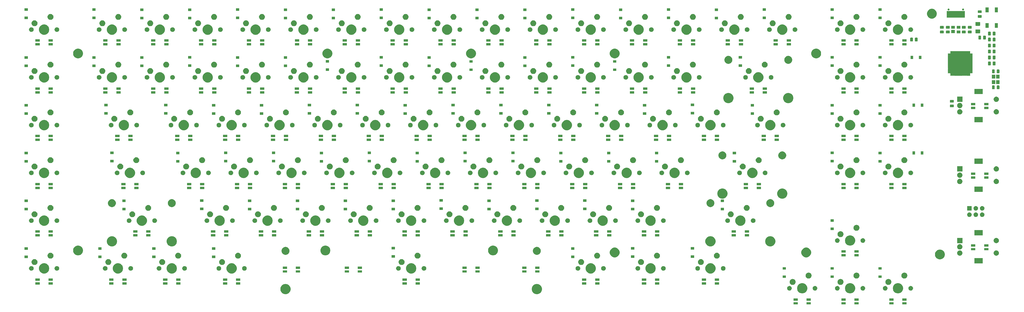
<source format=gbr>
G04 #@! TF.GenerationSoftware,KiCad,Pcbnew,(5.1.4)-1*
G04 #@! TF.CreationDate,2024-04-11T21:59:36-07:00*
G04 #@! TF.ProjectId,keeb,6b656562-2e6b-4696-9361-645f70636258,rev?*
G04 #@! TF.SameCoordinates,Original*
G04 #@! TF.FileFunction,Soldermask,Bot*
G04 #@! TF.FilePolarity,Negative*
%FSLAX46Y46*%
G04 Gerber Fmt 4.6, Leading zero omitted, Abs format (unit mm)*
G04 Created by KiCad (PCBNEW (5.1.4)-1) date 2024-04-11 21:59:36*
%MOMM*%
%LPD*%
G04 APERTURE LIST*
%ADD10C,0.100000*%
G04 APERTURE END LIST*
D10*
G36*
X332857250Y-159643501D02*
G01*
X331155250Y-159643501D01*
X331155250Y-158721501D01*
X332857250Y-158721501D01*
X332857250Y-159643501D01*
X332857250Y-159643501D01*
G37*
G36*
X327657250Y-159643501D02*
G01*
X325955250Y-159643501D01*
X325955250Y-158721501D01*
X327657250Y-158721501D01*
X327657250Y-159643501D01*
X327657250Y-159643501D01*
G37*
G36*
X351907250Y-159643501D02*
G01*
X350205250Y-159643501D01*
X350205250Y-158721501D01*
X351907250Y-158721501D01*
X351907250Y-159643501D01*
X351907250Y-159643501D01*
G37*
G36*
X346707250Y-159643501D02*
G01*
X345005250Y-159643501D01*
X345005250Y-158721501D01*
X346707250Y-158721501D01*
X346707250Y-159643501D01*
X346707250Y-159643501D01*
G37*
G36*
X370957250Y-159643501D02*
G01*
X369255250Y-159643501D01*
X369255250Y-158721501D01*
X370957250Y-158721501D01*
X370957250Y-159643501D01*
X370957250Y-159643501D01*
G37*
G36*
X365757250Y-159643501D02*
G01*
X364055250Y-159643501D01*
X364055250Y-158721501D01*
X365757250Y-158721501D01*
X365757250Y-159643501D01*
X365757250Y-159643501D01*
G37*
G36*
X327657250Y-158143501D02*
G01*
X325955250Y-158143501D01*
X325955250Y-157221501D01*
X327657250Y-157221501D01*
X327657250Y-158143501D01*
X327657250Y-158143501D01*
G37*
G36*
X332857250Y-158143501D02*
G01*
X331155250Y-158143501D01*
X331155250Y-157221501D01*
X332857250Y-157221501D01*
X332857250Y-158143501D01*
X332857250Y-158143501D01*
G37*
G36*
X346707250Y-158143501D02*
G01*
X345005250Y-158143501D01*
X345005250Y-157221501D01*
X346707250Y-157221501D01*
X346707250Y-158143501D01*
X346707250Y-158143501D01*
G37*
G36*
X370957250Y-158143501D02*
G01*
X369255250Y-158143501D01*
X369255250Y-157221501D01*
X370957250Y-157221501D01*
X370957250Y-158143501D01*
X370957250Y-158143501D01*
G37*
G36*
X365757250Y-158143501D02*
G01*
X364055250Y-158143501D01*
X364055250Y-157221501D01*
X365757250Y-157221501D01*
X365757250Y-158143501D01*
X365757250Y-158143501D01*
G37*
G36*
X351907250Y-158143501D02*
G01*
X350205250Y-158143501D01*
X350205250Y-157221501D01*
X351907250Y-157221501D01*
X351907250Y-158143501D01*
X351907250Y-158143501D01*
G37*
G36*
X124427824Y-151544934D02*
G01*
X124573736Y-151605373D01*
X124799973Y-151699083D01*
X125134898Y-151922873D01*
X125419727Y-152207702D01*
X125643517Y-152542627D01*
X125707367Y-152696776D01*
X125797666Y-152914776D01*
X125876250Y-153309844D01*
X125876250Y-153712656D01*
X125797666Y-154107724D01*
X125707367Y-154325724D01*
X125643517Y-154479873D01*
X125419727Y-154814798D01*
X125134898Y-155099627D01*
X124799973Y-155323417D01*
X124645824Y-155387267D01*
X124427824Y-155477566D01*
X124032756Y-155556150D01*
X123629944Y-155556150D01*
X123234876Y-155477566D01*
X123016876Y-155387267D01*
X122862727Y-155323417D01*
X122527802Y-155099627D01*
X122242973Y-154814798D01*
X122019183Y-154479873D01*
X121955333Y-154325724D01*
X121865034Y-154107724D01*
X121786450Y-153712656D01*
X121786450Y-153309844D01*
X121865034Y-152914776D01*
X121955333Y-152696776D01*
X122019183Y-152542627D01*
X122242973Y-152207702D01*
X122527802Y-151922873D01*
X122862727Y-151699083D01*
X123088964Y-151605373D01*
X123234876Y-151544934D01*
X123629944Y-151466350D01*
X124032756Y-151466350D01*
X124427824Y-151544934D01*
X124427824Y-151544934D01*
G37*
G36*
X224427624Y-151544934D02*
G01*
X224573536Y-151605373D01*
X224799773Y-151699083D01*
X225134698Y-151922873D01*
X225419527Y-152207702D01*
X225643317Y-152542627D01*
X225707167Y-152696776D01*
X225797466Y-152914776D01*
X225876050Y-153309844D01*
X225876050Y-153712656D01*
X225797466Y-154107724D01*
X225707167Y-154325724D01*
X225643317Y-154479873D01*
X225419527Y-154814798D01*
X225134698Y-155099627D01*
X224799773Y-155323417D01*
X224645624Y-155387267D01*
X224427624Y-155477566D01*
X224032556Y-155556150D01*
X223629744Y-155556150D01*
X223234676Y-155477566D01*
X223016676Y-155387267D01*
X222862527Y-155323417D01*
X222527602Y-155099627D01*
X222242773Y-154814798D01*
X222018983Y-154479873D01*
X221955133Y-154325724D01*
X221864834Y-154107724D01*
X221786250Y-153712656D01*
X221786250Y-153309844D01*
X221864834Y-152914776D01*
X221955133Y-152696776D01*
X222018983Y-152542627D01*
X222242773Y-152207702D01*
X222527602Y-151922873D01*
X222862527Y-151699083D01*
X223088764Y-151605373D01*
X223234676Y-151544934D01*
X223629744Y-151466350D01*
X224032556Y-151466350D01*
X224427624Y-151544934D01*
X224427624Y-151544934D01*
G37*
G36*
X368102724Y-151227434D02*
G01*
X368320724Y-151317733D01*
X368474873Y-151381583D01*
X368809798Y-151605373D01*
X369094627Y-151890202D01*
X369318417Y-152225127D01*
X369350812Y-152303336D01*
X369472566Y-152597276D01*
X369551150Y-152992344D01*
X369551150Y-153395156D01*
X369472566Y-153790224D01*
X369421701Y-153913022D01*
X369318417Y-154162373D01*
X369094627Y-154497298D01*
X368809798Y-154782127D01*
X368474873Y-155005917D01*
X368320724Y-155069767D01*
X368102724Y-155160066D01*
X367707656Y-155238650D01*
X367304844Y-155238650D01*
X366909776Y-155160066D01*
X366691776Y-155069767D01*
X366537627Y-155005917D01*
X366202702Y-154782127D01*
X365917873Y-154497298D01*
X365694083Y-154162373D01*
X365590799Y-153913022D01*
X365539934Y-153790224D01*
X365461350Y-153395156D01*
X365461350Y-152992344D01*
X365539934Y-152597276D01*
X365661688Y-152303336D01*
X365694083Y-152225127D01*
X365917873Y-151890202D01*
X366202702Y-151605373D01*
X366537627Y-151381583D01*
X366691776Y-151317733D01*
X366909776Y-151227434D01*
X367304844Y-151148850D01*
X367707656Y-151148850D01*
X368102724Y-151227434D01*
X368102724Y-151227434D01*
G37*
G36*
X349052724Y-151227434D02*
G01*
X349270724Y-151317733D01*
X349424873Y-151381583D01*
X349759798Y-151605373D01*
X350044627Y-151890202D01*
X350268417Y-152225127D01*
X350300812Y-152303336D01*
X350422566Y-152597276D01*
X350501150Y-152992344D01*
X350501150Y-153395156D01*
X350422566Y-153790224D01*
X350371701Y-153913022D01*
X350268417Y-154162373D01*
X350044627Y-154497298D01*
X349759798Y-154782127D01*
X349424873Y-155005917D01*
X349270724Y-155069767D01*
X349052724Y-155160066D01*
X348657656Y-155238650D01*
X348254844Y-155238650D01*
X347859776Y-155160066D01*
X347641776Y-155069767D01*
X347487627Y-155005917D01*
X347152702Y-154782127D01*
X346867873Y-154497298D01*
X346644083Y-154162373D01*
X346540799Y-153913022D01*
X346489934Y-153790224D01*
X346411350Y-153395156D01*
X346411350Y-152992344D01*
X346489934Y-152597276D01*
X346611688Y-152303336D01*
X346644083Y-152225127D01*
X346867873Y-151890202D01*
X347152702Y-151605373D01*
X347487627Y-151381583D01*
X347641776Y-151317733D01*
X347859776Y-151227434D01*
X348254844Y-151148850D01*
X348657656Y-151148850D01*
X349052724Y-151227434D01*
X349052724Y-151227434D01*
G37*
G36*
X330002724Y-151227434D02*
G01*
X330220724Y-151317733D01*
X330374873Y-151381583D01*
X330709798Y-151605373D01*
X330994627Y-151890202D01*
X331218417Y-152225127D01*
X331250812Y-152303336D01*
X331372566Y-152597276D01*
X331451150Y-152992344D01*
X331451150Y-153395156D01*
X331372566Y-153790224D01*
X331321701Y-153913022D01*
X331218417Y-154162373D01*
X330994627Y-154497298D01*
X330709798Y-154782127D01*
X330374873Y-155005917D01*
X330220724Y-155069767D01*
X330002724Y-155160066D01*
X329607656Y-155238650D01*
X329204844Y-155238650D01*
X328809776Y-155160066D01*
X328591776Y-155069767D01*
X328437627Y-155005917D01*
X328102702Y-154782127D01*
X327817873Y-154497298D01*
X327594083Y-154162373D01*
X327490799Y-153913022D01*
X327439934Y-153790224D01*
X327361350Y-153395156D01*
X327361350Y-152992344D01*
X327439934Y-152597276D01*
X327561688Y-152303336D01*
X327594083Y-152225127D01*
X327817873Y-151890202D01*
X328102702Y-151605373D01*
X328437627Y-151381583D01*
X328591776Y-151317733D01*
X328809776Y-151227434D01*
X329204844Y-151148850D01*
X329607656Y-151148850D01*
X330002724Y-151227434D01*
X330002724Y-151227434D01*
G37*
G36*
X362696354Y-152303335D02*
G01*
X362864876Y-152373139D01*
X363016541Y-152474478D01*
X363145522Y-152603459D01*
X363246861Y-152755124D01*
X363316665Y-152923646D01*
X363352250Y-153102547D01*
X363352250Y-153284953D01*
X363316665Y-153463854D01*
X363246861Y-153632376D01*
X363145522Y-153784041D01*
X363016541Y-153913022D01*
X362864876Y-154014361D01*
X362696354Y-154084165D01*
X362517453Y-154119750D01*
X362335047Y-154119750D01*
X362156146Y-154084165D01*
X361987624Y-154014361D01*
X361835959Y-153913022D01*
X361706978Y-153784041D01*
X361605639Y-153632376D01*
X361535835Y-153463854D01*
X361500250Y-153284953D01*
X361500250Y-153102547D01*
X361535835Y-152923646D01*
X361605639Y-152755124D01*
X361706978Y-152603459D01*
X361835959Y-152474478D01*
X361987624Y-152373139D01*
X362156146Y-152303335D01*
X362335047Y-152267750D01*
X362517453Y-152267750D01*
X362696354Y-152303335D01*
X362696354Y-152303335D01*
G37*
G36*
X334756354Y-152303335D02*
G01*
X334924876Y-152373139D01*
X335076541Y-152474478D01*
X335205522Y-152603459D01*
X335306861Y-152755124D01*
X335376665Y-152923646D01*
X335412250Y-153102547D01*
X335412250Y-153284953D01*
X335376665Y-153463854D01*
X335306861Y-153632376D01*
X335205522Y-153784041D01*
X335076541Y-153913022D01*
X334924876Y-154014361D01*
X334756354Y-154084165D01*
X334577453Y-154119750D01*
X334395047Y-154119750D01*
X334216146Y-154084165D01*
X334047624Y-154014361D01*
X333895959Y-153913022D01*
X333766978Y-153784041D01*
X333665639Y-153632376D01*
X333595835Y-153463854D01*
X333560250Y-153284953D01*
X333560250Y-153102547D01*
X333595835Y-152923646D01*
X333665639Y-152755124D01*
X333766978Y-152603459D01*
X333895959Y-152474478D01*
X334047624Y-152373139D01*
X334216146Y-152303335D01*
X334395047Y-152267750D01*
X334577453Y-152267750D01*
X334756354Y-152303335D01*
X334756354Y-152303335D01*
G37*
G36*
X324596354Y-152303335D02*
G01*
X324764876Y-152373139D01*
X324916541Y-152474478D01*
X325045522Y-152603459D01*
X325146861Y-152755124D01*
X325216665Y-152923646D01*
X325252250Y-153102547D01*
X325252250Y-153284953D01*
X325216665Y-153463854D01*
X325146861Y-153632376D01*
X325045522Y-153784041D01*
X324916541Y-153913022D01*
X324764876Y-154014361D01*
X324596354Y-154084165D01*
X324417453Y-154119750D01*
X324235047Y-154119750D01*
X324056146Y-154084165D01*
X323887624Y-154014361D01*
X323735959Y-153913022D01*
X323606978Y-153784041D01*
X323505639Y-153632376D01*
X323435835Y-153463854D01*
X323400250Y-153284953D01*
X323400250Y-153102547D01*
X323435835Y-152923646D01*
X323505639Y-152755124D01*
X323606978Y-152603459D01*
X323735959Y-152474478D01*
X323887624Y-152373139D01*
X324056146Y-152303335D01*
X324235047Y-152267750D01*
X324417453Y-152267750D01*
X324596354Y-152303335D01*
X324596354Y-152303335D01*
G37*
G36*
X353806354Y-152303335D02*
G01*
X353974876Y-152373139D01*
X354126541Y-152474478D01*
X354255522Y-152603459D01*
X354356861Y-152755124D01*
X354426665Y-152923646D01*
X354462250Y-153102547D01*
X354462250Y-153284953D01*
X354426665Y-153463854D01*
X354356861Y-153632376D01*
X354255522Y-153784041D01*
X354126541Y-153913022D01*
X353974876Y-154014361D01*
X353806354Y-154084165D01*
X353627453Y-154119750D01*
X353445047Y-154119750D01*
X353266146Y-154084165D01*
X353097624Y-154014361D01*
X352945959Y-153913022D01*
X352816978Y-153784041D01*
X352715639Y-153632376D01*
X352645835Y-153463854D01*
X352610250Y-153284953D01*
X352610250Y-153102547D01*
X352645835Y-152923646D01*
X352715639Y-152755124D01*
X352816978Y-152603459D01*
X352945959Y-152474478D01*
X353097624Y-152373139D01*
X353266146Y-152303335D01*
X353445047Y-152267750D01*
X353627453Y-152267750D01*
X353806354Y-152303335D01*
X353806354Y-152303335D01*
G37*
G36*
X343646354Y-152303335D02*
G01*
X343814876Y-152373139D01*
X343966541Y-152474478D01*
X344095522Y-152603459D01*
X344196861Y-152755124D01*
X344266665Y-152923646D01*
X344302250Y-153102547D01*
X344302250Y-153284953D01*
X344266665Y-153463854D01*
X344196861Y-153632376D01*
X344095522Y-153784041D01*
X343966541Y-153913022D01*
X343814876Y-154014361D01*
X343646354Y-154084165D01*
X343467453Y-154119750D01*
X343285047Y-154119750D01*
X343106146Y-154084165D01*
X342937624Y-154014361D01*
X342785959Y-153913022D01*
X342656978Y-153784041D01*
X342555639Y-153632376D01*
X342485835Y-153463854D01*
X342450250Y-153284953D01*
X342450250Y-153102547D01*
X342485835Y-152923646D01*
X342555639Y-152755124D01*
X342656978Y-152603459D01*
X342785959Y-152474478D01*
X342937624Y-152373139D01*
X343106146Y-152303335D01*
X343285047Y-152267750D01*
X343467453Y-152267750D01*
X343646354Y-152303335D01*
X343646354Y-152303335D01*
G37*
G36*
X372856354Y-152303335D02*
G01*
X373024876Y-152373139D01*
X373176541Y-152474478D01*
X373305522Y-152603459D01*
X373406861Y-152755124D01*
X373476665Y-152923646D01*
X373512250Y-153102547D01*
X373512250Y-153284953D01*
X373476665Y-153463854D01*
X373406861Y-153632376D01*
X373305522Y-153784041D01*
X373176541Y-153913022D01*
X373024876Y-154014361D01*
X372856354Y-154084165D01*
X372677453Y-154119750D01*
X372495047Y-154119750D01*
X372316146Y-154084165D01*
X372147624Y-154014361D01*
X371995959Y-153913022D01*
X371866978Y-153784041D01*
X371765639Y-153632376D01*
X371695835Y-153463854D01*
X371660250Y-153284953D01*
X371660250Y-153102547D01*
X371695835Y-152923646D01*
X371765639Y-152755124D01*
X371866978Y-152603459D01*
X371995959Y-152474478D01*
X372147624Y-152373139D01*
X372316146Y-152303335D01*
X372495047Y-152267750D01*
X372677453Y-152267750D01*
X372856354Y-152303335D01*
X372856354Y-152303335D01*
G37*
G36*
X325787810Y-149492814D02*
G01*
X325939277Y-149522943D01*
X326153295Y-149611592D01*
X326153296Y-149611593D01*
X326345904Y-149740289D01*
X326509711Y-149904096D01*
X326595508Y-150032501D01*
X326638408Y-150096705D01*
X326727057Y-150310723D01*
X326772250Y-150537924D01*
X326772250Y-150769576D01*
X326727057Y-150996777D01*
X326638408Y-151210795D01*
X326638407Y-151210796D01*
X326509711Y-151403404D01*
X326345904Y-151567211D01*
X326249257Y-151631788D01*
X326153295Y-151695908D01*
X325939277Y-151784557D01*
X325787810Y-151814686D01*
X325712077Y-151829750D01*
X325480423Y-151829750D01*
X325404690Y-151814686D01*
X325253223Y-151784557D01*
X325039205Y-151695908D01*
X324943243Y-151631788D01*
X324846596Y-151567211D01*
X324682789Y-151403404D01*
X324554093Y-151210796D01*
X324554092Y-151210795D01*
X324465443Y-150996777D01*
X324420250Y-150769576D01*
X324420250Y-150537924D01*
X324465443Y-150310723D01*
X324554092Y-150096705D01*
X324596992Y-150032501D01*
X324682789Y-149904096D01*
X324846596Y-149740289D01*
X325039204Y-149611593D01*
X325039205Y-149611592D01*
X325253223Y-149522943D01*
X325404690Y-149492814D01*
X325480423Y-149477750D01*
X325712077Y-149477750D01*
X325787810Y-149492814D01*
X325787810Y-149492814D01*
G37*
G36*
X344837810Y-149492814D02*
G01*
X344989277Y-149522943D01*
X345203295Y-149611592D01*
X345203296Y-149611593D01*
X345395904Y-149740289D01*
X345559711Y-149904096D01*
X345645508Y-150032501D01*
X345688408Y-150096705D01*
X345777057Y-150310723D01*
X345822250Y-150537924D01*
X345822250Y-150769576D01*
X345777057Y-150996777D01*
X345688408Y-151210795D01*
X345688407Y-151210796D01*
X345559711Y-151403404D01*
X345395904Y-151567211D01*
X345299257Y-151631788D01*
X345203295Y-151695908D01*
X344989277Y-151784557D01*
X344837810Y-151814686D01*
X344762077Y-151829750D01*
X344530423Y-151829750D01*
X344454690Y-151814686D01*
X344303223Y-151784557D01*
X344089205Y-151695908D01*
X343993243Y-151631788D01*
X343896596Y-151567211D01*
X343732789Y-151403404D01*
X343604093Y-151210796D01*
X343604092Y-151210795D01*
X343515443Y-150996777D01*
X343470250Y-150769576D01*
X343470250Y-150537924D01*
X343515443Y-150310723D01*
X343604092Y-150096705D01*
X343646992Y-150032501D01*
X343732789Y-149904096D01*
X343896596Y-149740289D01*
X344089204Y-149611593D01*
X344089205Y-149611592D01*
X344303223Y-149522943D01*
X344454690Y-149492814D01*
X344530423Y-149477750D01*
X344762077Y-149477750D01*
X344837810Y-149492814D01*
X344837810Y-149492814D01*
G37*
G36*
X363887810Y-149492814D02*
G01*
X364039277Y-149522943D01*
X364253295Y-149611592D01*
X364253296Y-149611593D01*
X364445904Y-149740289D01*
X364609711Y-149904096D01*
X364695508Y-150032501D01*
X364738408Y-150096705D01*
X364827057Y-150310723D01*
X364872250Y-150537924D01*
X364872250Y-150769576D01*
X364827057Y-150996777D01*
X364738408Y-151210795D01*
X364738407Y-151210796D01*
X364609711Y-151403404D01*
X364445904Y-151567211D01*
X364349257Y-151631788D01*
X364253295Y-151695908D01*
X364039277Y-151784557D01*
X363887810Y-151814686D01*
X363812077Y-151829750D01*
X363580423Y-151829750D01*
X363504690Y-151814686D01*
X363353223Y-151784557D01*
X363139205Y-151695908D01*
X363043243Y-151631788D01*
X362946596Y-151567211D01*
X362782789Y-151403404D01*
X362654093Y-151210796D01*
X362654092Y-151210795D01*
X362565443Y-150996777D01*
X362520250Y-150769576D01*
X362520250Y-150537924D01*
X362565443Y-150310723D01*
X362654092Y-150096705D01*
X362696992Y-150032501D01*
X362782789Y-149904096D01*
X362946596Y-149740289D01*
X363139204Y-149611593D01*
X363139205Y-149611592D01*
X363353223Y-149522943D01*
X363504690Y-149492814D01*
X363580423Y-149477750D01*
X363812077Y-149477750D01*
X363887810Y-149492814D01*
X363887810Y-149492814D01*
G37*
G36*
X243519750Y-151706001D02*
G01*
X241817750Y-151706001D01*
X241817750Y-150784001D01*
X243519750Y-150784001D01*
X243519750Y-151706001D01*
X243519750Y-151706001D01*
G37*
G36*
X291144750Y-151706001D02*
G01*
X289442750Y-151706001D01*
X289442750Y-150784001D01*
X291144750Y-150784001D01*
X291144750Y-151706001D01*
X291144750Y-151706001D01*
G37*
G36*
X267332250Y-151706001D02*
G01*
X265630250Y-151706001D01*
X265630250Y-150784001D01*
X267332250Y-150784001D01*
X267332250Y-151706001D01*
X267332250Y-151706001D01*
G37*
G36*
X272532250Y-151706001D02*
G01*
X270830250Y-151706001D01*
X270830250Y-150784001D01*
X272532250Y-150784001D01*
X272532250Y-151706001D01*
X272532250Y-151706001D01*
G37*
G36*
X248719750Y-151706001D02*
G01*
X247017750Y-151706001D01*
X247017750Y-150784001D01*
X248719750Y-150784001D01*
X248719750Y-151706001D01*
X248719750Y-151706001D01*
G37*
G36*
X172082250Y-151706001D02*
G01*
X170380250Y-151706001D01*
X170380250Y-150784001D01*
X172082250Y-150784001D01*
X172082250Y-151706001D01*
X172082250Y-151706001D01*
G37*
G36*
X177282250Y-151706001D02*
G01*
X175580250Y-151706001D01*
X175580250Y-150784001D01*
X177282250Y-150784001D01*
X177282250Y-151706001D01*
X177282250Y-151706001D01*
G37*
G36*
X31232250Y-151706001D02*
G01*
X29530250Y-151706001D01*
X29530250Y-150784001D01*
X31232250Y-150784001D01*
X31232250Y-151706001D01*
X31232250Y-151706001D01*
G37*
G36*
X105844750Y-151706001D02*
G01*
X104142750Y-151706001D01*
X104142750Y-150784001D01*
X105844750Y-150784001D01*
X105844750Y-151706001D01*
X105844750Y-151706001D01*
G37*
G36*
X76832250Y-151706001D02*
G01*
X75130250Y-151706001D01*
X75130250Y-150784001D01*
X76832250Y-150784001D01*
X76832250Y-151706001D01*
X76832250Y-151706001D01*
G37*
G36*
X82032250Y-151706001D02*
G01*
X80330250Y-151706001D01*
X80330250Y-150784001D01*
X82032250Y-150784001D01*
X82032250Y-151706001D01*
X82032250Y-151706001D01*
G37*
G36*
X60601000Y-151706001D02*
G01*
X58899000Y-151706001D01*
X58899000Y-150784001D01*
X60601000Y-150784001D01*
X60601000Y-151706001D01*
X60601000Y-151706001D01*
G37*
G36*
X55401000Y-151706001D02*
G01*
X53699000Y-151706001D01*
X53699000Y-150784001D01*
X55401000Y-150784001D01*
X55401000Y-151706001D01*
X55401000Y-151706001D01*
G37*
G36*
X296344750Y-151706001D02*
G01*
X294642750Y-151706001D01*
X294642750Y-150784001D01*
X296344750Y-150784001D01*
X296344750Y-151706001D01*
X296344750Y-151706001D01*
G37*
G36*
X26032250Y-151706001D02*
G01*
X24330250Y-151706001D01*
X24330250Y-150784001D01*
X26032250Y-150784001D01*
X26032250Y-151706001D01*
X26032250Y-151706001D01*
G37*
G36*
X100644750Y-151706001D02*
G01*
X98942750Y-151706001D01*
X98942750Y-150784001D01*
X100644750Y-150784001D01*
X100644750Y-151706001D01*
X100644750Y-151706001D01*
G37*
G36*
X100644750Y-150206001D02*
G01*
X98942750Y-150206001D01*
X98942750Y-149284001D01*
X100644750Y-149284001D01*
X100644750Y-150206001D01*
X100644750Y-150206001D01*
G37*
G36*
X172082250Y-150206001D02*
G01*
X170380250Y-150206001D01*
X170380250Y-149284001D01*
X172082250Y-149284001D01*
X172082250Y-150206001D01*
X172082250Y-150206001D01*
G37*
G36*
X177282250Y-150206001D02*
G01*
X175580250Y-150206001D01*
X175580250Y-149284001D01*
X177282250Y-149284001D01*
X177282250Y-150206001D01*
X177282250Y-150206001D01*
G37*
G36*
X243519750Y-150206001D02*
G01*
X241817750Y-150206001D01*
X241817750Y-149284001D01*
X243519750Y-149284001D01*
X243519750Y-150206001D01*
X243519750Y-150206001D01*
G37*
G36*
X248719750Y-150206001D02*
G01*
X247017750Y-150206001D01*
X247017750Y-149284001D01*
X248719750Y-149284001D01*
X248719750Y-150206001D01*
X248719750Y-150206001D01*
G37*
G36*
X267332250Y-150206001D02*
G01*
X265630250Y-150206001D01*
X265630250Y-149284001D01*
X267332250Y-149284001D01*
X267332250Y-150206001D01*
X267332250Y-150206001D01*
G37*
G36*
X31232250Y-150206001D02*
G01*
X29530250Y-150206001D01*
X29530250Y-149284001D01*
X31232250Y-149284001D01*
X31232250Y-150206001D01*
X31232250Y-150206001D01*
G37*
G36*
X82032250Y-150206001D02*
G01*
X80330250Y-150206001D01*
X80330250Y-149284001D01*
X82032250Y-149284001D01*
X82032250Y-150206001D01*
X82032250Y-150206001D01*
G37*
G36*
X26032250Y-150206001D02*
G01*
X24330250Y-150206001D01*
X24330250Y-149284001D01*
X26032250Y-149284001D01*
X26032250Y-150206001D01*
X26032250Y-150206001D01*
G37*
G36*
X76832250Y-150206001D02*
G01*
X75130250Y-150206001D01*
X75130250Y-149284001D01*
X76832250Y-149284001D01*
X76832250Y-150206001D01*
X76832250Y-150206001D01*
G37*
G36*
X291144750Y-150206001D02*
G01*
X289442750Y-150206001D01*
X289442750Y-149284001D01*
X291144750Y-149284001D01*
X291144750Y-150206001D01*
X291144750Y-150206001D01*
G37*
G36*
X60601000Y-150206001D02*
G01*
X58899000Y-150206001D01*
X58899000Y-149284001D01*
X60601000Y-149284001D01*
X60601000Y-150206001D01*
X60601000Y-150206001D01*
G37*
G36*
X296344750Y-150206001D02*
G01*
X294642750Y-150206001D01*
X294642750Y-149284001D01*
X296344750Y-149284001D01*
X296344750Y-150206001D01*
X296344750Y-150206001D01*
G37*
G36*
X105844750Y-150206001D02*
G01*
X104142750Y-150206001D01*
X104142750Y-149284001D01*
X105844750Y-149284001D01*
X105844750Y-150206001D01*
X105844750Y-150206001D01*
G37*
G36*
X55401000Y-150206001D02*
G01*
X53699000Y-150206001D01*
X53699000Y-149284001D01*
X55401000Y-149284001D01*
X55401000Y-150206001D01*
X55401000Y-150206001D01*
G37*
G36*
X272532250Y-150206001D02*
G01*
X270830250Y-150206001D01*
X270830250Y-149284001D01*
X272532250Y-149284001D01*
X272532250Y-150206001D01*
X272532250Y-150206001D01*
G37*
G36*
X332137810Y-146952814D02*
G01*
X332289277Y-146982943D01*
X332503295Y-147071592D01*
X332503296Y-147071593D01*
X332695904Y-147200289D01*
X332859711Y-147364096D01*
X332945508Y-147492501D01*
X332988408Y-147556705D01*
X333077057Y-147770723D01*
X333122250Y-147997924D01*
X333122250Y-148229576D01*
X333077057Y-148456777D01*
X332988408Y-148670795D01*
X332988407Y-148670796D01*
X332859711Y-148863404D01*
X332695904Y-149027211D01*
X332650947Y-149057250D01*
X332503295Y-149155908D01*
X332289277Y-149244557D01*
X332137810Y-149274686D01*
X332062077Y-149289750D01*
X331830423Y-149289750D01*
X331754690Y-149274686D01*
X331603223Y-149244557D01*
X331389205Y-149155908D01*
X331241553Y-149057250D01*
X331196596Y-149027211D01*
X331032789Y-148863404D01*
X330904093Y-148670796D01*
X330904092Y-148670795D01*
X330815443Y-148456777D01*
X330770250Y-148229576D01*
X330770250Y-147997924D01*
X330815443Y-147770723D01*
X330904092Y-147556705D01*
X330946992Y-147492501D01*
X331032789Y-147364096D01*
X331196596Y-147200289D01*
X331389204Y-147071593D01*
X331389205Y-147071592D01*
X331603223Y-146982943D01*
X331754690Y-146952814D01*
X331830423Y-146937750D01*
X332062077Y-146937750D01*
X332137810Y-146952814D01*
X332137810Y-146952814D01*
G37*
G36*
X351187810Y-146952814D02*
G01*
X351339277Y-146982943D01*
X351553295Y-147071592D01*
X351553296Y-147071593D01*
X351745904Y-147200289D01*
X351909711Y-147364096D01*
X351995508Y-147492501D01*
X352038408Y-147556705D01*
X352127057Y-147770723D01*
X352172250Y-147997924D01*
X352172250Y-148229576D01*
X352127057Y-148456777D01*
X352038408Y-148670795D01*
X352038407Y-148670796D01*
X351909711Y-148863404D01*
X351745904Y-149027211D01*
X351700947Y-149057250D01*
X351553295Y-149155908D01*
X351339277Y-149244557D01*
X351187810Y-149274686D01*
X351112077Y-149289750D01*
X350880423Y-149289750D01*
X350804690Y-149274686D01*
X350653223Y-149244557D01*
X350439205Y-149155908D01*
X350291553Y-149057250D01*
X350246596Y-149027211D01*
X350082789Y-148863404D01*
X349954093Y-148670796D01*
X349954092Y-148670795D01*
X349865443Y-148456777D01*
X349820250Y-148229576D01*
X349820250Y-147997924D01*
X349865443Y-147770723D01*
X349954092Y-147556705D01*
X349996992Y-147492501D01*
X350082789Y-147364096D01*
X350246596Y-147200289D01*
X350439204Y-147071593D01*
X350439205Y-147071592D01*
X350653223Y-146982943D01*
X350804690Y-146952814D01*
X350880423Y-146937750D01*
X351112077Y-146937750D01*
X351187810Y-146952814D01*
X351187810Y-146952814D01*
G37*
G36*
X370237810Y-146952814D02*
G01*
X370389277Y-146982943D01*
X370603295Y-147071592D01*
X370603296Y-147071593D01*
X370795904Y-147200289D01*
X370959711Y-147364096D01*
X371045508Y-147492501D01*
X371088408Y-147556705D01*
X371177057Y-147770723D01*
X371222250Y-147997924D01*
X371222250Y-148229576D01*
X371177057Y-148456777D01*
X371088408Y-148670795D01*
X371088407Y-148670796D01*
X370959711Y-148863404D01*
X370795904Y-149027211D01*
X370750947Y-149057250D01*
X370603295Y-149155908D01*
X370389277Y-149244557D01*
X370237810Y-149274686D01*
X370162077Y-149289750D01*
X369930423Y-149289750D01*
X369854690Y-149274686D01*
X369703223Y-149244557D01*
X369489205Y-149155908D01*
X369341553Y-149057250D01*
X369296596Y-149027211D01*
X369132789Y-148863404D01*
X369004093Y-148670796D01*
X369004092Y-148670795D01*
X368915443Y-148456777D01*
X368870250Y-148229576D01*
X368870250Y-147997924D01*
X368915443Y-147770723D01*
X369004092Y-147556705D01*
X369046992Y-147492501D01*
X369132789Y-147364096D01*
X369296596Y-147200289D01*
X369489204Y-147071593D01*
X369489205Y-147071592D01*
X369703223Y-146982943D01*
X369854690Y-146952814D01*
X369930423Y-146937750D01*
X370162077Y-146937750D01*
X370237810Y-146952814D01*
X370237810Y-146952814D01*
G37*
G36*
X322913500Y-149057250D02*
G01*
X321611500Y-149057250D01*
X321611500Y-148055250D01*
X322913500Y-148055250D01*
X322913500Y-149057250D01*
X322913500Y-149057250D01*
G37*
G36*
X341963500Y-149057250D02*
G01*
X340661500Y-149057250D01*
X340661500Y-148055250D01*
X341963500Y-148055250D01*
X341963500Y-149057250D01*
X341963500Y-149057250D01*
G37*
G36*
X361013500Y-149057250D02*
G01*
X359711500Y-149057250D01*
X359711500Y-148055250D01*
X361013500Y-148055250D01*
X361013500Y-149057250D01*
X361013500Y-149057250D01*
G37*
G36*
X245865224Y-143289934D02*
G01*
X246083224Y-143380233D01*
X246237373Y-143444083D01*
X246572298Y-143667873D01*
X246857127Y-143952702D01*
X247080917Y-144287627D01*
X247113312Y-144365836D01*
X247235066Y-144659776D01*
X247313650Y-145054844D01*
X247313650Y-145457656D01*
X247235066Y-145852724D01*
X247184201Y-145975522D01*
X247080917Y-146224873D01*
X246857127Y-146559798D01*
X246572298Y-146844627D01*
X246237373Y-147068417D01*
X246083224Y-147132267D01*
X245865224Y-147222566D01*
X245470156Y-147301150D01*
X245067344Y-147301150D01*
X244672276Y-147222566D01*
X244454276Y-147132267D01*
X244300127Y-147068417D01*
X243965202Y-146844627D01*
X243680373Y-146559798D01*
X243456583Y-146224873D01*
X243353299Y-145975522D01*
X243302434Y-145852724D01*
X243223850Y-145457656D01*
X243223850Y-145054844D01*
X243302434Y-144659776D01*
X243424188Y-144365836D01*
X243456583Y-144287627D01*
X243680373Y-143952702D01*
X243965202Y-143667873D01*
X244300127Y-143444083D01*
X244454276Y-143380233D01*
X244672276Y-143289934D01*
X245067344Y-143211350D01*
X245470156Y-143211350D01*
X245865224Y-143289934D01*
X245865224Y-143289934D01*
G37*
G36*
X174427724Y-143289934D02*
G01*
X174645724Y-143380233D01*
X174799873Y-143444083D01*
X175134798Y-143667873D01*
X175419627Y-143952702D01*
X175643417Y-144287627D01*
X175675812Y-144365836D01*
X175797566Y-144659776D01*
X175876150Y-145054844D01*
X175876150Y-145457656D01*
X175797566Y-145852724D01*
X175746701Y-145975522D01*
X175643417Y-146224873D01*
X175419627Y-146559798D01*
X175134798Y-146844627D01*
X174799873Y-147068417D01*
X174645724Y-147132267D01*
X174427724Y-147222566D01*
X174032656Y-147301150D01*
X173629844Y-147301150D01*
X173234776Y-147222566D01*
X173016776Y-147132267D01*
X172862627Y-147068417D01*
X172527702Y-146844627D01*
X172242873Y-146559798D01*
X172019083Y-146224873D01*
X171915799Y-145975522D01*
X171864934Y-145852724D01*
X171786350Y-145457656D01*
X171786350Y-145054844D01*
X171864934Y-144659776D01*
X171986688Y-144365836D01*
X172019083Y-144287627D01*
X172242873Y-143952702D01*
X172527702Y-143667873D01*
X172862627Y-143444083D01*
X173016776Y-143380233D01*
X173234776Y-143289934D01*
X173629844Y-143211350D01*
X174032656Y-143211350D01*
X174427724Y-143289934D01*
X174427724Y-143289934D01*
G37*
G36*
X102990224Y-143289934D02*
G01*
X103208224Y-143380233D01*
X103362373Y-143444083D01*
X103697298Y-143667873D01*
X103982127Y-143952702D01*
X104205917Y-144287627D01*
X104238312Y-144365836D01*
X104360066Y-144659776D01*
X104438650Y-145054844D01*
X104438650Y-145457656D01*
X104360066Y-145852724D01*
X104309201Y-145975522D01*
X104205917Y-146224873D01*
X103982127Y-146559798D01*
X103697298Y-146844627D01*
X103362373Y-147068417D01*
X103208224Y-147132267D01*
X102990224Y-147222566D01*
X102595156Y-147301150D01*
X102192344Y-147301150D01*
X101797276Y-147222566D01*
X101579276Y-147132267D01*
X101425127Y-147068417D01*
X101090202Y-146844627D01*
X100805373Y-146559798D01*
X100581583Y-146224873D01*
X100478299Y-145975522D01*
X100427434Y-145852724D01*
X100348850Y-145457656D01*
X100348850Y-145054844D01*
X100427434Y-144659776D01*
X100549188Y-144365836D01*
X100581583Y-144287627D01*
X100805373Y-143952702D01*
X101090202Y-143667873D01*
X101425127Y-143444083D01*
X101579276Y-143380233D01*
X101797276Y-143289934D01*
X102192344Y-143211350D01*
X102595156Y-143211350D01*
X102990224Y-143289934D01*
X102990224Y-143289934D01*
G37*
G36*
X79177724Y-143289934D02*
G01*
X79395724Y-143380233D01*
X79549873Y-143444083D01*
X79884798Y-143667873D01*
X80169627Y-143952702D01*
X80393417Y-144287627D01*
X80425812Y-144365836D01*
X80547566Y-144659776D01*
X80626150Y-145054844D01*
X80626150Y-145457656D01*
X80547566Y-145852724D01*
X80496701Y-145975522D01*
X80393417Y-146224873D01*
X80169627Y-146559798D01*
X79884798Y-146844627D01*
X79549873Y-147068417D01*
X79395724Y-147132267D01*
X79177724Y-147222566D01*
X78782656Y-147301150D01*
X78379844Y-147301150D01*
X77984776Y-147222566D01*
X77766776Y-147132267D01*
X77612627Y-147068417D01*
X77277702Y-146844627D01*
X76992873Y-146559798D01*
X76769083Y-146224873D01*
X76665799Y-145975522D01*
X76614934Y-145852724D01*
X76536350Y-145457656D01*
X76536350Y-145054844D01*
X76614934Y-144659776D01*
X76736688Y-144365836D01*
X76769083Y-144287627D01*
X76992873Y-143952702D01*
X77277702Y-143667873D01*
X77612627Y-143444083D01*
X77766776Y-143380233D01*
X77984776Y-143289934D01*
X78379844Y-143211350D01*
X78782656Y-143211350D01*
X79177724Y-143289934D01*
X79177724Y-143289934D01*
G37*
G36*
X28377724Y-143289934D02*
G01*
X28595724Y-143380233D01*
X28749873Y-143444083D01*
X29084798Y-143667873D01*
X29369627Y-143952702D01*
X29593417Y-144287627D01*
X29625812Y-144365836D01*
X29747566Y-144659776D01*
X29826150Y-145054844D01*
X29826150Y-145457656D01*
X29747566Y-145852724D01*
X29696701Y-145975522D01*
X29593417Y-146224873D01*
X29369627Y-146559798D01*
X29084798Y-146844627D01*
X28749873Y-147068417D01*
X28595724Y-147132267D01*
X28377724Y-147222566D01*
X27982656Y-147301150D01*
X27579844Y-147301150D01*
X27184776Y-147222566D01*
X26966776Y-147132267D01*
X26812627Y-147068417D01*
X26477702Y-146844627D01*
X26192873Y-146559798D01*
X25969083Y-146224873D01*
X25865799Y-145975522D01*
X25814934Y-145852724D01*
X25736350Y-145457656D01*
X25736350Y-145054844D01*
X25814934Y-144659776D01*
X25936688Y-144365836D01*
X25969083Y-144287627D01*
X26192873Y-143952702D01*
X26477702Y-143667873D01*
X26812627Y-143444083D01*
X26966776Y-143380233D01*
X27184776Y-143289934D01*
X27579844Y-143211350D01*
X27982656Y-143211350D01*
X28377724Y-143289934D01*
X28377724Y-143289934D01*
G37*
G36*
X269677724Y-143289934D02*
G01*
X269895724Y-143380233D01*
X270049873Y-143444083D01*
X270384798Y-143667873D01*
X270669627Y-143952702D01*
X270893417Y-144287627D01*
X270925812Y-144365836D01*
X271047566Y-144659776D01*
X271126150Y-145054844D01*
X271126150Y-145457656D01*
X271047566Y-145852724D01*
X270996701Y-145975522D01*
X270893417Y-146224873D01*
X270669627Y-146559798D01*
X270384798Y-146844627D01*
X270049873Y-147068417D01*
X269895724Y-147132267D01*
X269677724Y-147222566D01*
X269282656Y-147301150D01*
X268879844Y-147301150D01*
X268484776Y-147222566D01*
X268266776Y-147132267D01*
X268112627Y-147068417D01*
X267777702Y-146844627D01*
X267492873Y-146559798D01*
X267269083Y-146224873D01*
X267165799Y-145975522D01*
X267114934Y-145852724D01*
X267036350Y-145457656D01*
X267036350Y-145054844D01*
X267114934Y-144659776D01*
X267236688Y-144365836D01*
X267269083Y-144287627D01*
X267492873Y-143952702D01*
X267777702Y-143667873D01*
X268112627Y-143444083D01*
X268266776Y-143380233D01*
X268484776Y-143289934D01*
X268879844Y-143211350D01*
X269282656Y-143211350D01*
X269677724Y-143289934D01*
X269677724Y-143289934D01*
G37*
G36*
X293490224Y-143289934D02*
G01*
X293708224Y-143380233D01*
X293862373Y-143444083D01*
X294197298Y-143667873D01*
X294482127Y-143952702D01*
X294705917Y-144287627D01*
X294738312Y-144365836D01*
X294860066Y-144659776D01*
X294938650Y-145054844D01*
X294938650Y-145457656D01*
X294860066Y-145852724D01*
X294809201Y-145975522D01*
X294705917Y-146224873D01*
X294482127Y-146559798D01*
X294197298Y-146844627D01*
X293862373Y-147068417D01*
X293708224Y-147132267D01*
X293490224Y-147222566D01*
X293095156Y-147301150D01*
X292692344Y-147301150D01*
X292297276Y-147222566D01*
X292079276Y-147132267D01*
X291925127Y-147068417D01*
X291590202Y-146844627D01*
X291305373Y-146559798D01*
X291081583Y-146224873D01*
X290978299Y-145975522D01*
X290927434Y-145852724D01*
X290848850Y-145457656D01*
X290848850Y-145054844D01*
X290927434Y-144659776D01*
X291049188Y-144365836D01*
X291081583Y-144287627D01*
X291305373Y-143952702D01*
X291590202Y-143667873D01*
X291925127Y-143444083D01*
X292079276Y-143380233D01*
X292297276Y-143289934D01*
X292692344Y-143211350D01*
X293095156Y-143211350D01*
X293490224Y-143289934D01*
X293490224Y-143289934D01*
G37*
G36*
X57746474Y-143289934D02*
G01*
X57964474Y-143380233D01*
X58118623Y-143444083D01*
X58453548Y-143667873D01*
X58738377Y-143952702D01*
X58962167Y-144287627D01*
X58994562Y-144365836D01*
X59116316Y-144659776D01*
X59194900Y-145054844D01*
X59194900Y-145457656D01*
X59116316Y-145852724D01*
X59065451Y-145975522D01*
X58962167Y-146224873D01*
X58738377Y-146559798D01*
X58453548Y-146844627D01*
X58118623Y-147068417D01*
X57964474Y-147132267D01*
X57746474Y-147222566D01*
X57351406Y-147301150D01*
X56948594Y-147301150D01*
X56553526Y-147222566D01*
X56335526Y-147132267D01*
X56181377Y-147068417D01*
X55846452Y-146844627D01*
X55561623Y-146559798D01*
X55337833Y-146224873D01*
X55234549Y-145975522D01*
X55183684Y-145852724D01*
X55105100Y-145457656D01*
X55105100Y-145054844D01*
X55183684Y-144659776D01*
X55305438Y-144365836D01*
X55337833Y-144287627D01*
X55561623Y-143952702D01*
X55846452Y-143667873D01*
X56181377Y-143444083D01*
X56335526Y-143380233D01*
X56553526Y-143289934D01*
X56948594Y-143211350D01*
X57351406Y-143211350D01*
X57746474Y-143289934D01*
X57746474Y-143289934D01*
G37*
G36*
X224907250Y-146943501D02*
G01*
X223205250Y-146943501D01*
X223205250Y-146021501D01*
X224907250Y-146021501D01*
X224907250Y-146943501D01*
X224907250Y-146943501D01*
G37*
G36*
X124457250Y-146943501D02*
G01*
X122755250Y-146943501D01*
X122755250Y-146021501D01*
X124457250Y-146021501D01*
X124457250Y-146943501D01*
X124457250Y-146943501D01*
G37*
G36*
X129657250Y-146943501D02*
G01*
X127955250Y-146943501D01*
X127955250Y-146021501D01*
X129657250Y-146021501D01*
X129657250Y-146943501D01*
X129657250Y-146943501D01*
G37*
G36*
X201094750Y-146943501D02*
G01*
X199392750Y-146943501D01*
X199392750Y-146021501D01*
X201094750Y-146021501D01*
X201094750Y-146943501D01*
X201094750Y-146943501D01*
G37*
G36*
X154263500Y-146943501D02*
G01*
X152561500Y-146943501D01*
X152561500Y-146021501D01*
X154263500Y-146021501D01*
X154263500Y-146943501D01*
X154263500Y-146943501D01*
G37*
G36*
X219707250Y-146943501D02*
G01*
X218005250Y-146943501D01*
X218005250Y-146021501D01*
X219707250Y-146021501D01*
X219707250Y-146943501D01*
X219707250Y-146943501D01*
G37*
G36*
X149063500Y-146943501D02*
G01*
X147361500Y-146943501D01*
X147361500Y-146021501D01*
X149063500Y-146021501D01*
X149063500Y-146943501D01*
X149063500Y-146943501D01*
G37*
G36*
X195894750Y-146943501D02*
G01*
X194192750Y-146943501D01*
X194192750Y-146021501D01*
X195894750Y-146021501D01*
X195894750Y-146943501D01*
X195894750Y-146943501D01*
G37*
G36*
X169021354Y-144365835D02*
G01*
X169189876Y-144435639D01*
X169341541Y-144536978D01*
X169470522Y-144665959D01*
X169571861Y-144817624D01*
X169641665Y-144986146D01*
X169677250Y-145165047D01*
X169677250Y-145347453D01*
X169641665Y-145526354D01*
X169571861Y-145694876D01*
X169470522Y-145846541D01*
X169341541Y-145975522D01*
X169189876Y-146076861D01*
X169021354Y-146146665D01*
X168842453Y-146182250D01*
X168660047Y-146182250D01*
X168481146Y-146146665D01*
X168312624Y-146076861D01*
X168160959Y-145975522D01*
X168031978Y-145846541D01*
X167930639Y-145694876D01*
X167860835Y-145526354D01*
X167825250Y-145347453D01*
X167825250Y-145165047D01*
X167860835Y-144986146D01*
X167930639Y-144817624D01*
X168031978Y-144665959D01*
X168160959Y-144536978D01*
X168312624Y-144435639D01*
X168481146Y-144365835D01*
X168660047Y-144330250D01*
X168842453Y-144330250D01*
X169021354Y-144365835D01*
X169021354Y-144365835D01*
G37*
G36*
X62500104Y-144365835D02*
G01*
X62668626Y-144435639D01*
X62820291Y-144536978D01*
X62949272Y-144665959D01*
X63050611Y-144817624D01*
X63120415Y-144986146D01*
X63156000Y-145165047D01*
X63156000Y-145347453D01*
X63120415Y-145526354D01*
X63050611Y-145694876D01*
X62949272Y-145846541D01*
X62820291Y-145975522D01*
X62668626Y-146076861D01*
X62500104Y-146146665D01*
X62321203Y-146182250D01*
X62138797Y-146182250D01*
X61959896Y-146146665D01*
X61791374Y-146076861D01*
X61639709Y-145975522D01*
X61510728Y-145846541D01*
X61409389Y-145694876D01*
X61339585Y-145526354D01*
X61304000Y-145347453D01*
X61304000Y-145165047D01*
X61339585Y-144986146D01*
X61409389Y-144817624D01*
X61510728Y-144665959D01*
X61639709Y-144536978D01*
X61791374Y-144435639D01*
X61959896Y-144365835D01*
X62138797Y-144330250D01*
X62321203Y-144330250D01*
X62500104Y-144365835D01*
X62500104Y-144365835D01*
G37*
G36*
X33131354Y-144365835D02*
G01*
X33299876Y-144435639D01*
X33451541Y-144536978D01*
X33580522Y-144665959D01*
X33681861Y-144817624D01*
X33751665Y-144986146D01*
X33787250Y-145165047D01*
X33787250Y-145347453D01*
X33751665Y-145526354D01*
X33681861Y-145694876D01*
X33580522Y-145846541D01*
X33451541Y-145975522D01*
X33299876Y-146076861D01*
X33131354Y-146146665D01*
X32952453Y-146182250D01*
X32770047Y-146182250D01*
X32591146Y-146146665D01*
X32422624Y-146076861D01*
X32270959Y-145975522D01*
X32141978Y-145846541D01*
X32040639Y-145694876D01*
X31970835Y-145526354D01*
X31935250Y-145347453D01*
X31935250Y-145165047D01*
X31970835Y-144986146D01*
X32040639Y-144817624D01*
X32141978Y-144665959D01*
X32270959Y-144536978D01*
X32422624Y-144435639D01*
X32591146Y-144365835D01*
X32770047Y-144330250D01*
X32952453Y-144330250D01*
X33131354Y-144365835D01*
X33131354Y-144365835D01*
G37*
G36*
X22971354Y-144365835D02*
G01*
X23139876Y-144435639D01*
X23291541Y-144536978D01*
X23420522Y-144665959D01*
X23521861Y-144817624D01*
X23591665Y-144986146D01*
X23627250Y-145165047D01*
X23627250Y-145347453D01*
X23591665Y-145526354D01*
X23521861Y-145694876D01*
X23420522Y-145846541D01*
X23291541Y-145975522D01*
X23139876Y-146076861D01*
X22971354Y-146146665D01*
X22792453Y-146182250D01*
X22610047Y-146182250D01*
X22431146Y-146146665D01*
X22262624Y-146076861D01*
X22110959Y-145975522D01*
X21981978Y-145846541D01*
X21880639Y-145694876D01*
X21810835Y-145526354D01*
X21775250Y-145347453D01*
X21775250Y-145165047D01*
X21810835Y-144986146D01*
X21880639Y-144817624D01*
X21981978Y-144665959D01*
X22110959Y-144536978D01*
X22262624Y-144435639D01*
X22431146Y-144365835D01*
X22610047Y-144330250D01*
X22792453Y-144330250D01*
X22971354Y-144365835D01*
X22971354Y-144365835D01*
G37*
G36*
X83931354Y-144365835D02*
G01*
X84099876Y-144435639D01*
X84251541Y-144536978D01*
X84380522Y-144665959D01*
X84481861Y-144817624D01*
X84551665Y-144986146D01*
X84587250Y-145165047D01*
X84587250Y-145347453D01*
X84551665Y-145526354D01*
X84481861Y-145694876D01*
X84380522Y-145846541D01*
X84251541Y-145975522D01*
X84099876Y-146076861D01*
X83931354Y-146146665D01*
X83752453Y-146182250D01*
X83570047Y-146182250D01*
X83391146Y-146146665D01*
X83222624Y-146076861D01*
X83070959Y-145975522D01*
X82941978Y-145846541D01*
X82840639Y-145694876D01*
X82770835Y-145526354D01*
X82735250Y-145347453D01*
X82735250Y-145165047D01*
X82770835Y-144986146D01*
X82840639Y-144817624D01*
X82941978Y-144665959D01*
X83070959Y-144536978D01*
X83222624Y-144435639D01*
X83391146Y-144365835D01*
X83570047Y-144330250D01*
X83752453Y-144330250D01*
X83931354Y-144365835D01*
X83931354Y-144365835D01*
G37*
G36*
X73771354Y-144365835D02*
G01*
X73939876Y-144435639D01*
X74091541Y-144536978D01*
X74220522Y-144665959D01*
X74321861Y-144817624D01*
X74391665Y-144986146D01*
X74427250Y-145165047D01*
X74427250Y-145347453D01*
X74391665Y-145526354D01*
X74321861Y-145694876D01*
X74220522Y-145846541D01*
X74091541Y-145975522D01*
X73939876Y-146076861D01*
X73771354Y-146146665D01*
X73592453Y-146182250D01*
X73410047Y-146182250D01*
X73231146Y-146146665D01*
X73062624Y-146076861D01*
X72910959Y-145975522D01*
X72781978Y-145846541D01*
X72680639Y-145694876D01*
X72610835Y-145526354D01*
X72575250Y-145347453D01*
X72575250Y-145165047D01*
X72610835Y-144986146D01*
X72680639Y-144817624D01*
X72781978Y-144665959D01*
X72910959Y-144536978D01*
X73062624Y-144435639D01*
X73231146Y-144365835D01*
X73410047Y-144330250D01*
X73592453Y-144330250D01*
X73771354Y-144365835D01*
X73771354Y-144365835D01*
G37*
G36*
X97583854Y-144365835D02*
G01*
X97752376Y-144435639D01*
X97904041Y-144536978D01*
X98033022Y-144665959D01*
X98134361Y-144817624D01*
X98204165Y-144986146D01*
X98239750Y-145165047D01*
X98239750Y-145347453D01*
X98204165Y-145526354D01*
X98134361Y-145694876D01*
X98033022Y-145846541D01*
X97904041Y-145975522D01*
X97752376Y-146076861D01*
X97583854Y-146146665D01*
X97404953Y-146182250D01*
X97222547Y-146182250D01*
X97043646Y-146146665D01*
X96875124Y-146076861D01*
X96723459Y-145975522D01*
X96594478Y-145846541D01*
X96493139Y-145694876D01*
X96423335Y-145526354D01*
X96387750Y-145347453D01*
X96387750Y-145165047D01*
X96423335Y-144986146D01*
X96493139Y-144817624D01*
X96594478Y-144665959D01*
X96723459Y-144536978D01*
X96875124Y-144435639D01*
X97043646Y-144365835D01*
X97222547Y-144330250D01*
X97404953Y-144330250D01*
X97583854Y-144365835D01*
X97583854Y-144365835D01*
G37*
G36*
X107743854Y-144365835D02*
G01*
X107912376Y-144435639D01*
X108064041Y-144536978D01*
X108193022Y-144665959D01*
X108294361Y-144817624D01*
X108364165Y-144986146D01*
X108399750Y-145165047D01*
X108399750Y-145347453D01*
X108364165Y-145526354D01*
X108294361Y-145694876D01*
X108193022Y-145846541D01*
X108064041Y-145975522D01*
X107912376Y-146076861D01*
X107743854Y-146146665D01*
X107564953Y-146182250D01*
X107382547Y-146182250D01*
X107203646Y-146146665D01*
X107035124Y-146076861D01*
X106883459Y-145975522D01*
X106754478Y-145846541D01*
X106653139Y-145694876D01*
X106583335Y-145526354D01*
X106547750Y-145347453D01*
X106547750Y-145165047D01*
X106583335Y-144986146D01*
X106653139Y-144817624D01*
X106754478Y-144665959D01*
X106883459Y-144536978D01*
X107035124Y-144435639D01*
X107203646Y-144365835D01*
X107382547Y-144330250D01*
X107564953Y-144330250D01*
X107743854Y-144365835D01*
X107743854Y-144365835D01*
G37*
G36*
X274431354Y-144365835D02*
G01*
X274599876Y-144435639D01*
X274751541Y-144536978D01*
X274880522Y-144665959D01*
X274981861Y-144817624D01*
X275051665Y-144986146D01*
X275087250Y-145165047D01*
X275087250Y-145347453D01*
X275051665Y-145526354D01*
X274981861Y-145694876D01*
X274880522Y-145846541D01*
X274751541Y-145975522D01*
X274599876Y-146076861D01*
X274431354Y-146146665D01*
X274252453Y-146182250D01*
X274070047Y-146182250D01*
X273891146Y-146146665D01*
X273722624Y-146076861D01*
X273570959Y-145975522D01*
X273441978Y-145846541D01*
X273340639Y-145694876D01*
X273270835Y-145526354D01*
X273235250Y-145347453D01*
X273235250Y-145165047D01*
X273270835Y-144986146D01*
X273340639Y-144817624D01*
X273441978Y-144665959D01*
X273570959Y-144536978D01*
X273722624Y-144435639D01*
X273891146Y-144365835D01*
X274070047Y-144330250D01*
X274252453Y-144330250D01*
X274431354Y-144365835D01*
X274431354Y-144365835D01*
G37*
G36*
X52340104Y-144365835D02*
G01*
X52508626Y-144435639D01*
X52660291Y-144536978D01*
X52789272Y-144665959D01*
X52890611Y-144817624D01*
X52960415Y-144986146D01*
X52996000Y-145165047D01*
X52996000Y-145347453D01*
X52960415Y-145526354D01*
X52890611Y-145694876D01*
X52789272Y-145846541D01*
X52660291Y-145975522D01*
X52508626Y-146076861D01*
X52340104Y-146146665D01*
X52161203Y-146182250D01*
X51978797Y-146182250D01*
X51799896Y-146146665D01*
X51631374Y-146076861D01*
X51479709Y-145975522D01*
X51350728Y-145846541D01*
X51249389Y-145694876D01*
X51179585Y-145526354D01*
X51144000Y-145347453D01*
X51144000Y-145165047D01*
X51179585Y-144986146D01*
X51249389Y-144817624D01*
X51350728Y-144665959D01*
X51479709Y-144536978D01*
X51631374Y-144435639D01*
X51799896Y-144365835D01*
X51978797Y-144330250D01*
X52161203Y-144330250D01*
X52340104Y-144365835D01*
X52340104Y-144365835D01*
G37*
G36*
X264271354Y-144365835D02*
G01*
X264439876Y-144435639D01*
X264591541Y-144536978D01*
X264720522Y-144665959D01*
X264821861Y-144817624D01*
X264891665Y-144986146D01*
X264927250Y-145165047D01*
X264927250Y-145347453D01*
X264891665Y-145526354D01*
X264821861Y-145694876D01*
X264720522Y-145846541D01*
X264591541Y-145975522D01*
X264439876Y-146076861D01*
X264271354Y-146146665D01*
X264092453Y-146182250D01*
X263910047Y-146182250D01*
X263731146Y-146146665D01*
X263562624Y-146076861D01*
X263410959Y-145975522D01*
X263281978Y-145846541D01*
X263180639Y-145694876D01*
X263110835Y-145526354D01*
X263075250Y-145347453D01*
X263075250Y-145165047D01*
X263110835Y-144986146D01*
X263180639Y-144817624D01*
X263281978Y-144665959D01*
X263410959Y-144536978D01*
X263562624Y-144435639D01*
X263731146Y-144365835D01*
X263910047Y-144330250D01*
X264092453Y-144330250D01*
X264271354Y-144365835D01*
X264271354Y-144365835D01*
G37*
G36*
X250618854Y-144365835D02*
G01*
X250787376Y-144435639D01*
X250939041Y-144536978D01*
X251068022Y-144665959D01*
X251169361Y-144817624D01*
X251239165Y-144986146D01*
X251274750Y-145165047D01*
X251274750Y-145347453D01*
X251239165Y-145526354D01*
X251169361Y-145694876D01*
X251068022Y-145846541D01*
X250939041Y-145975522D01*
X250787376Y-146076861D01*
X250618854Y-146146665D01*
X250439953Y-146182250D01*
X250257547Y-146182250D01*
X250078646Y-146146665D01*
X249910124Y-146076861D01*
X249758459Y-145975522D01*
X249629478Y-145846541D01*
X249528139Y-145694876D01*
X249458335Y-145526354D01*
X249422750Y-145347453D01*
X249422750Y-145165047D01*
X249458335Y-144986146D01*
X249528139Y-144817624D01*
X249629478Y-144665959D01*
X249758459Y-144536978D01*
X249910124Y-144435639D01*
X250078646Y-144365835D01*
X250257547Y-144330250D01*
X250439953Y-144330250D01*
X250618854Y-144365835D01*
X250618854Y-144365835D01*
G37*
G36*
X240458854Y-144365835D02*
G01*
X240627376Y-144435639D01*
X240779041Y-144536978D01*
X240908022Y-144665959D01*
X241009361Y-144817624D01*
X241079165Y-144986146D01*
X241114750Y-145165047D01*
X241114750Y-145347453D01*
X241079165Y-145526354D01*
X241009361Y-145694876D01*
X240908022Y-145846541D01*
X240779041Y-145975522D01*
X240627376Y-146076861D01*
X240458854Y-146146665D01*
X240279953Y-146182250D01*
X240097547Y-146182250D01*
X239918646Y-146146665D01*
X239750124Y-146076861D01*
X239598459Y-145975522D01*
X239469478Y-145846541D01*
X239368139Y-145694876D01*
X239298335Y-145526354D01*
X239262750Y-145347453D01*
X239262750Y-145165047D01*
X239298335Y-144986146D01*
X239368139Y-144817624D01*
X239469478Y-144665959D01*
X239598459Y-144536978D01*
X239750124Y-144435639D01*
X239918646Y-144365835D01*
X240097547Y-144330250D01*
X240279953Y-144330250D01*
X240458854Y-144365835D01*
X240458854Y-144365835D01*
G37*
G36*
X179181354Y-144365835D02*
G01*
X179349876Y-144435639D01*
X179501541Y-144536978D01*
X179630522Y-144665959D01*
X179731861Y-144817624D01*
X179801665Y-144986146D01*
X179837250Y-145165047D01*
X179837250Y-145347453D01*
X179801665Y-145526354D01*
X179731861Y-145694876D01*
X179630522Y-145846541D01*
X179501541Y-145975522D01*
X179349876Y-146076861D01*
X179181354Y-146146665D01*
X179002453Y-146182250D01*
X178820047Y-146182250D01*
X178641146Y-146146665D01*
X178472624Y-146076861D01*
X178320959Y-145975522D01*
X178191978Y-145846541D01*
X178090639Y-145694876D01*
X178020835Y-145526354D01*
X177985250Y-145347453D01*
X177985250Y-145165047D01*
X178020835Y-144986146D01*
X178090639Y-144817624D01*
X178191978Y-144665959D01*
X178320959Y-144536978D01*
X178472624Y-144435639D01*
X178641146Y-144365835D01*
X178820047Y-144330250D01*
X179002453Y-144330250D01*
X179181354Y-144365835D01*
X179181354Y-144365835D01*
G37*
G36*
X298243854Y-144365835D02*
G01*
X298412376Y-144435639D01*
X298564041Y-144536978D01*
X298693022Y-144665959D01*
X298794361Y-144817624D01*
X298864165Y-144986146D01*
X298899750Y-145165047D01*
X298899750Y-145347453D01*
X298864165Y-145526354D01*
X298794361Y-145694876D01*
X298693022Y-145846541D01*
X298564041Y-145975522D01*
X298412376Y-146076861D01*
X298243854Y-146146665D01*
X298064953Y-146182250D01*
X297882547Y-146182250D01*
X297703646Y-146146665D01*
X297535124Y-146076861D01*
X297383459Y-145975522D01*
X297254478Y-145846541D01*
X297153139Y-145694876D01*
X297083335Y-145526354D01*
X297047750Y-145347453D01*
X297047750Y-145165047D01*
X297083335Y-144986146D01*
X297153139Y-144817624D01*
X297254478Y-144665959D01*
X297383459Y-144536978D01*
X297535124Y-144435639D01*
X297703646Y-144365835D01*
X297882547Y-144330250D01*
X298064953Y-144330250D01*
X298243854Y-144365835D01*
X298243854Y-144365835D01*
G37*
G36*
X288083854Y-144365835D02*
G01*
X288252376Y-144435639D01*
X288404041Y-144536978D01*
X288533022Y-144665959D01*
X288634361Y-144817624D01*
X288704165Y-144986146D01*
X288739750Y-145165047D01*
X288739750Y-145347453D01*
X288704165Y-145526354D01*
X288634361Y-145694876D01*
X288533022Y-145846541D01*
X288404041Y-145975522D01*
X288252376Y-146076861D01*
X288083854Y-146146665D01*
X287904953Y-146182250D01*
X287722547Y-146182250D01*
X287543646Y-146146665D01*
X287375124Y-146076861D01*
X287223459Y-145975522D01*
X287094478Y-145846541D01*
X286993139Y-145694876D01*
X286923335Y-145526354D01*
X286887750Y-145347453D01*
X286887750Y-145165047D01*
X286923335Y-144986146D01*
X286993139Y-144817624D01*
X287094478Y-144665959D01*
X287223459Y-144536978D01*
X287375124Y-144435639D01*
X287543646Y-144365835D01*
X287722547Y-144330250D01*
X287904953Y-144330250D01*
X288083854Y-144365835D01*
X288083854Y-144365835D01*
G37*
G36*
X322913500Y-145757250D02*
G01*
X321611500Y-145757250D01*
X321611500Y-144755250D01*
X322913500Y-144755250D01*
X322913500Y-145757250D01*
X322913500Y-145757250D01*
G37*
G36*
X361013500Y-145757250D02*
G01*
X359711500Y-145757250D01*
X359711500Y-144755250D01*
X361013500Y-144755250D01*
X361013500Y-145757250D01*
X361013500Y-145757250D01*
G37*
G36*
X341963500Y-145757250D02*
G01*
X340661500Y-145757250D01*
X340661500Y-144755250D01*
X341963500Y-144755250D01*
X341963500Y-145757250D01*
X341963500Y-145757250D01*
G37*
G36*
X124457250Y-145443501D02*
G01*
X122755250Y-145443501D01*
X122755250Y-144521501D01*
X124457250Y-144521501D01*
X124457250Y-145443501D01*
X124457250Y-145443501D01*
G37*
G36*
X224907250Y-145443501D02*
G01*
X223205250Y-145443501D01*
X223205250Y-144521501D01*
X224907250Y-144521501D01*
X224907250Y-145443501D01*
X224907250Y-145443501D01*
G37*
G36*
X219707250Y-145443501D02*
G01*
X218005250Y-145443501D01*
X218005250Y-144521501D01*
X219707250Y-144521501D01*
X219707250Y-145443501D01*
X219707250Y-145443501D01*
G37*
G36*
X201094750Y-145443501D02*
G01*
X199392750Y-145443501D01*
X199392750Y-144521501D01*
X201094750Y-144521501D01*
X201094750Y-145443501D01*
X201094750Y-145443501D01*
G37*
G36*
X195894750Y-145443501D02*
G01*
X194192750Y-145443501D01*
X194192750Y-144521501D01*
X195894750Y-144521501D01*
X195894750Y-145443501D01*
X195894750Y-145443501D01*
G37*
G36*
X129657250Y-145443501D02*
G01*
X127955250Y-145443501D01*
X127955250Y-144521501D01*
X129657250Y-144521501D01*
X129657250Y-145443501D01*
X129657250Y-145443501D01*
G37*
G36*
X149063500Y-145443501D02*
G01*
X147361500Y-145443501D01*
X147361500Y-144521501D01*
X149063500Y-144521501D01*
X149063500Y-145443501D01*
X149063500Y-145443501D01*
G37*
G36*
X154263500Y-145443501D02*
G01*
X152561500Y-145443501D01*
X152561500Y-144521501D01*
X154263500Y-144521501D01*
X154263500Y-145443501D01*
X154263500Y-145443501D01*
G37*
G36*
X53531560Y-141555314D02*
G01*
X53683027Y-141585443D01*
X53897045Y-141674092D01*
X53897046Y-141674093D01*
X54089654Y-141802789D01*
X54253461Y-141966596D01*
X54339258Y-142095001D01*
X54382158Y-142159205D01*
X54470807Y-142373223D01*
X54516000Y-142600424D01*
X54516000Y-142832076D01*
X54470807Y-143059277D01*
X54382158Y-143273295D01*
X54382157Y-143273296D01*
X54253461Y-143465904D01*
X54089654Y-143629711D01*
X54032540Y-143667873D01*
X53897045Y-143758408D01*
X53683027Y-143847057D01*
X53531560Y-143877186D01*
X53455827Y-143892250D01*
X53224173Y-143892250D01*
X53148440Y-143877186D01*
X52996973Y-143847057D01*
X52782955Y-143758408D01*
X52647460Y-143667873D01*
X52590346Y-143629711D01*
X52426539Y-143465904D01*
X52297843Y-143273296D01*
X52297842Y-143273295D01*
X52209193Y-143059277D01*
X52164000Y-142832076D01*
X52164000Y-142600424D01*
X52209193Y-142373223D01*
X52297842Y-142159205D01*
X52340742Y-142095001D01*
X52426539Y-141966596D01*
X52590346Y-141802789D01*
X52782954Y-141674093D01*
X52782955Y-141674092D01*
X52996973Y-141585443D01*
X53148440Y-141555314D01*
X53224173Y-141540250D01*
X53455827Y-141540250D01*
X53531560Y-141555314D01*
X53531560Y-141555314D01*
G37*
G36*
X74962810Y-141555314D02*
G01*
X75114277Y-141585443D01*
X75328295Y-141674092D01*
X75328296Y-141674093D01*
X75520904Y-141802789D01*
X75684711Y-141966596D01*
X75770508Y-142095001D01*
X75813408Y-142159205D01*
X75902057Y-142373223D01*
X75947250Y-142600424D01*
X75947250Y-142832076D01*
X75902057Y-143059277D01*
X75813408Y-143273295D01*
X75813407Y-143273296D01*
X75684711Y-143465904D01*
X75520904Y-143629711D01*
X75463790Y-143667873D01*
X75328295Y-143758408D01*
X75114277Y-143847057D01*
X74962810Y-143877186D01*
X74887077Y-143892250D01*
X74655423Y-143892250D01*
X74579690Y-143877186D01*
X74428223Y-143847057D01*
X74214205Y-143758408D01*
X74078710Y-143667873D01*
X74021596Y-143629711D01*
X73857789Y-143465904D01*
X73729093Y-143273296D01*
X73729092Y-143273295D01*
X73640443Y-143059277D01*
X73595250Y-142832076D01*
X73595250Y-142600424D01*
X73640443Y-142373223D01*
X73729092Y-142159205D01*
X73771992Y-142095001D01*
X73857789Y-141966596D01*
X74021596Y-141802789D01*
X74214204Y-141674093D01*
X74214205Y-141674092D01*
X74428223Y-141585443D01*
X74579690Y-141555314D01*
X74655423Y-141540250D01*
X74887077Y-141540250D01*
X74962810Y-141555314D01*
X74962810Y-141555314D01*
G37*
G36*
X98775310Y-141555314D02*
G01*
X98926777Y-141585443D01*
X99140795Y-141674092D01*
X99140796Y-141674093D01*
X99333404Y-141802789D01*
X99497211Y-141966596D01*
X99583008Y-142095001D01*
X99625908Y-142159205D01*
X99714557Y-142373223D01*
X99759750Y-142600424D01*
X99759750Y-142832076D01*
X99714557Y-143059277D01*
X99625908Y-143273295D01*
X99625907Y-143273296D01*
X99497211Y-143465904D01*
X99333404Y-143629711D01*
X99276290Y-143667873D01*
X99140795Y-143758408D01*
X98926777Y-143847057D01*
X98775310Y-143877186D01*
X98699577Y-143892250D01*
X98467923Y-143892250D01*
X98392190Y-143877186D01*
X98240723Y-143847057D01*
X98026705Y-143758408D01*
X97891210Y-143667873D01*
X97834096Y-143629711D01*
X97670289Y-143465904D01*
X97541593Y-143273296D01*
X97541592Y-143273295D01*
X97452943Y-143059277D01*
X97407750Y-142832076D01*
X97407750Y-142600424D01*
X97452943Y-142373223D01*
X97541592Y-142159205D01*
X97584492Y-142095001D01*
X97670289Y-141966596D01*
X97834096Y-141802789D01*
X98026704Y-141674093D01*
X98026705Y-141674092D01*
X98240723Y-141585443D01*
X98392190Y-141555314D01*
X98467923Y-141540250D01*
X98699577Y-141540250D01*
X98775310Y-141555314D01*
X98775310Y-141555314D01*
G37*
G36*
X170212810Y-141555314D02*
G01*
X170364277Y-141585443D01*
X170578295Y-141674092D01*
X170578296Y-141674093D01*
X170770904Y-141802789D01*
X170934711Y-141966596D01*
X171020508Y-142095001D01*
X171063408Y-142159205D01*
X171152057Y-142373223D01*
X171197250Y-142600424D01*
X171197250Y-142832076D01*
X171152057Y-143059277D01*
X171063408Y-143273295D01*
X171063407Y-143273296D01*
X170934711Y-143465904D01*
X170770904Y-143629711D01*
X170713790Y-143667873D01*
X170578295Y-143758408D01*
X170364277Y-143847057D01*
X170212810Y-143877186D01*
X170137077Y-143892250D01*
X169905423Y-143892250D01*
X169829690Y-143877186D01*
X169678223Y-143847057D01*
X169464205Y-143758408D01*
X169328710Y-143667873D01*
X169271596Y-143629711D01*
X169107789Y-143465904D01*
X168979093Y-143273296D01*
X168979092Y-143273295D01*
X168890443Y-143059277D01*
X168845250Y-142832076D01*
X168845250Y-142600424D01*
X168890443Y-142373223D01*
X168979092Y-142159205D01*
X169021992Y-142095001D01*
X169107789Y-141966596D01*
X169271596Y-141802789D01*
X169464204Y-141674093D01*
X169464205Y-141674092D01*
X169678223Y-141585443D01*
X169829690Y-141555314D01*
X169905423Y-141540250D01*
X170137077Y-141540250D01*
X170212810Y-141555314D01*
X170212810Y-141555314D01*
G37*
G36*
X289275310Y-141555314D02*
G01*
X289426777Y-141585443D01*
X289640795Y-141674092D01*
X289640796Y-141674093D01*
X289833404Y-141802789D01*
X289997211Y-141966596D01*
X290083008Y-142095001D01*
X290125908Y-142159205D01*
X290214557Y-142373223D01*
X290259750Y-142600424D01*
X290259750Y-142832076D01*
X290214557Y-143059277D01*
X290125908Y-143273295D01*
X290125907Y-143273296D01*
X289997211Y-143465904D01*
X289833404Y-143629711D01*
X289776290Y-143667873D01*
X289640795Y-143758408D01*
X289426777Y-143847057D01*
X289275310Y-143877186D01*
X289199577Y-143892250D01*
X288967923Y-143892250D01*
X288892190Y-143877186D01*
X288740723Y-143847057D01*
X288526705Y-143758408D01*
X288391210Y-143667873D01*
X288334096Y-143629711D01*
X288170289Y-143465904D01*
X288041593Y-143273296D01*
X288041592Y-143273295D01*
X287952943Y-143059277D01*
X287907750Y-142832076D01*
X287907750Y-142600424D01*
X287952943Y-142373223D01*
X288041592Y-142159205D01*
X288084492Y-142095001D01*
X288170289Y-141966596D01*
X288334096Y-141802789D01*
X288526704Y-141674093D01*
X288526705Y-141674092D01*
X288740723Y-141585443D01*
X288892190Y-141555314D01*
X288967923Y-141540250D01*
X289199577Y-141540250D01*
X289275310Y-141555314D01*
X289275310Y-141555314D01*
G37*
G36*
X265462810Y-141555314D02*
G01*
X265614277Y-141585443D01*
X265828295Y-141674092D01*
X265828296Y-141674093D01*
X266020904Y-141802789D01*
X266184711Y-141966596D01*
X266270508Y-142095001D01*
X266313408Y-142159205D01*
X266402057Y-142373223D01*
X266447250Y-142600424D01*
X266447250Y-142832076D01*
X266402057Y-143059277D01*
X266313408Y-143273295D01*
X266313407Y-143273296D01*
X266184711Y-143465904D01*
X266020904Y-143629711D01*
X265963790Y-143667873D01*
X265828295Y-143758408D01*
X265614277Y-143847057D01*
X265462810Y-143877186D01*
X265387077Y-143892250D01*
X265155423Y-143892250D01*
X265079690Y-143877186D01*
X264928223Y-143847057D01*
X264714205Y-143758408D01*
X264578710Y-143667873D01*
X264521596Y-143629711D01*
X264357789Y-143465904D01*
X264229093Y-143273296D01*
X264229092Y-143273295D01*
X264140443Y-143059277D01*
X264095250Y-142832076D01*
X264095250Y-142600424D01*
X264140443Y-142373223D01*
X264229092Y-142159205D01*
X264271992Y-142095001D01*
X264357789Y-141966596D01*
X264521596Y-141802789D01*
X264714204Y-141674093D01*
X264714205Y-141674092D01*
X264928223Y-141585443D01*
X265079690Y-141555314D01*
X265155423Y-141540250D01*
X265387077Y-141540250D01*
X265462810Y-141555314D01*
X265462810Y-141555314D01*
G37*
G36*
X24162810Y-141555314D02*
G01*
X24314277Y-141585443D01*
X24528295Y-141674092D01*
X24528296Y-141674093D01*
X24720904Y-141802789D01*
X24884711Y-141966596D01*
X24970508Y-142095001D01*
X25013408Y-142159205D01*
X25102057Y-142373223D01*
X25147250Y-142600424D01*
X25147250Y-142832076D01*
X25102057Y-143059277D01*
X25013408Y-143273295D01*
X25013407Y-143273296D01*
X24884711Y-143465904D01*
X24720904Y-143629711D01*
X24663790Y-143667873D01*
X24528295Y-143758408D01*
X24314277Y-143847057D01*
X24162810Y-143877186D01*
X24087077Y-143892250D01*
X23855423Y-143892250D01*
X23779690Y-143877186D01*
X23628223Y-143847057D01*
X23414205Y-143758408D01*
X23278710Y-143667873D01*
X23221596Y-143629711D01*
X23057789Y-143465904D01*
X22929093Y-143273296D01*
X22929092Y-143273295D01*
X22840443Y-143059277D01*
X22795250Y-142832076D01*
X22795250Y-142600424D01*
X22840443Y-142373223D01*
X22929092Y-142159205D01*
X22971992Y-142095001D01*
X23057789Y-141966596D01*
X23221596Y-141802789D01*
X23414204Y-141674093D01*
X23414205Y-141674092D01*
X23628223Y-141585443D01*
X23779690Y-141555314D01*
X23855423Y-141540250D01*
X24087077Y-141540250D01*
X24162810Y-141555314D01*
X24162810Y-141555314D01*
G37*
G36*
X241650310Y-141555314D02*
G01*
X241801777Y-141585443D01*
X242015795Y-141674092D01*
X242015796Y-141674093D01*
X242208404Y-141802789D01*
X242372211Y-141966596D01*
X242458008Y-142095001D01*
X242500908Y-142159205D01*
X242589557Y-142373223D01*
X242634750Y-142600424D01*
X242634750Y-142832076D01*
X242589557Y-143059277D01*
X242500908Y-143273295D01*
X242500907Y-143273296D01*
X242372211Y-143465904D01*
X242208404Y-143629711D01*
X242151290Y-143667873D01*
X242015795Y-143758408D01*
X241801777Y-143847057D01*
X241650310Y-143877186D01*
X241574577Y-143892250D01*
X241342923Y-143892250D01*
X241267190Y-143877186D01*
X241115723Y-143847057D01*
X240901705Y-143758408D01*
X240766210Y-143667873D01*
X240709096Y-143629711D01*
X240545289Y-143465904D01*
X240416593Y-143273296D01*
X240416592Y-143273295D01*
X240327943Y-143059277D01*
X240282750Y-142832076D01*
X240282750Y-142600424D01*
X240327943Y-142373223D01*
X240416592Y-142159205D01*
X240459492Y-142095001D01*
X240545289Y-141966596D01*
X240709096Y-141802789D01*
X240901704Y-141674093D01*
X240901705Y-141674092D01*
X241115723Y-141585443D01*
X241267190Y-141555314D01*
X241342923Y-141540250D01*
X241574577Y-141540250D01*
X241650310Y-141555314D01*
X241650310Y-141555314D01*
G37*
G36*
X401263500Y-143294750D02*
G01*
X397961500Y-143294750D01*
X397961500Y-141192750D01*
X401263500Y-141192750D01*
X401263500Y-143294750D01*
X401263500Y-143294750D01*
G37*
G36*
X384744085Y-137823975D02*
G01*
X385075614Y-137961299D01*
X385099145Y-137971046D01*
X385418690Y-138184559D01*
X385690441Y-138456310D01*
X385873756Y-138730661D01*
X385903955Y-138775857D01*
X386051025Y-139130915D01*
X386126000Y-139507842D01*
X386126000Y-139892158D01*
X386051025Y-140269085D01*
X385947393Y-140519275D01*
X385903954Y-140624145D01*
X385690441Y-140943690D01*
X385418690Y-141215441D01*
X385099145Y-141428954D01*
X385099144Y-141428955D01*
X385099143Y-141428955D01*
X384744085Y-141576025D01*
X384367158Y-141651000D01*
X383982842Y-141651000D01*
X383605915Y-141576025D01*
X383250857Y-141428955D01*
X383250856Y-141428955D01*
X383250855Y-141428954D01*
X382931310Y-141215441D01*
X382659559Y-140943690D01*
X382446046Y-140624145D01*
X382402607Y-140519275D01*
X382298975Y-140269085D01*
X382224000Y-139892158D01*
X382224000Y-139507842D01*
X382298975Y-139130915D01*
X382446045Y-138775857D01*
X382476244Y-138730661D01*
X382659559Y-138456310D01*
X382931310Y-138184559D01*
X383250855Y-137971046D01*
X383274386Y-137961299D01*
X383605915Y-137823975D01*
X383982842Y-137749000D01*
X384367158Y-137749000D01*
X384744085Y-137823975D01*
X384744085Y-137823975D01*
G37*
G36*
X176562810Y-139015314D02*
G01*
X176714277Y-139045443D01*
X176928295Y-139134092D01*
X176928296Y-139134093D01*
X177120904Y-139262789D01*
X177284711Y-139426596D01*
X177352659Y-139528288D01*
X177413408Y-139619205D01*
X177502057Y-139833223D01*
X177513780Y-139892158D01*
X177547250Y-140060423D01*
X177547250Y-140292077D01*
X177532186Y-140367810D01*
X177502057Y-140519277D01*
X177413408Y-140733295D01*
X177413407Y-140733296D01*
X177284711Y-140925904D01*
X177120904Y-141089711D01*
X177075947Y-141119750D01*
X176928295Y-141218408D01*
X176714277Y-141307057D01*
X176562810Y-141337186D01*
X176487077Y-141352250D01*
X176255423Y-141352250D01*
X176179690Y-141337186D01*
X176028223Y-141307057D01*
X175814205Y-141218408D01*
X175666553Y-141119750D01*
X175621596Y-141089711D01*
X175457789Y-140925904D01*
X175329093Y-140733296D01*
X175329092Y-140733295D01*
X175240443Y-140519277D01*
X175210314Y-140367810D01*
X175195250Y-140292077D01*
X175195250Y-140060423D01*
X175228720Y-139892158D01*
X175240443Y-139833223D01*
X175329092Y-139619205D01*
X175389841Y-139528288D01*
X175457789Y-139426596D01*
X175621596Y-139262789D01*
X175814204Y-139134093D01*
X175814205Y-139134092D01*
X176028223Y-139045443D01*
X176179690Y-139015314D01*
X176255423Y-139000250D01*
X176487077Y-139000250D01*
X176562810Y-139015314D01*
X176562810Y-139015314D01*
G37*
G36*
X295625310Y-139015314D02*
G01*
X295776777Y-139045443D01*
X295990795Y-139134092D01*
X295990796Y-139134093D01*
X296183404Y-139262789D01*
X296347211Y-139426596D01*
X296415159Y-139528288D01*
X296475908Y-139619205D01*
X296564557Y-139833223D01*
X296576280Y-139892158D01*
X296609750Y-140060423D01*
X296609750Y-140292077D01*
X296594686Y-140367810D01*
X296564557Y-140519277D01*
X296475908Y-140733295D01*
X296475907Y-140733296D01*
X296347211Y-140925904D01*
X296183404Y-141089711D01*
X296138447Y-141119750D01*
X295990795Y-141218408D01*
X295776777Y-141307057D01*
X295625310Y-141337186D01*
X295549577Y-141352250D01*
X295317923Y-141352250D01*
X295242190Y-141337186D01*
X295090723Y-141307057D01*
X294876705Y-141218408D01*
X294729053Y-141119750D01*
X294684096Y-141089711D01*
X294520289Y-140925904D01*
X294391593Y-140733296D01*
X294391592Y-140733295D01*
X294302943Y-140519277D01*
X294272814Y-140367810D01*
X294257750Y-140292077D01*
X294257750Y-140060423D01*
X294291220Y-139892158D01*
X294302943Y-139833223D01*
X294391592Y-139619205D01*
X294452341Y-139528288D01*
X294520289Y-139426596D01*
X294684096Y-139262789D01*
X294876704Y-139134093D01*
X294876705Y-139134092D01*
X295090723Y-139045443D01*
X295242190Y-139015314D01*
X295317923Y-139000250D01*
X295549577Y-139000250D01*
X295625310Y-139015314D01*
X295625310Y-139015314D01*
G37*
G36*
X248000310Y-139015314D02*
G01*
X248151777Y-139045443D01*
X248365795Y-139134092D01*
X248365796Y-139134093D01*
X248558404Y-139262789D01*
X248722211Y-139426596D01*
X248790159Y-139528288D01*
X248850908Y-139619205D01*
X248939557Y-139833223D01*
X248951280Y-139892158D01*
X248984750Y-140060423D01*
X248984750Y-140292077D01*
X248969686Y-140367810D01*
X248939557Y-140519277D01*
X248850908Y-140733295D01*
X248850907Y-140733296D01*
X248722211Y-140925904D01*
X248558404Y-141089711D01*
X248513447Y-141119750D01*
X248365795Y-141218408D01*
X248151777Y-141307057D01*
X248000310Y-141337186D01*
X247924577Y-141352250D01*
X247692923Y-141352250D01*
X247617190Y-141337186D01*
X247465723Y-141307057D01*
X247251705Y-141218408D01*
X247104053Y-141119750D01*
X247059096Y-141089711D01*
X246895289Y-140925904D01*
X246766593Y-140733296D01*
X246766592Y-140733295D01*
X246677943Y-140519277D01*
X246647814Y-140367810D01*
X246632750Y-140292077D01*
X246632750Y-140060423D01*
X246666220Y-139892158D01*
X246677943Y-139833223D01*
X246766592Y-139619205D01*
X246827341Y-139528288D01*
X246895289Y-139426596D01*
X247059096Y-139262789D01*
X247251704Y-139134093D01*
X247251705Y-139134092D01*
X247465723Y-139045443D01*
X247617190Y-139015314D01*
X247692923Y-139000250D01*
X247924577Y-139000250D01*
X248000310Y-139015314D01*
X248000310Y-139015314D01*
G37*
G36*
X105125310Y-139015314D02*
G01*
X105276777Y-139045443D01*
X105490795Y-139134092D01*
X105490796Y-139134093D01*
X105683404Y-139262789D01*
X105847211Y-139426596D01*
X105915159Y-139528288D01*
X105975908Y-139619205D01*
X106064557Y-139833223D01*
X106076280Y-139892158D01*
X106109750Y-140060423D01*
X106109750Y-140292077D01*
X106094686Y-140367810D01*
X106064557Y-140519277D01*
X105975908Y-140733295D01*
X105975907Y-140733296D01*
X105847211Y-140925904D01*
X105683404Y-141089711D01*
X105638447Y-141119750D01*
X105490795Y-141218408D01*
X105276777Y-141307057D01*
X105125310Y-141337186D01*
X105049577Y-141352250D01*
X104817923Y-141352250D01*
X104742190Y-141337186D01*
X104590723Y-141307057D01*
X104376705Y-141218408D01*
X104229053Y-141119750D01*
X104184096Y-141089711D01*
X104020289Y-140925904D01*
X103891593Y-140733296D01*
X103891592Y-140733295D01*
X103802943Y-140519277D01*
X103772814Y-140367810D01*
X103757750Y-140292077D01*
X103757750Y-140060423D01*
X103791220Y-139892158D01*
X103802943Y-139833223D01*
X103891592Y-139619205D01*
X103952341Y-139528288D01*
X104020289Y-139426596D01*
X104184096Y-139262789D01*
X104376704Y-139134093D01*
X104376705Y-139134092D01*
X104590723Y-139045443D01*
X104742190Y-139015314D01*
X104817923Y-139000250D01*
X105049577Y-139000250D01*
X105125310Y-139015314D01*
X105125310Y-139015314D01*
G37*
G36*
X81312810Y-139015314D02*
G01*
X81464277Y-139045443D01*
X81678295Y-139134092D01*
X81678296Y-139134093D01*
X81870904Y-139262789D01*
X82034711Y-139426596D01*
X82102659Y-139528288D01*
X82163408Y-139619205D01*
X82252057Y-139833223D01*
X82263780Y-139892158D01*
X82297250Y-140060423D01*
X82297250Y-140292077D01*
X82282186Y-140367810D01*
X82252057Y-140519277D01*
X82163408Y-140733295D01*
X82163407Y-140733296D01*
X82034711Y-140925904D01*
X81870904Y-141089711D01*
X81825947Y-141119750D01*
X81678295Y-141218408D01*
X81464277Y-141307057D01*
X81312810Y-141337186D01*
X81237077Y-141352250D01*
X81005423Y-141352250D01*
X80929690Y-141337186D01*
X80778223Y-141307057D01*
X80564205Y-141218408D01*
X80416553Y-141119750D01*
X80371596Y-141089711D01*
X80207789Y-140925904D01*
X80079093Y-140733296D01*
X80079092Y-140733295D01*
X79990443Y-140519277D01*
X79960314Y-140367810D01*
X79945250Y-140292077D01*
X79945250Y-140060423D01*
X79978720Y-139892158D01*
X79990443Y-139833223D01*
X80079092Y-139619205D01*
X80139841Y-139528288D01*
X80207789Y-139426596D01*
X80371596Y-139262789D01*
X80564204Y-139134093D01*
X80564205Y-139134092D01*
X80778223Y-139045443D01*
X80929690Y-139015314D01*
X81005423Y-139000250D01*
X81237077Y-139000250D01*
X81312810Y-139015314D01*
X81312810Y-139015314D01*
G37*
G36*
X59881560Y-139015314D02*
G01*
X60033027Y-139045443D01*
X60247045Y-139134092D01*
X60247046Y-139134093D01*
X60439654Y-139262789D01*
X60603461Y-139426596D01*
X60671409Y-139528288D01*
X60732158Y-139619205D01*
X60820807Y-139833223D01*
X60832530Y-139892158D01*
X60866000Y-140060423D01*
X60866000Y-140292077D01*
X60850936Y-140367810D01*
X60820807Y-140519277D01*
X60732158Y-140733295D01*
X60732157Y-140733296D01*
X60603461Y-140925904D01*
X60439654Y-141089711D01*
X60394697Y-141119750D01*
X60247045Y-141218408D01*
X60033027Y-141307057D01*
X59881560Y-141337186D01*
X59805827Y-141352250D01*
X59574173Y-141352250D01*
X59498440Y-141337186D01*
X59346973Y-141307057D01*
X59132955Y-141218408D01*
X58985303Y-141119750D01*
X58940346Y-141089711D01*
X58776539Y-140925904D01*
X58647843Y-140733296D01*
X58647842Y-140733295D01*
X58559193Y-140519277D01*
X58529064Y-140367810D01*
X58514000Y-140292077D01*
X58514000Y-140060423D01*
X58547470Y-139892158D01*
X58559193Y-139833223D01*
X58647842Y-139619205D01*
X58708591Y-139528288D01*
X58776539Y-139426596D01*
X58940346Y-139262789D01*
X59132954Y-139134093D01*
X59132955Y-139134092D01*
X59346973Y-139045443D01*
X59498440Y-139015314D01*
X59574173Y-139000250D01*
X59805827Y-139000250D01*
X59881560Y-139015314D01*
X59881560Y-139015314D01*
G37*
G36*
X271812810Y-139015314D02*
G01*
X271964277Y-139045443D01*
X272178295Y-139134092D01*
X272178296Y-139134093D01*
X272370904Y-139262789D01*
X272534711Y-139426596D01*
X272602659Y-139528288D01*
X272663408Y-139619205D01*
X272752057Y-139833223D01*
X272763780Y-139892158D01*
X272797250Y-140060423D01*
X272797250Y-140292077D01*
X272782186Y-140367810D01*
X272752057Y-140519277D01*
X272663408Y-140733295D01*
X272663407Y-140733296D01*
X272534711Y-140925904D01*
X272370904Y-141089711D01*
X272325947Y-141119750D01*
X272178295Y-141218408D01*
X271964277Y-141307057D01*
X271812810Y-141337186D01*
X271737077Y-141352250D01*
X271505423Y-141352250D01*
X271429690Y-141337186D01*
X271278223Y-141307057D01*
X271064205Y-141218408D01*
X270916553Y-141119750D01*
X270871596Y-141089711D01*
X270707789Y-140925904D01*
X270579093Y-140733296D01*
X270579092Y-140733295D01*
X270490443Y-140519277D01*
X270460314Y-140367810D01*
X270445250Y-140292077D01*
X270445250Y-140060423D01*
X270478720Y-139892158D01*
X270490443Y-139833223D01*
X270579092Y-139619205D01*
X270639841Y-139528288D01*
X270707789Y-139426596D01*
X270871596Y-139262789D01*
X271064204Y-139134093D01*
X271064205Y-139134092D01*
X271278223Y-139045443D01*
X271429690Y-139015314D01*
X271505423Y-139000250D01*
X271737077Y-139000250D01*
X271812810Y-139015314D01*
X271812810Y-139015314D01*
G37*
G36*
X30512810Y-139015314D02*
G01*
X30664277Y-139045443D01*
X30878295Y-139134092D01*
X30878296Y-139134093D01*
X31070904Y-139262789D01*
X31234711Y-139426596D01*
X31302659Y-139528288D01*
X31363408Y-139619205D01*
X31452057Y-139833223D01*
X31463780Y-139892158D01*
X31497250Y-140060423D01*
X31497250Y-140292077D01*
X31482186Y-140367810D01*
X31452057Y-140519277D01*
X31363408Y-140733295D01*
X31363407Y-140733296D01*
X31234711Y-140925904D01*
X31070904Y-141089711D01*
X31025947Y-141119750D01*
X30878295Y-141218408D01*
X30664277Y-141307057D01*
X30512810Y-141337186D01*
X30437077Y-141352250D01*
X30205423Y-141352250D01*
X30129690Y-141337186D01*
X29978223Y-141307057D01*
X29764205Y-141218408D01*
X29616553Y-141119750D01*
X29571596Y-141089711D01*
X29407789Y-140925904D01*
X29279093Y-140733296D01*
X29279092Y-140733295D01*
X29190443Y-140519277D01*
X29160314Y-140367810D01*
X29145250Y-140292077D01*
X29145250Y-140060423D01*
X29178720Y-139892158D01*
X29190443Y-139833223D01*
X29279092Y-139619205D01*
X29339841Y-139528288D01*
X29407789Y-139426596D01*
X29571596Y-139262789D01*
X29764204Y-139134093D01*
X29764205Y-139134092D01*
X29978223Y-139045443D01*
X30129690Y-139015314D01*
X30205423Y-139000250D01*
X30437077Y-139000250D01*
X30512810Y-139015314D01*
X30512810Y-139015314D01*
G37*
G36*
X50657250Y-141119750D02*
G01*
X49355250Y-141119750D01*
X49355250Y-140117750D01*
X50657250Y-140117750D01*
X50657250Y-141119750D01*
X50657250Y-141119750D01*
G37*
G36*
X238776000Y-141119750D02*
G01*
X237474000Y-141119750D01*
X237474000Y-140117750D01*
X238776000Y-140117750D01*
X238776000Y-141119750D01*
X238776000Y-141119750D01*
G37*
G36*
X95901000Y-141119750D02*
G01*
X94599000Y-141119750D01*
X94599000Y-140117750D01*
X95901000Y-140117750D01*
X95901000Y-141119750D01*
X95901000Y-141119750D01*
G37*
G36*
X72088500Y-141119750D02*
G01*
X70786500Y-141119750D01*
X70786500Y-140117750D01*
X72088500Y-140117750D01*
X72088500Y-141119750D01*
X72088500Y-141119750D01*
G37*
G36*
X21288500Y-141119750D02*
G01*
X19986500Y-141119750D01*
X19986500Y-140117750D01*
X21288500Y-140117750D01*
X21288500Y-141119750D01*
X21288500Y-141119750D01*
G37*
G36*
X286401000Y-141057250D02*
G01*
X285099000Y-141057250D01*
X285099000Y-140055250D01*
X286401000Y-140055250D01*
X286401000Y-141057250D01*
X286401000Y-141057250D01*
G37*
G36*
X262588500Y-141057250D02*
G01*
X261286500Y-141057250D01*
X261286500Y-140055250D01*
X262588500Y-140055250D01*
X262588500Y-141057250D01*
X262588500Y-141057250D01*
G37*
G36*
X167338500Y-140994750D02*
G01*
X166036500Y-140994750D01*
X166036500Y-139992750D01*
X167338500Y-139992750D01*
X167338500Y-140994750D01*
X167338500Y-140994750D01*
G37*
G36*
X331562835Y-137030225D02*
G01*
X331917893Y-137177295D01*
X331917895Y-137177296D01*
X332237440Y-137390809D01*
X332509191Y-137662560D01*
X332720820Y-137979286D01*
X332722705Y-137982107D01*
X332869775Y-138337165D01*
X332944750Y-138714092D01*
X332944750Y-139098408D01*
X332869775Y-139475335D01*
X332729610Y-139813723D01*
X332722704Y-139830395D01*
X332509191Y-140149940D01*
X332237440Y-140421691D01*
X331917895Y-140635204D01*
X331917894Y-140635205D01*
X331917893Y-140635205D01*
X331562835Y-140782275D01*
X331185908Y-140857250D01*
X330801592Y-140857250D01*
X330424665Y-140782275D01*
X330069607Y-140635205D01*
X330069606Y-140635205D01*
X330069605Y-140635204D01*
X329750060Y-140421691D01*
X329478309Y-140149940D01*
X329264796Y-139830395D01*
X329257890Y-139813723D01*
X329117725Y-139475335D01*
X329042750Y-139098408D01*
X329042750Y-138714092D01*
X329117725Y-138337165D01*
X329264795Y-137982107D01*
X329266680Y-137979286D01*
X329478309Y-137662560D01*
X329750060Y-137390809D01*
X330069605Y-137177296D01*
X330069607Y-137177295D01*
X330424665Y-137030225D01*
X330801592Y-136955250D01*
X331185908Y-136955250D01*
X331562835Y-137030225D01*
X331562835Y-137030225D01*
G37*
G36*
X255362835Y-137030225D02*
G01*
X255717893Y-137177295D01*
X255717895Y-137177296D01*
X256037440Y-137390809D01*
X256309191Y-137662560D01*
X256520820Y-137979286D01*
X256522705Y-137982107D01*
X256669775Y-138337165D01*
X256744750Y-138714092D01*
X256744750Y-139098408D01*
X256669775Y-139475335D01*
X256529610Y-139813723D01*
X256522704Y-139830395D01*
X256309191Y-140149940D01*
X256037440Y-140421691D01*
X255717895Y-140635204D01*
X255717894Y-140635205D01*
X255717893Y-140635205D01*
X255362835Y-140782275D01*
X254985908Y-140857250D01*
X254601592Y-140857250D01*
X254224665Y-140782275D01*
X253869607Y-140635205D01*
X253869606Y-140635205D01*
X253869605Y-140635204D01*
X253550060Y-140421691D01*
X253278309Y-140149940D01*
X253064796Y-139830395D01*
X253057890Y-139813723D01*
X252917725Y-139475335D01*
X252842750Y-139098408D01*
X252842750Y-138714092D01*
X252917725Y-138337165D01*
X253064795Y-137982107D01*
X253066680Y-137979286D01*
X253278309Y-137662560D01*
X253550060Y-137390809D01*
X253869605Y-137177296D01*
X253869607Y-137177295D01*
X254224665Y-137030225D01*
X254601592Y-136955250D01*
X254985908Y-136955250D01*
X255362835Y-137030225D01*
X255362835Y-137030225D01*
G37*
G36*
X346707250Y-140434749D02*
G01*
X345005250Y-140434749D01*
X345005250Y-139512749D01*
X346707250Y-139512749D01*
X346707250Y-140434749D01*
X346707250Y-140434749D01*
G37*
G36*
X351907250Y-140434749D02*
G01*
X350205250Y-140434749D01*
X350205250Y-139512749D01*
X351907250Y-139512749D01*
X351907250Y-140434749D01*
X351907250Y-140434749D01*
G37*
G36*
X392419064Y-138133139D02*
G01*
X392610333Y-138212365D01*
X392610335Y-138212366D01*
X392748458Y-138304657D01*
X392782473Y-138327385D01*
X392928865Y-138473777D01*
X393043885Y-138645917D01*
X393123111Y-138837186D01*
X393163500Y-139040234D01*
X393163500Y-139247266D01*
X393123111Y-139450314D01*
X393043885Y-139641583D01*
X393043884Y-139641585D01*
X392928865Y-139813723D01*
X392782473Y-139960115D01*
X392610335Y-140075134D01*
X392610334Y-140075135D01*
X392610333Y-140075135D01*
X392419064Y-140154361D01*
X392216016Y-140194750D01*
X392008984Y-140194750D01*
X391805936Y-140154361D01*
X391614667Y-140075135D01*
X391614666Y-140075135D01*
X391614665Y-140075134D01*
X391442527Y-139960115D01*
X391296135Y-139813723D01*
X391181116Y-139641585D01*
X391181115Y-139641583D01*
X391101889Y-139450314D01*
X391061500Y-139247266D01*
X391061500Y-139040234D01*
X391101889Y-138837186D01*
X391181115Y-138645917D01*
X391296135Y-138473777D01*
X391442527Y-138327385D01*
X391476542Y-138304657D01*
X391614665Y-138212366D01*
X391614667Y-138212365D01*
X391805936Y-138133139D01*
X392008984Y-138092750D01*
X392216016Y-138092750D01*
X392419064Y-138133139D01*
X392419064Y-138133139D01*
G37*
G36*
X406919064Y-138133139D02*
G01*
X407110333Y-138212365D01*
X407110335Y-138212366D01*
X407248458Y-138304657D01*
X407282473Y-138327385D01*
X407428865Y-138473777D01*
X407543885Y-138645917D01*
X407623111Y-138837186D01*
X407663500Y-139040234D01*
X407663500Y-139247266D01*
X407623111Y-139450314D01*
X407543885Y-139641583D01*
X407543884Y-139641585D01*
X407428865Y-139813723D01*
X407282473Y-139960115D01*
X407110335Y-140075134D01*
X407110334Y-140075135D01*
X407110333Y-140075135D01*
X406919064Y-140154361D01*
X406716016Y-140194750D01*
X406508984Y-140194750D01*
X406305936Y-140154361D01*
X406114667Y-140075135D01*
X406114666Y-140075135D01*
X406114665Y-140075134D01*
X405942527Y-139960115D01*
X405796135Y-139813723D01*
X405681116Y-139641585D01*
X405681115Y-139641583D01*
X405601889Y-139450314D01*
X405561500Y-139247266D01*
X405561500Y-139040234D01*
X405601889Y-138837186D01*
X405681115Y-138645917D01*
X405796135Y-138473777D01*
X405942527Y-138327385D01*
X405976542Y-138304657D01*
X406114665Y-138212366D01*
X406114667Y-138212365D01*
X406305936Y-138133139D01*
X406508984Y-138092750D01*
X406716016Y-138092750D01*
X406919064Y-138133139D01*
X406919064Y-138133139D01*
G37*
G36*
X140269085Y-136236475D02*
G01*
X140624143Y-136383545D01*
X140624145Y-136383546D01*
X140943690Y-136597059D01*
X141215441Y-136868810D01*
X141428954Y-137188355D01*
X141428955Y-137188357D01*
X141576025Y-137543415D01*
X141651000Y-137920342D01*
X141651000Y-138304658D01*
X141576025Y-138681585D01*
X141477597Y-138919210D01*
X141428954Y-139036645D01*
X141215441Y-139356190D01*
X140943690Y-139627941D01*
X140624145Y-139841454D01*
X140624144Y-139841455D01*
X140624143Y-139841455D01*
X140269085Y-139988525D01*
X139892158Y-140063500D01*
X139507842Y-140063500D01*
X139130915Y-139988525D01*
X138775857Y-139841455D01*
X138775856Y-139841455D01*
X138775855Y-139841454D01*
X138456310Y-139627941D01*
X138184559Y-139356190D01*
X137971046Y-139036645D01*
X137922403Y-138919210D01*
X137823975Y-138681585D01*
X137749000Y-138304658D01*
X137749000Y-137920342D01*
X137823975Y-137543415D01*
X137971045Y-137188357D01*
X137971046Y-137188355D01*
X138184559Y-136868810D01*
X138456310Y-136597059D01*
X138775855Y-136383546D01*
X138775857Y-136383545D01*
X139130915Y-136236475D01*
X139507842Y-136161500D01*
X139892158Y-136161500D01*
X140269085Y-136236475D01*
X140269085Y-136236475D01*
G37*
G36*
X206944085Y-136236475D02*
G01*
X207299143Y-136383545D01*
X207299145Y-136383546D01*
X207618690Y-136597059D01*
X207890441Y-136868810D01*
X208103954Y-137188355D01*
X208103955Y-137188357D01*
X208251025Y-137543415D01*
X208326000Y-137920342D01*
X208326000Y-138304658D01*
X208251025Y-138681585D01*
X208152597Y-138919210D01*
X208103954Y-139036645D01*
X207890441Y-139356190D01*
X207618690Y-139627941D01*
X207299145Y-139841454D01*
X207299144Y-139841455D01*
X207299143Y-139841455D01*
X206944085Y-139988525D01*
X206567158Y-140063500D01*
X206182842Y-140063500D01*
X205805915Y-139988525D01*
X205450857Y-139841455D01*
X205450856Y-139841455D01*
X205450855Y-139841454D01*
X205131310Y-139627941D01*
X204859559Y-139356190D01*
X204646046Y-139036645D01*
X204597403Y-138919210D01*
X204498975Y-138681585D01*
X204424000Y-138304658D01*
X204424000Y-137920342D01*
X204498975Y-137543415D01*
X204646045Y-137188357D01*
X204646046Y-137188355D01*
X204859559Y-136868810D01*
X205131310Y-136597059D01*
X205450855Y-136383546D01*
X205450857Y-136383545D01*
X205805915Y-136236475D01*
X206182842Y-136161500D01*
X206567158Y-136161500D01*
X206944085Y-136236475D01*
X206944085Y-136236475D01*
G37*
G36*
X41844085Y-136236475D02*
G01*
X42199143Y-136383545D01*
X42199145Y-136383546D01*
X42518690Y-136597059D01*
X42790441Y-136868810D01*
X43003954Y-137188355D01*
X43003955Y-137188357D01*
X43151025Y-137543415D01*
X43226000Y-137920342D01*
X43226000Y-138304658D01*
X43151025Y-138681585D01*
X43052597Y-138919210D01*
X43003954Y-139036645D01*
X42790441Y-139356190D01*
X42518690Y-139627941D01*
X42199145Y-139841454D01*
X42199144Y-139841455D01*
X42199143Y-139841455D01*
X41844085Y-139988525D01*
X41467158Y-140063500D01*
X41082842Y-140063500D01*
X40705915Y-139988525D01*
X40350857Y-139841455D01*
X40350856Y-139841455D01*
X40350855Y-139841454D01*
X40031310Y-139627941D01*
X39759559Y-139356190D01*
X39546046Y-139036645D01*
X39497403Y-138919210D01*
X39398975Y-138681585D01*
X39324000Y-138304658D01*
X39324000Y-137920342D01*
X39398975Y-137543415D01*
X39546045Y-137188357D01*
X39546046Y-137188355D01*
X39759559Y-136868810D01*
X40031310Y-136597059D01*
X40350855Y-136383546D01*
X40350857Y-136383545D01*
X40705915Y-136236475D01*
X41082842Y-136161500D01*
X41467158Y-136161500D01*
X41844085Y-136236475D01*
X41844085Y-136236475D01*
G37*
G36*
X224290561Y-136756776D02*
G01*
X224409287Y-136805954D01*
X224577191Y-136875502D01*
X224577192Y-136875503D01*
X224835154Y-137047867D01*
X225054533Y-137267246D01*
X225137095Y-137390809D01*
X225226898Y-137525209D01*
X225247578Y-137575135D01*
X225345624Y-137811839D01*
X225348038Y-137823975D01*
X225406150Y-138116125D01*
X225406150Y-138426375D01*
X225400195Y-138456311D01*
X225348920Y-138714093D01*
X225345624Y-138730660D01*
X225226898Y-139017291D01*
X225208087Y-139045443D01*
X225054533Y-139275254D01*
X224835154Y-139494633D01*
X224696973Y-139586962D01*
X224577191Y-139666998D01*
X224409287Y-139736546D01*
X224290561Y-139785724D01*
X224149799Y-139813723D01*
X223986275Y-139846250D01*
X223676025Y-139846250D01*
X223512501Y-139813723D01*
X223371739Y-139785724D01*
X223253013Y-139736546D01*
X223085109Y-139666998D01*
X222965327Y-139586962D01*
X222827146Y-139494633D01*
X222607767Y-139275254D01*
X222454213Y-139045443D01*
X222435402Y-139017291D01*
X222316676Y-138730660D01*
X222313381Y-138714093D01*
X222262105Y-138456311D01*
X222256150Y-138426375D01*
X222256150Y-138116125D01*
X222314262Y-137823975D01*
X222316676Y-137811839D01*
X222414722Y-137575135D01*
X222435402Y-137525209D01*
X222525205Y-137390809D01*
X222607767Y-137267246D01*
X222827146Y-137047867D01*
X223085108Y-136875503D01*
X223085109Y-136875502D01*
X223253013Y-136805954D01*
X223371739Y-136756776D01*
X223676025Y-136696250D01*
X223986275Y-136696250D01*
X224290561Y-136756776D01*
X224290561Y-136756776D01*
G37*
G36*
X124290761Y-136756776D02*
G01*
X124409487Y-136805954D01*
X124577391Y-136875502D01*
X124577392Y-136875503D01*
X124835354Y-137047867D01*
X125054733Y-137267246D01*
X125137295Y-137390809D01*
X125227098Y-137525209D01*
X125247778Y-137575135D01*
X125345824Y-137811839D01*
X125348238Y-137823975D01*
X125406350Y-138116125D01*
X125406350Y-138426375D01*
X125400395Y-138456311D01*
X125349120Y-138714093D01*
X125345824Y-138730660D01*
X125227098Y-139017291D01*
X125208287Y-139045443D01*
X125054733Y-139275254D01*
X124835354Y-139494633D01*
X124697173Y-139586962D01*
X124577391Y-139666998D01*
X124409487Y-139736546D01*
X124290761Y-139785724D01*
X124149999Y-139813723D01*
X123986475Y-139846250D01*
X123676225Y-139846250D01*
X123512701Y-139813723D01*
X123371939Y-139785724D01*
X123253213Y-139736546D01*
X123085309Y-139666998D01*
X122965527Y-139586962D01*
X122827346Y-139494633D01*
X122607967Y-139275254D01*
X122454413Y-139045443D01*
X122435602Y-139017291D01*
X122316876Y-138730660D01*
X122313581Y-138714093D01*
X122262305Y-138456311D01*
X122256350Y-138426375D01*
X122256350Y-138116125D01*
X122314462Y-137823975D01*
X122316876Y-137811839D01*
X122414922Y-137575135D01*
X122435602Y-137525209D01*
X122525405Y-137390809D01*
X122607967Y-137267246D01*
X122827346Y-137047867D01*
X123085308Y-136875503D01*
X123085309Y-136875502D01*
X123253213Y-136805954D01*
X123371939Y-136756776D01*
X123676225Y-136696250D01*
X123986475Y-136696250D01*
X124290761Y-136756776D01*
X124290761Y-136756776D01*
G37*
G36*
X346707250Y-138934749D02*
G01*
X345005250Y-138934749D01*
X345005250Y-138012749D01*
X346707250Y-138012749D01*
X346707250Y-138934749D01*
X346707250Y-138934749D01*
G37*
G36*
X351907250Y-138934749D02*
G01*
X350205250Y-138934749D01*
X350205250Y-138012749D01*
X351907250Y-138012749D01*
X351907250Y-138934749D01*
X351907250Y-138934749D01*
G37*
G36*
X398301000Y-138053499D02*
G01*
X396599000Y-138053499D01*
X396599000Y-137131499D01*
X398301000Y-137131499D01*
X398301000Y-138053499D01*
X398301000Y-138053499D01*
G37*
G36*
X403501000Y-138053499D02*
G01*
X401799000Y-138053499D01*
X401799000Y-137131499D01*
X403501000Y-137131499D01*
X403501000Y-138053499D01*
X403501000Y-138053499D01*
G37*
G36*
X72088500Y-137819750D02*
G01*
X70786500Y-137819750D01*
X70786500Y-136817750D01*
X72088500Y-136817750D01*
X72088500Y-137819750D01*
X72088500Y-137819750D01*
G37*
G36*
X50657250Y-137819750D02*
G01*
X49355250Y-137819750D01*
X49355250Y-136817750D01*
X50657250Y-136817750D01*
X50657250Y-137819750D01*
X50657250Y-137819750D01*
G37*
G36*
X95901000Y-137819750D02*
G01*
X94599000Y-137819750D01*
X94599000Y-136817750D01*
X95901000Y-136817750D01*
X95901000Y-137819750D01*
X95901000Y-137819750D01*
G37*
G36*
X238776000Y-137819750D02*
G01*
X237474000Y-137819750D01*
X237474000Y-136817750D01*
X238776000Y-136817750D01*
X238776000Y-137819750D01*
X238776000Y-137819750D01*
G37*
G36*
X21288500Y-137819750D02*
G01*
X19986500Y-137819750D01*
X19986500Y-136817750D01*
X21288500Y-136817750D01*
X21288500Y-137819750D01*
X21288500Y-137819750D01*
G37*
G36*
X286401000Y-137757250D02*
G01*
X285099000Y-137757250D01*
X285099000Y-136755250D01*
X286401000Y-136755250D01*
X286401000Y-137757250D01*
X286401000Y-137757250D01*
G37*
G36*
X262588500Y-137757250D02*
G01*
X261286500Y-137757250D01*
X261286500Y-136755250D01*
X262588500Y-136755250D01*
X262588500Y-137757250D01*
X262588500Y-137757250D01*
G37*
G36*
X392419064Y-135633139D02*
G01*
X392594271Y-135705712D01*
X392610335Y-135712366D01*
X392627296Y-135723699D01*
X392782473Y-135827385D01*
X392928865Y-135973777D01*
X393043885Y-136145917D01*
X393123111Y-136337186D01*
X393163500Y-136540234D01*
X393163500Y-136747266D01*
X393123111Y-136950314D01*
X393090010Y-137030226D01*
X393043884Y-137141585D01*
X392928865Y-137313723D01*
X392782473Y-137460115D01*
X392610335Y-137575134D01*
X392610334Y-137575135D01*
X392610333Y-137575135D01*
X392419064Y-137654361D01*
X392216016Y-137694750D01*
X392008984Y-137694750D01*
X391805936Y-137654361D01*
X391614667Y-137575135D01*
X391614666Y-137575135D01*
X391614665Y-137575134D01*
X391442527Y-137460115D01*
X391296135Y-137313723D01*
X391181116Y-137141585D01*
X391134990Y-137030226D01*
X391101889Y-136950314D01*
X391061500Y-136747266D01*
X391061500Y-136540234D01*
X391101889Y-136337186D01*
X391181115Y-136145917D01*
X391296135Y-135973777D01*
X391442527Y-135827385D01*
X391597704Y-135723699D01*
X391614665Y-135712366D01*
X391630729Y-135705712D01*
X391805936Y-135633139D01*
X392008984Y-135592750D01*
X392216016Y-135592750D01*
X392419064Y-135633139D01*
X392419064Y-135633139D01*
G37*
G36*
X167338500Y-137694750D02*
G01*
X166036500Y-137694750D01*
X166036500Y-136692750D01*
X167338500Y-136692750D01*
X167338500Y-137694750D01*
X167338500Y-137694750D01*
G37*
G36*
X398301000Y-136553499D02*
G01*
X396599000Y-136553499D01*
X396599000Y-135631499D01*
X398301000Y-135631499D01*
X398301000Y-136553499D01*
X398301000Y-136553499D01*
G37*
G36*
X403501000Y-136553499D02*
G01*
X401799000Y-136553499D01*
X401799000Y-135631499D01*
X403501000Y-135631499D01*
X403501000Y-136553499D01*
X403501000Y-136553499D01*
G37*
G36*
X317302724Y-132494934D02*
G01*
X317448636Y-132555373D01*
X317674873Y-132649083D01*
X318009798Y-132872873D01*
X318294627Y-133157702D01*
X318518417Y-133492627D01*
X318581911Y-133645915D01*
X318672566Y-133864776D01*
X318751150Y-134259844D01*
X318751150Y-134662656D01*
X318672566Y-135057724D01*
X318615808Y-135194750D01*
X318518417Y-135429873D01*
X318294627Y-135764798D01*
X318009798Y-136049627D01*
X317674873Y-136273417D01*
X317520923Y-136337185D01*
X317302724Y-136427566D01*
X316907656Y-136506150D01*
X316504844Y-136506150D01*
X316109776Y-136427566D01*
X315891577Y-136337185D01*
X315737627Y-136273417D01*
X315402702Y-136049627D01*
X315117873Y-135764798D01*
X314894083Y-135429873D01*
X314796692Y-135194750D01*
X314739934Y-135057724D01*
X314661350Y-134662656D01*
X314661350Y-134259844D01*
X314739934Y-133864776D01*
X314830589Y-133645915D01*
X314894083Y-133492627D01*
X315117873Y-133157702D01*
X315402702Y-132872873D01*
X315737627Y-132649083D01*
X315963864Y-132555373D01*
X316109776Y-132494934D01*
X316504844Y-132416350D01*
X316907656Y-132416350D01*
X317302724Y-132494934D01*
X317302724Y-132494934D01*
G37*
G36*
X293490224Y-132494934D02*
G01*
X293636136Y-132555373D01*
X293862373Y-132649083D01*
X294197298Y-132872873D01*
X294482127Y-133157702D01*
X294705917Y-133492627D01*
X294769411Y-133645915D01*
X294860066Y-133864776D01*
X294938650Y-134259844D01*
X294938650Y-134662656D01*
X294860066Y-135057724D01*
X294803308Y-135194750D01*
X294705917Y-135429873D01*
X294482127Y-135764798D01*
X294197298Y-136049627D01*
X293862373Y-136273417D01*
X293708423Y-136337185D01*
X293490224Y-136427566D01*
X293095156Y-136506150D01*
X292692344Y-136506150D01*
X292297276Y-136427566D01*
X292079077Y-136337185D01*
X291925127Y-136273417D01*
X291590202Y-136049627D01*
X291305373Y-135764798D01*
X291081583Y-135429873D01*
X290984192Y-135194750D01*
X290927434Y-135057724D01*
X290848850Y-134662656D01*
X290848850Y-134259844D01*
X290927434Y-133864776D01*
X291018089Y-133645915D01*
X291081583Y-133492627D01*
X291305373Y-133157702D01*
X291590202Y-132872873D01*
X291925127Y-132649083D01*
X292151364Y-132555373D01*
X292297276Y-132494934D01*
X292692344Y-132416350D01*
X293095156Y-132416350D01*
X293490224Y-132494934D01*
X293490224Y-132494934D01*
G37*
G36*
X79177724Y-132494934D02*
G01*
X79323636Y-132555373D01*
X79549873Y-132649083D01*
X79884798Y-132872873D01*
X80169627Y-133157702D01*
X80393417Y-133492627D01*
X80456911Y-133645915D01*
X80547566Y-133864776D01*
X80626150Y-134259844D01*
X80626150Y-134662656D01*
X80547566Y-135057724D01*
X80490808Y-135194750D01*
X80393417Y-135429873D01*
X80169627Y-135764798D01*
X79884798Y-136049627D01*
X79549873Y-136273417D01*
X79395923Y-136337185D01*
X79177724Y-136427566D01*
X78782656Y-136506150D01*
X78379844Y-136506150D01*
X77984776Y-136427566D01*
X77766577Y-136337185D01*
X77612627Y-136273417D01*
X77277702Y-136049627D01*
X76992873Y-135764798D01*
X76769083Y-135429873D01*
X76671692Y-135194750D01*
X76614934Y-135057724D01*
X76536350Y-134662656D01*
X76536350Y-134259844D01*
X76614934Y-133864776D01*
X76705589Y-133645915D01*
X76769083Y-133492627D01*
X76992873Y-133157702D01*
X77277702Y-132872873D01*
X77612627Y-132649083D01*
X77838864Y-132555373D01*
X77984776Y-132494934D01*
X78379844Y-132416350D01*
X78782656Y-132416350D01*
X79177724Y-132494934D01*
X79177724Y-132494934D01*
G37*
G36*
X55365224Y-132494934D02*
G01*
X55511136Y-132555373D01*
X55737373Y-132649083D01*
X56072298Y-132872873D01*
X56357127Y-133157702D01*
X56580917Y-133492627D01*
X56644411Y-133645915D01*
X56735066Y-133864776D01*
X56813650Y-134259844D01*
X56813650Y-134662656D01*
X56735066Y-135057724D01*
X56678308Y-135194750D01*
X56580917Y-135429873D01*
X56357127Y-135764798D01*
X56072298Y-136049627D01*
X55737373Y-136273417D01*
X55583423Y-136337185D01*
X55365224Y-136427566D01*
X54970156Y-136506150D01*
X54567344Y-136506150D01*
X54172276Y-136427566D01*
X53954077Y-136337185D01*
X53800127Y-136273417D01*
X53465202Y-136049627D01*
X53180373Y-135764798D01*
X52956583Y-135429873D01*
X52859192Y-135194750D01*
X52802434Y-135057724D01*
X52723850Y-134662656D01*
X52723850Y-134259844D01*
X52802434Y-133864776D01*
X52893089Y-133645915D01*
X52956583Y-133492627D01*
X53180373Y-133157702D01*
X53465202Y-132872873D01*
X53800127Y-132649083D01*
X54026364Y-132555373D01*
X54172276Y-132494934D01*
X54567344Y-132416350D01*
X54970156Y-132416350D01*
X55365224Y-132494934D01*
X55365224Y-132494934D01*
G37*
G36*
X349052724Y-132177434D02*
G01*
X349270724Y-132267733D01*
X349424873Y-132331583D01*
X349759798Y-132555373D01*
X350044627Y-132840202D01*
X350268417Y-133175127D01*
X350300812Y-133253336D01*
X350422566Y-133547276D01*
X350501150Y-133942344D01*
X350501150Y-134345156D01*
X350422566Y-134740224D01*
X350371701Y-134863022D01*
X350268417Y-135112373D01*
X350044627Y-135447298D01*
X349759798Y-135732127D01*
X349424873Y-135955917D01*
X349270724Y-136019767D01*
X349052724Y-136110066D01*
X348657656Y-136188650D01*
X348254844Y-136188650D01*
X347859776Y-136110066D01*
X347641776Y-136019767D01*
X347487627Y-135955917D01*
X347152702Y-135732127D01*
X346867873Y-135447298D01*
X346644083Y-135112373D01*
X346540799Y-134863022D01*
X346489934Y-134740224D01*
X346411350Y-134345156D01*
X346411350Y-133942344D01*
X346489934Y-133547276D01*
X346611688Y-133253336D01*
X346644083Y-133175127D01*
X346867873Y-132840202D01*
X347152702Y-132555373D01*
X347487627Y-132331583D01*
X347641776Y-132267733D01*
X347859776Y-132177434D01*
X348254844Y-132098850D01*
X348657656Y-132098850D01*
X349052724Y-132177434D01*
X349052724Y-132177434D01*
G37*
G36*
X406919064Y-133133139D02*
G01*
X407110333Y-133212365D01*
X407110335Y-133212366D01*
X407171649Y-133253335D01*
X407282473Y-133327385D01*
X407428865Y-133473777D01*
X407543884Y-133645915D01*
X407623111Y-133837185D01*
X407663500Y-134040234D01*
X407663500Y-134247264D01*
X407623111Y-134450314D01*
X407568409Y-134582376D01*
X407543884Y-134641585D01*
X407428865Y-134813723D01*
X407282473Y-134960115D01*
X407110335Y-135075134D01*
X407110334Y-135075135D01*
X407110333Y-135075135D01*
X406919064Y-135154361D01*
X406716016Y-135194750D01*
X406508984Y-135194750D01*
X406305936Y-135154361D01*
X406114667Y-135075135D01*
X406114666Y-135075135D01*
X406114665Y-135075134D01*
X405942527Y-134960115D01*
X405796135Y-134813723D01*
X405681116Y-134641585D01*
X405656591Y-134582376D01*
X405601889Y-134450314D01*
X405561500Y-134247264D01*
X405561500Y-134040234D01*
X405601889Y-133837185D01*
X405681116Y-133645915D01*
X405796135Y-133473777D01*
X405942527Y-133327385D01*
X406053351Y-133253335D01*
X406114665Y-133212366D01*
X406114667Y-133212365D01*
X406305936Y-133133139D01*
X406508984Y-133092750D01*
X406716016Y-133092750D01*
X406919064Y-133133139D01*
X406919064Y-133133139D01*
G37*
G36*
X393163500Y-135194750D02*
G01*
X391061500Y-135194750D01*
X391061500Y-133092750D01*
X393163500Y-133092750D01*
X393163500Y-135194750D01*
X393163500Y-135194750D01*
G37*
G36*
X343646354Y-133253335D02*
G01*
X343814876Y-133323139D01*
X343966541Y-133424478D01*
X344095522Y-133553459D01*
X344196861Y-133705124D01*
X344266665Y-133873646D01*
X344302250Y-134052547D01*
X344302250Y-134234953D01*
X344266665Y-134413854D01*
X344196861Y-134582376D01*
X344095522Y-134734041D01*
X343966541Y-134863022D01*
X343814876Y-134964361D01*
X343646354Y-135034165D01*
X343467453Y-135069750D01*
X343285047Y-135069750D01*
X343106146Y-135034165D01*
X342937624Y-134964361D01*
X342785959Y-134863022D01*
X342656978Y-134734041D01*
X342555639Y-134582376D01*
X342485835Y-134413854D01*
X342450250Y-134234953D01*
X342450250Y-134052547D01*
X342485835Y-133873646D01*
X342555639Y-133705124D01*
X342656978Y-133553459D01*
X342785959Y-133424478D01*
X342937624Y-133323139D01*
X343106146Y-133253335D01*
X343285047Y-133217750D01*
X343467453Y-133217750D01*
X343646354Y-133253335D01*
X343646354Y-133253335D01*
G37*
G36*
X353806354Y-133253335D02*
G01*
X353974876Y-133323139D01*
X354126541Y-133424478D01*
X354255522Y-133553459D01*
X354356861Y-133705124D01*
X354426665Y-133873646D01*
X354462250Y-134052547D01*
X354462250Y-134234953D01*
X354426665Y-134413854D01*
X354356861Y-134582376D01*
X354255522Y-134734041D01*
X354126541Y-134863022D01*
X353974876Y-134964361D01*
X353806354Y-135034165D01*
X353627453Y-135069750D01*
X353445047Y-135069750D01*
X353266146Y-135034165D01*
X353097624Y-134964361D01*
X352945959Y-134863022D01*
X352816978Y-134734041D01*
X352715639Y-134582376D01*
X352645835Y-134413854D01*
X352610250Y-134234953D01*
X352610250Y-134052547D01*
X352645835Y-133873646D01*
X352715639Y-133705124D01*
X352816978Y-133553459D01*
X352945959Y-133424478D01*
X353097624Y-133323139D01*
X353266146Y-133253335D01*
X353445047Y-133217750D01*
X353627453Y-133217750D01*
X353806354Y-133253335D01*
X353806354Y-133253335D01*
G37*
G36*
X344837810Y-130442814D02*
G01*
X344989277Y-130472943D01*
X345203295Y-130561592D01*
X345203296Y-130561593D01*
X345395904Y-130690289D01*
X345559711Y-130854096D01*
X345605775Y-130923036D01*
X345688408Y-131046705D01*
X345777057Y-131260723D01*
X345822250Y-131487924D01*
X345822250Y-131719576D01*
X345777057Y-131946777D01*
X345688408Y-132160795D01*
X345688407Y-132160796D01*
X345559711Y-132353404D01*
X345395904Y-132517211D01*
X345338790Y-132555373D01*
X345203295Y-132645908D01*
X344989277Y-132734557D01*
X344837810Y-132764686D01*
X344762077Y-132779750D01*
X344530423Y-132779750D01*
X344454690Y-132764686D01*
X344303223Y-132734557D01*
X344089205Y-132645908D01*
X343953710Y-132555373D01*
X343896596Y-132517211D01*
X343732789Y-132353404D01*
X343604093Y-132160796D01*
X343604092Y-132160795D01*
X343515443Y-131946777D01*
X343470250Y-131719576D01*
X343470250Y-131487924D01*
X343515443Y-131260723D01*
X343604092Y-131046705D01*
X343686725Y-130923036D01*
X343732789Y-130854096D01*
X343896596Y-130690289D01*
X344089204Y-130561593D01*
X344089205Y-130561592D01*
X344303223Y-130472943D01*
X344454690Y-130442814D01*
X344530423Y-130427750D01*
X344762077Y-130427750D01*
X344837810Y-130442814D01*
X344837810Y-130442814D01*
G37*
G36*
X153032250Y-132497249D02*
G01*
X151330250Y-132497249D01*
X151330250Y-131575249D01*
X153032250Y-131575249D01*
X153032250Y-132497249D01*
X153032250Y-132497249D01*
G37*
G36*
X158232250Y-132497249D02*
G01*
X156530250Y-132497249D01*
X156530250Y-131575249D01*
X158232250Y-131575249D01*
X158232250Y-132497249D01*
X158232250Y-132497249D01*
G37*
G36*
X172082250Y-132497249D02*
G01*
X170380250Y-132497249D01*
X170380250Y-131575249D01*
X172082250Y-131575249D01*
X172082250Y-132497249D01*
X172082250Y-132497249D01*
G37*
G36*
X177282250Y-132497249D02*
G01*
X175580250Y-132497249D01*
X175580250Y-131575249D01*
X177282250Y-131575249D01*
X177282250Y-132497249D01*
X177282250Y-132497249D01*
G37*
G36*
X139182250Y-132497249D02*
G01*
X137480250Y-132497249D01*
X137480250Y-131575249D01*
X139182250Y-131575249D01*
X139182250Y-132497249D01*
X139182250Y-132497249D01*
G37*
G36*
X133982250Y-132497249D02*
G01*
X132280250Y-132497249D01*
X132280250Y-131575249D01*
X133982250Y-131575249D01*
X133982250Y-132497249D01*
X133982250Y-132497249D01*
G37*
G36*
X120132250Y-132497249D02*
G01*
X118430250Y-132497249D01*
X118430250Y-131575249D01*
X120132250Y-131575249D01*
X120132250Y-132497249D01*
X120132250Y-132497249D01*
G37*
G36*
X114932250Y-132497249D02*
G01*
X113230250Y-132497249D01*
X113230250Y-131575249D01*
X114932250Y-131575249D01*
X114932250Y-132497249D01*
X114932250Y-132497249D01*
G37*
G36*
X101082250Y-132497249D02*
G01*
X99380250Y-132497249D01*
X99380250Y-131575249D01*
X101082250Y-131575249D01*
X101082250Y-132497249D01*
X101082250Y-132497249D01*
G37*
G36*
X95882250Y-132497249D02*
G01*
X94180250Y-132497249D01*
X94180250Y-131575249D01*
X95882250Y-131575249D01*
X95882250Y-132497249D01*
X95882250Y-132497249D01*
G37*
G36*
X191132250Y-132497249D02*
G01*
X189430250Y-132497249D01*
X189430250Y-131575249D01*
X191132250Y-131575249D01*
X191132250Y-132497249D01*
X191132250Y-132497249D01*
G37*
G36*
X308251000Y-132497249D02*
G01*
X306549000Y-132497249D01*
X306549000Y-131575249D01*
X308251000Y-131575249D01*
X308251000Y-132497249D01*
X308251000Y-132497249D01*
G37*
G36*
X253482250Y-132497249D02*
G01*
X251780250Y-132497249D01*
X251780250Y-131575249D01*
X253482250Y-131575249D01*
X253482250Y-132497249D01*
X253482250Y-132497249D01*
G37*
G36*
X248282250Y-132497249D02*
G01*
X246580250Y-132497249D01*
X246580250Y-131575249D01*
X248282250Y-131575249D01*
X248282250Y-132497249D01*
X248282250Y-132497249D01*
G37*
G36*
X64926000Y-132497249D02*
G01*
X63224000Y-132497249D01*
X63224000Y-131575249D01*
X64926000Y-131575249D01*
X64926000Y-132497249D01*
X64926000Y-132497249D01*
G37*
G36*
X234432250Y-132497249D02*
G01*
X232730250Y-132497249D01*
X232730250Y-131575249D01*
X234432250Y-131575249D01*
X234432250Y-132497249D01*
X234432250Y-132497249D01*
G37*
G36*
X229232250Y-132497249D02*
G01*
X227530250Y-132497249D01*
X227530250Y-131575249D01*
X229232250Y-131575249D01*
X229232250Y-132497249D01*
X229232250Y-132497249D01*
G37*
G36*
X26032250Y-132497249D02*
G01*
X24330250Y-132497249D01*
X24330250Y-131575249D01*
X26032250Y-131575249D01*
X26032250Y-132497249D01*
X26032250Y-132497249D01*
G37*
G36*
X267332250Y-132497249D02*
G01*
X265630250Y-132497249D01*
X265630250Y-131575249D01*
X267332250Y-131575249D01*
X267332250Y-132497249D01*
X267332250Y-132497249D01*
G37*
G36*
X272532250Y-132497249D02*
G01*
X270830250Y-132497249D01*
X270830250Y-131575249D01*
X272532250Y-131575249D01*
X272532250Y-132497249D01*
X272532250Y-132497249D01*
G37*
G36*
X215382250Y-132497249D02*
G01*
X213680250Y-132497249D01*
X213680250Y-131575249D01*
X215382250Y-131575249D01*
X215382250Y-132497249D01*
X215382250Y-132497249D01*
G37*
G36*
X31232250Y-132497249D02*
G01*
X29530250Y-132497249D01*
X29530250Y-131575249D01*
X31232250Y-131575249D01*
X31232250Y-132497249D01*
X31232250Y-132497249D01*
G37*
G36*
X210182250Y-132497249D02*
G01*
X208480250Y-132497249D01*
X208480250Y-131575249D01*
X210182250Y-131575249D01*
X210182250Y-132497249D01*
X210182250Y-132497249D01*
G37*
G36*
X303051000Y-132497249D02*
G01*
X301349000Y-132497249D01*
X301349000Y-131575249D01*
X303051000Y-131575249D01*
X303051000Y-132497249D01*
X303051000Y-132497249D01*
G37*
G36*
X196332250Y-132497249D02*
G01*
X194630250Y-132497249D01*
X194630250Y-131575249D01*
X196332250Y-131575249D01*
X196332250Y-132497249D01*
X196332250Y-132497249D01*
G37*
G36*
X70126000Y-132497249D02*
G01*
X68424000Y-132497249D01*
X68424000Y-131575249D01*
X70126000Y-131575249D01*
X70126000Y-132497249D01*
X70126000Y-132497249D01*
G37*
G36*
X401263500Y-132094750D02*
G01*
X397961500Y-132094750D01*
X397961500Y-129992750D01*
X401263500Y-129992750D01*
X401263500Y-132094750D01*
X401263500Y-132094750D01*
G37*
G36*
X303051000Y-130997249D02*
G01*
X301349000Y-130997249D01*
X301349000Y-130075249D01*
X303051000Y-130075249D01*
X303051000Y-130997249D01*
X303051000Y-130997249D01*
G37*
G36*
X248282250Y-130997249D02*
G01*
X246580250Y-130997249D01*
X246580250Y-130075249D01*
X248282250Y-130075249D01*
X248282250Y-130997249D01*
X248282250Y-130997249D01*
G37*
G36*
X308251000Y-130997249D02*
G01*
X306549000Y-130997249D01*
X306549000Y-130075249D01*
X308251000Y-130075249D01*
X308251000Y-130997249D01*
X308251000Y-130997249D01*
G37*
G36*
X253482250Y-130997249D02*
G01*
X251780250Y-130997249D01*
X251780250Y-130075249D01*
X253482250Y-130075249D01*
X253482250Y-130997249D01*
X253482250Y-130997249D01*
G37*
G36*
X267332250Y-130997249D02*
G01*
X265630250Y-130997249D01*
X265630250Y-130075249D01*
X267332250Y-130075249D01*
X267332250Y-130997249D01*
X267332250Y-130997249D01*
G37*
G36*
X272532250Y-130997249D02*
G01*
X270830250Y-130997249D01*
X270830250Y-130075249D01*
X272532250Y-130075249D01*
X272532250Y-130997249D01*
X272532250Y-130997249D01*
G37*
G36*
X210182250Y-130997249D02*
G01*
X208480250Y-130997249D01*
X208480250Y-130075249D01*
X210182250Y-130075249D01*
X210182250Y-130997249D01*
X210182250Y-130997249D01*
G37*
G36*
X215382250Y-130997249D02*
G01*
X213680250Y-130997249D01*
X213680250Y-130075249D01*
X215382250Y-130075249D01*
X215382250Y-130997249D01*
X215382250Y-130997249D01*
G37*
G36*
X234432250Y-130997249D02*
G01*
X232730250Y-130997249D01*
X232730250Y-130075249D01*
X234432250Y-130075249D01*
X234432250Y-130997249D01*
X234432250Y-130997249D01*
G37*
G36*
X158232250Y-130997249D02*
G01*
X156530250Y-130997249D01*
X156530250Y-130075249D01*
X158232250Y-130075249D01*
X158232250Y-130997249D01*
X158232250Y-130997249D01*
G37*
G36*
X114932250Y-130997249D02*
G01*
X113230250Y-130997249D01*
X113230250Y-130075249D01*
X114932250Y-130075249D01*
X114932250Y-130997249D01*
X114932250Y-130997249D01*
G37*
G36*
X172082250Y-130997249D02*
G01*
X170380250Y-130997249D01*
X170380250Y-130075249D01*
X172082250Y-130075249D01*
X172082250Y-130997249D01*
X172082250Y-130997249D01*
G37*
G36*
X177282250Y-130997249D02*
G01*
X175580250Y-130997249D01*
X175580250Y-130075249D01*
X177282250Y-130075249D01*
X177282250Y-130997249D01*
X177282250Y-130997249D01*
G37*
G36*
X139182250Y-130997249D02*
G01*
X137480250Y-130997249D01*
X137480250Y-130075249D01*
X139182250Y-130075249D01*
X139182250Y-130997249D01*
X139182250Y-130997249D01*
G37*
G36*
X95882250Y-130997249D02*
G01*
X94180250Y-130997249D01*
X94180250Y-130075249D01*
X95882250Y-130075249D01*
X95882250Y-130997249D01*
X95882250Y-130997249D01*
G37*
G36*
X196332250Y-130997249D02*
G01*
X194630250Y-130997249D01*
X194630250Y-130075249D01*
X196332250Y-130075249D01*
X196332250Y-130997249D01*
X196332250Y-130997249D01*
G37*
G36*
X229232250Y-130997249D02*
G01*
X227530250Y-130997249D01*
X227530250Y-130075249D01*
X229232250Y-130075249D01*
X229232250Y-130997249D01*
X229232250Y-130997249D01*
G37*
G36*
X26032250Y-130997249D02*
G01*
X24330250Y-130997249D01*
X24330250Y-130075249D01*
X26032250Y-130075249D01*
X26032250Y-130997249D01*
X26032250Y-130997249D01*
G37*
G36*
X31232250Y-130997249D02*
G01*
X29530250Y-130997249D01*
X29530250Y-130075249D01*
X31232250Y-130075249D01*
X31232250Y-130997249D01*
X31232250Y-130997249D01*
G37*
G36*
X64926000Y-130997249D02*
G01*
X63224000Y-130997249D01*
X63224000Y-130075249D01*
X64926000Y-130075249D01*
X64926000Y-130997249D01*
X64926000Y-130997249D01*
G37*
G36*
X70126000Y-130997249D02*
G01*
X68424000Y-130997249D01*
X68424000Y-130075249D01*
X70126000Y-130075249D01*
X70126000Y-130997249D01*
X70126000Y-130997249D01*
G37*
G36*
X153032250Y-130997249D02*
G01*
X151330250Y-130997249D01*
X151330250Y-130075249D01*
X153032250Y-130075249D01*
X153032250Y-130997249D01*
X153032250Y-130997249D01*
G37*
G36*
X101082250Y-130997249D02*
G01*
X99380250Y-130997249D01*
X99380250Y-130075249D01*
X101082250Y-130075249D01*
X101082250Y-130997249D01*
X101082250Y-130997249D01*
G37*
G36*
X133982250Y-130997249D02*
G01*
X132280250Y-130997249D01*
X132280250Y-130075249D01*
X133982250Y-130075249D01*
X133982250Y-130997249D01*
X133982250Y-130997249D01*
G37*
G36*
X120132250Y-130997249D02*
G01*
X118430250Y-130997249D01*
X118430250Y-130075249D01*
X120132250Y-130075249D01*
X120132250Y-130997249D01*
X120132250Y-130997249D01*
G37*
G36*
X191132250Y-130997249D02*
G01*
X189430250Y-130997249D01*
X189430250Y-130075249D01*
X191132250Y-130075249D01*
X191132250Y-130997249D01*
X191132250Y-130997249D01*
G37*
G36*
X351187810Y-127902814D02*
G01*
X351339277Y-127932943D01*
X351553295Y-128021592D01*
X351553296Y-128021593D01*
X351745904Y-128150289D01*
X351909711Y-128314096D01*
X351995508Y-128442501D01*
X352038408Y-128506705D01*
X352127057Y-128720723D01*
X352172250Y-128947924D01*
X352172250Y-129179576D01*
X352127057Y-129406777D01*
X352038408Y-129620795D01*
X352038407Y-129620796D01*
X351909711Y-129813404D01*
X351745904Y-129977211D01*
X351617499Y-130063008D01*
X351553295Y-130105908D01*
X351339277Y-130194557D01*
X351187810Y-130224686D01*
X351112077Y-130239750D01*
X350880423Y-130239750D01*
X350804690Y-130224686D01*
X350653223Y-130194557D01*
X350439205Y-130105908D01*
X350375001Y-130063008D01*
X350246596Y-129977211D01*
X350082789Y-129813404D01*
X349954093Y-129620796D01*
X349954092Y-129620795D01*
X349865443Y-129406777D01*
X349820250Y-129179576D01*
X349820250Y-128947924D01*
X349865443Y-128720723D01*
X349954092Y-128506705D01*
X349996992Y-128442501D01*
X350082789Y-128314096D01*
X350246596Y-128150289D01*
X350439204Y-128021593D01*
X350439205Y-128021592D01*
X350653223Y-127932943D01*
X350804690Y-127902814D01*
X350880423Y-127887750D01*
X351112077Y-127887750D01*
X351187810Y-127902814D01*
X351187810Y-127902814D01*
G37*
G36*
X341963500Y-129944750D02*
G01*
X340661500Y-129944750D01*
X340661500Y-128942750D01*
X341963500Y-128942750D01*
X341963500Y-129944750D01*
X341963500Y-129944750D01*
G37*
G36*
X231577724Y-124239934D02*
G01*
X231795724Y-124330233D01*
X231949873Y-124394083D01*
X232284798Y-124617873D01*
X232569627Y-124902702D01*
X232793417Y-125237627D01*
X232825812Y-125315836D01*
X232947566Y-125609776D01*
X233026150Y-126004844D01*
X233026150Y-126407656D01*
X232947566Y-126802724D01*
X232896701Y-126925522D01*
X232793417Y-127174873D01*
X232569627Y-127509798D01*
X232284798Y-127794627D01*
X231949873Y-128018417D01*
X231795724Y-128082267D01*
X231577724Y-128172566D01*
X231182656Y-128251150D01*
X230779844Y-128251150D01*
X230384776Y-128172566D01*
X230166776Y-128082267D01*
X230012627Y-128018417D01*
X229677702Y-127794627D01*
X229392873Y-127509798D01*
X229169083Y-127174873D01*
X229065799Y-126925522D01*
X229014934Y-126802724D01*
X228936350Y-126407656D01*
X228936350Y-126004844D01*
X229014934Y-125609776D01*
X229136688Y-125315836D01*
X229169083Y-125237627D01*
X229392873Y-124902702D01*
X229677702Y-124617873D01*
X230012627Y-124394083D01*
X230166776Y-124330233D01*
X230384776Y-124239934D01*
X230779844Y-124161350D01*
X231182656Y-124161350D01*
X231577724Y-124239934D01*
X231577724Y-124239934D01*
G37*
G36*
X67271474Y-124239934D02*
G01*
X67489474Y-124330233D01*
X67643623Y-124394083D01*
X67978548Y-124617873D01*
X68263377Y-124902702D01*
X68487167Y-125237627D01*
X68519562Y-125315836D01*
X68641316Y-125609776D01*
X68719900Y-126004844D01*
X68719900Y-126407656D01*
X68641316Y-126802724D01*
X68590451Y-126925522D01*
X68487167Y-127174873D01*
X68263377Y-127509798D01*
X67978548Y-127794627D01*
X67643623Y-128018417D01*
X67489474Y-128082267D01*
X67271474Y-128172566D01*
X66876406Y-128251150D01*
X66473594Y-128251150D01*
X66078526Y-128172566D01*
X65860526Y-128082267D01*
X65706377Y-128018417D01*
X65371452Y-127794627D01*
X65086623Y-127509798D01*
X64862833Y-127174873D01*
X64759549Y-126925522D01*
X64708684Y-126802724D01*
X64630100Y-126407656D01*
X64630100Y-126004844D01*
X64708684Y-125609776D01*
X64830438Y-125315836D01*
X64862833Y-125237627D01*
X65086623Y-124902702D01*
X65371452Y-124617873D01*
X65706377Y-124394083D01*
X65860526Y-124330233D01*
X66078526Y-124239934D01*
X66473594Y-124161350D01*
X66876406Y-124161350D01*
X67271474Y-124239934D01*
X67271474Y-124239934D01*
G37*
G36*
X305396474Y-124239934D02*
G01*
X305614474Y-124330233D01*
X305768623Y-124394083D01*
X306103548Y-124617873D01*
X306388377Y-124902702D01*
X306612167Y-125237627D01*
X306644562Y-125315836D01*
X306766316Y-125609776D01*
X306844900Y-126004844D01*
X306844900Y-126407656D01*
X306766316Y-126802724D01*
X306715451Y-126925522D01*
X306612167Y-127174873D01*
X306388377Y-127509798D01*
X306103548Y-127794627D01*
X305768623Y-128018417D01*
X305614474Y-128082267D01*
X305396474Y-128172566D01*
X305001406Y-128251150D01*
X304598594Y-128251150D01*
X304203526Y-128172566D01*
X303985526Y-128082267D01*
X303831377Y-128018417D01*
X303496452Y-127794627D01*
X303211623Y-127509798D01*
X302987833Y-127174873D01*
X302884549Y-126925522D01*
X302833684Y-126802724D01*
X302755100Y-126407656D01*
X302755100Y-126004844D01*
X302833684Y-125609776D01*
X302955438Y-125315836D01*
X302987833Y-125237627D01*
X303211623Y-124902702D01*
X303496452Y-124617873D01*
X303831377Y-124394083D01*
X303985526Y-124330233D01*
X304203526Y-124239934D01*
X304598594Y-124161350D01*
X305001406Y-124161350D01*
X305396474Y-124239934D01*
X305396474Y-124239934D01*
G37*
G36*
X269677724Y-124239934D02*
G01*
X269895724Y-124330233D01*
X270049873Y-124394083D01*
X270384798Y-124617873D01*
X270669627Y-124902702D01*
X270893417Y-125237627D01*
X270925812Y-125315836D01*
X271047566Y-125609776D01*
X271126150Y-126004844D01*
X271126150Y-126407656D01*
X271047566Y-126802724D01*
X270996701Y-126925522D01*
X270893417Y-127174873D01*
X270669627Y-127509798D01*
X270384798Y-127794627D01*
X270049873Y-128018417D01*
X269895724Y-128082267D01*
X269677724Y-128172566D01*
X269282656Y-128251150D01*
X268879844Y-128251150D01*
X268484776Y-128172566D01*
X268266776Y-128082267D01*
X268112627Y-128018417D01*
X267777702Y-127794627D01*
X267492873Y-127509798D01*
X267269083Y-127174873D01*
X267165799Y-126925522D01*
X267114934Y-126802724D01*
X267036350Y-126407656D01*
X267036350Y-126004844D01*
X267114934Y-125609776D01*
X267236688Y-125315836D01*
X267269083Y-125237627D01*
X267492873Y-124902702D01*
X267777702Y-124617873D01*
X268112627Y-124394083D01*
X268266776Y-124330233D01*
X268484776Y-124239934D01*
X268879844Y-124161350D01*
X269282656Y-124161350D01*
X269677724Y-124239934D01*
X269677724Y-124239934D01*
G37*
G36*
X98227724Y-124239934D02*
G01*
X98445724Y-124330233D01*
X98599873Y-124394083D01*
X98934798Y-124617873D01*
X99219627Y-124902702D01*
X99443417Y-125237627D01*
X99475812Y-125315836D01*
X99597566Y-125609776D01*
X99676150Y-126004844D01*
X99676150Y-126407656D01*
X99597566Y-126802724D01*
X99546701Y-126925522D01*
X99443417Y-127174873D01*
X99219627Y-127509798D01*
X98934798Y-127794627D01*
X98599873Y-128018417D01*
X98445724Y-128082267D01*
X98227724Y-128172566D01*
X97832656Y-128251150D01*
X97429844Y-128251150D01*
X97034776Y-128172566D01*
X96816776Y-128082267D01*
X96662627Y-128018417D01*
X96327702Y-127794627D01*
X96042873Y-127509798D01*
X95819083Y-127174873D01*
X95715799Y-126925522D01*
X95664934Y-126802724D01*
X95586350Y-126407656D01*
X95586350Y-126004844D01*
X95664934Y-125609776D01*
X95786688Y-125315836D01*
X95819083Y-125237627D01*
X96042873Y-124902702D01*
X96327702Y-124617873D01*
X96662627Y-124394083D01*
X96816776Y-124330233D01*
X97034776Y-124239934D01*
X97429844Y-124161350D01*
X97832656Y-124161350D01*
X98227724Y-124239934D01*
X98227724Y-124239934D01*
G37*
G36*
X117277724Y-124239934D02*
G01*
X117495724Y-124330233D01*
X117649873Y-124394083D01*
X117984798Y-124617873D01*
X118269627Y-124902702D01*
X118493417Y-125237627D01*
X118525812Y-125315836D01*
X118647566Y-125609776D01*
X118726150Y-126004844D01*
X118726150Y-126407656D01*
X118647566Y-126802724D01*
X118596701Y-126925522D01*
X118493417Y-127174873D01*
X118269627Y-127509798D01*
X117984798Y-127794627D01*
X117649873Y-128018417D01*
X117495724Y-128082267D01*
X117277724Y-128172566D01*
X116882656Y-128251150D01*
X116479844Y-128251150D01*
X116084776Y-128172566D01*
X115866776Y-128082267D01*
X115712627Y-128018417D01*
X115377702Y-127794627D01*
X115092873Y-127509798D01*
X114869083Y-127174873D01*
X114765799Y-126925522D01*
X114714934Y-126802724D01*
X114636350Y-126407656D01*
X114636350Y-126004844D01*
X114714934Y-125609776D01*
X114836688Y-125315836D01*
X114869083Y-125237627D01*
X115092873Y-124902702D01*
X115377702Y-124617873D01*
X115712627Y-124394083D01*
X115866776Y-124330233D01*
X116084776Y-124239934D01*
X116479844Y-124161350D01*
X116882656Y-124161350D01*
X117277724Y-124239934D01*
X117277724Y-124239934D01*
G37*
G36*
X136327724Y-124239934D02*
G01*
X136545724Y-124330233D01*
X136699873Y-124394083D01*
X137034798Y-124617873D01*
X137319627Y-124902702D01*
X137543417Y-125237627D01*
X137575812Y-125315836D01*
X137697566Y-125609776D01*
X137776150Y-126004844D01*
X137776150Y-126407656D01*
X137697566Y-126802724D01*
X137646701Y-126925522D01*
X137543417Y-127174873D01*
X137319627Y-127509798D01*
X137034798Y-127794627D01*
X136699873Y-128018417D01*
X136545724Y-128082267D01*
X136327724Y-128172566D01*
X135932656Y-128251150D01*
X135529844Y-128251150D01*
X135134776Y-128172566D01*
X134916776Y-128082267D01*
X134762627Y-128018417D01*
X134427702Y-127794627D01*
X134142873Y-127509798D01*
X133919083Y-127174873D01*
X133815799Y-126925522D01*
X133764934Y-126802724D01*
X133686350Y-126407656D01*
X133686350Y-126004844D01*
X133764934Y-125609776D01*
X133886688Y-125315836D01*
X133919083Y-125237627D01*
X134142873Y-124902702D01*
X134427702Y-124617873D01*
X134762627Y-124394083D01*
X134916776Y-124330233D01*
X135134776Y-124239934D01*
X135529844Y-124161350D01*
X135932656Y-124161350D01*
X136327724Y-124239934D01*
X136327724Y-124239934D01*
G37*
G36*
X174427724Y-124239934D02*
G01*
X174645724Y-124330233D01*
X174799873Y-124394083D01*
X175134798Y-124617873D01*
X175419627Y-124902702D01*
X175643417Y-125237627D01*
X175675812Y-125315836D01*
X175797566Y-125609776D01*
X175876150Y-126004844D01*
X175876150Y-126407656D01*
X175797566Y-126802724D01*
X175746701Y-126925522D01*
X175643417Y-127174873D01*
X175419627Y-127509798D01*
X175134798Y-127794627D01*
X174799873Y-128018417D01*
X174645724Y-128082267D01*
X174427724Y-128172566D01*
X174032656Y-128251150D01*
X173629844Y-128251150D01*
X173234776Y-128172566D01*
X173016776Y-128082267D01*
X172862627Y-128018417D01*
X172527702Y-127794627D01*
X172242873Y-127509798D01*
X172019083Y-127174873D01*
X171915799Y-126925522D01*
X171864934Y-126802724D01*
X171786350Y-126407656D01*
X171786350Y-126004844D01*
X171864934Y-125609776D01*
X171986688Y-125315836D01*
X172019083Y-125237627D01*
X172242873Y-124902702D01*
X172527702Y-124617873D01*
X172862627Y-124394083D01*
X173016776Y-124330233D01*
X173234776Y-124239934D01*
X173629844Y-124161350D01*
X174032656Y-124161350D01*
X174427724Y-124239934D01*
X174427724Y-124239934D01*
G37*
G36*
X193477724Y-124239934D02*
G01*
X193695724Y-124330233D01*
X193849873Y-124394083D01*
X194184798Y-124617873D01*
X194469627Y-124902702D01*
X194693417Y-125237627D01*
X194725812Y-125315836D01*
X194847566Y-125609776D01*
X194926150Y-126004844D01*
X194926150Y-126407656D01*
X194847566Y-126802724D01*
X194796701Y-126925522D01*
X194693417Y-127174873D01*
X194469627Y-127509798D01*
X194184798Y-127794627D01*
X193849873Y-128018417D01*
X193695724Y-128082267D01*
X193477724Y-128172566D01*
X193082656Y-128251150D01*
X192679844Y-128251150D01*
X192284776Y-128172566D01*
X192066776Y-128082267D01*
X191912627Y-128018417D01*
X191577702Y-127794627D01*
X191292873Y-127509798D01*
X191069083Y-127174873D01*
X190965799Y-126925522D01*
X190914934Y-126802724D01*
X190836350Y-126407656D01*
X190836350Y-126004844D01*
X190914934Y-125609776D01*
X191036688Y-125315836D01*
X191069083Y-125237627D01*
X191292873Y-124902702D01*
X191577702Y-124617873D01*
X191912627Y-124394083D01*
X192066776Y-124330233D01*
X192284776Y-124239934D01*
X192679844Y-124161350D01*
X193082656Y-124161350D01*
X193477724Y-124239934D01*
X193477724Y-124239934D01*
G37*
G36*
X250627724Y-124239934D02*
G01*
X250845724Y-124330233D01*
X250999873Y-124394083D01*
X251334798Y-124617873D01*
X251619627Y-124902702D01*
X251843417Y-125237627D01*
X251875812Y-125315836D01*
X251997566Y-125609776D01*
X252076150Y-126004844D01*
X252076150Y-126407656D01*
X251997566Y-126802724D01*
X251946701Y-126925522D01*
X251843417Y-127174873D01*
X251619627Y-127509798D01*
X251334798Y-127794627D01*
X250999873Y-128018417D01*
X250845724Y-128082267D01*
X250627724Y-128172566D01*
X250232656Y-128251150D01*
X249829844Y-128251150D01*
X249434776Y-128172566D01*
X249216776Y-128082267D01*
X249062627Y-128018417D01*
X248727702Y-127794627D01*
X248442873Y-127509798D01*
X248219083Y-127174873D01*
X248115799Y-126925522D01*
X248064934Y-126802724D01*
X247986350Y-126407656D01*
X247986350Y-126004844D01*
X248064934Y-125609776D01*
X248186688Y-125315836D01*
X248219083Y-125237627D01*
X248442873Y-124902702D01*
X248727702Y-124617873D01*
X249062627Y-124394083D01*
X249216776Y-124330233D01*
X249434776Y-124239934D01*
X249829844Y-124161350D01*
X250232656Y-124161350D01*
X250627724Y-124239934D01*
X250627724Y-124239934D01*
G37*
G36*
X212527724Y-124239934D02*
G01*
X212745724Y-124330233D01*
X212899873Y-124394083D01*
X213234798Y-124617873D01*
X213519627Y-124902702D01*
X213743417Y-125237627D01*
X213775812Y-125315836D01*
X213897566Y-125609776D01*
X213976150Y-126004844D01*
X213976150Y-126407656D01*
X213897566Y-126802724D01*
X213846701Y-126925522D01*
X213743417Y-127174873D01*
X213519627Y-127509798D01*
X213234798Y-127794627D01*
X212899873Y-128018417D01*
X212745724Y-128082267D01*
X212527724Y-128172566D01*
X212132656Y-128251150D01*
X211729844Y-128251150D01*
X211334776Y-128172566D01*
X211116776Y-128082267D01*
X210962627Y-128018417D01*
X210627702Y-127794627D01*
X210342873Y-127509798D01*
X210119083Y-127174873D01*
X210015799Y-126925522D01*
X209964934Y-126802724D01*
X209886350Y-126407656D01*
X209886350Y-126004844D01*
X209964934Y-125609776D01*
X210086688Y-125315836D01*
X210119083Y-125237627D01*
X210342873Y-124902702D01*
X210627702Y-124617873D01*
X210962627Y-124394083D01*
X211116776Y-124330233D01*
X211334776Y-124239934D01*
X211729844Y-124161350D01*
X212132656Y-124161350D01*
X212527724Y-124239934D01*
X212527724Y-124239934D01*
G37*
G36*
X28377724Y-124239934D02*
G01*
X28595724Y-124330233D01*
X28749873Y-124394083D01*
X29084798Y-124617873D01*
X29369627Y-124902702D01*
X29593417Y-125237627D01*
X29625812Y-125315836D01*
X29747566Y-125609776D01*
X29826150Y-126004844D01*
X29826150Y-126407656D01*
X29747566Y-126802724D01*
X29696701Y-126925522D01*
X29593417Y-127174873D01*
X29369627Y-127509798D01*
X29084798Y-127794627D01*
X28749873Y-128018417D01*
X28595724Y-128082267D01*
X28377724Y-128172566D01*
X27982656Y-128251150D01*
X27579844Y-128251150D01*
X27184776Y-128172566D01*
X26966776Y-128082267D01*
X26812627Y-128018417D01*
X26477702Y-127794627D01*
X26192873Y-127509798D01*
X25969083Y-127174873D01*
X25865799Y-126925522D01*
X25814934Y-126802724D01*
X25736350Y-126407656D01*
X25736350Y-126004844D01*
X25814934Y-125609776D01*
X25936688Y-125315836D01*
X25969083Y-125237627D01*
X26192873Y-124902702D01*
X26477702Y-124617873D01*
X26812627Y-124394083D01*
X26966776Y-124330233D01*
X27184776Y-124239934D01*
X27579844Y-124161350D01*
X27982656Y-124161350D01*
X28377724Y-124239934D01*
X28377724Y-124239934D01*
G37*
G36*
X155377724Y-124239934D02*
G01*
X155595724Y-124330233D01*
X155749873Y-124394083D01*
X156084798Y-124617873D01*
X156369627Y-124902702D01*
X156593417Y-125237627D01*
X156625812Y-125315836D01*
X156747566Y-125609776D01*
X156826150Y-126004844D01*
X156826150Y-126407656D01*
X156747566Y-126802724D01*
X156696701Y-126925522D01*
X156593417Y-127174873D01*
X156369627Y-127509798D01*
X156084798Y-127794627D01*
X155749873Y-128018417D01*
X155595724Y-128082267D01*
X155377724Y-128172566D01*
X154982656Y-128251150D01*
X154579844Y-128251150D01*
X154184776Y-128172566D01*
X153966776Y-128082267D01*
X153812627Y-128018417D01*
X153477702Y-127794627D01*
X153192873Y-127509798D01*
X152969083Y-127174873D01*
X152865799Y-126925522D01*
X152814934Y-126802724D01*
X152736350Y-126407656D01*
X152736350Y-126004844D01*
X152814934Y-125609776D01*
X152936688Y-125315836D01*
X152969083Y-125237627D01*
X153192873Y-124902702D01*
X153477702Y-124617873D01*
X153812627Y-124394083D01*
X153966776Y-124330233D01*
X154184776Y-124239934D01*
X154579844Y-124161350D01*
X154982656Y-124161350D01*
X155377724Y-124239934D01*
X155377724Y-124239934D01*
G37*
G36*
X122031354Y-125315835D02*
G01*
X122199876Y-125385639D01*
X122351541Y-125486978D01*
X122480522Y-125615959D01*
X122581861Y-125767624D01*
X122651665Y-125936146D01*
X122687250Y-126115047D01*
X122687250Y-126297453D01*
X122651665Y-126476354D01*
X122581861Y-126644876D01*
X122480522Y-126796541D01*
X122351541Y-126925522D01*
X122199876Y-127026861D01*
X122031354Y-127096665D01*
X121852453Y-127132250D01*
X121670047Y-127132250D01*
X121491146Y-127096665D01*
X121322624Y-127026861D01*
X121170959Y-126925522D01*
X121041978Y-126796541D01*
X120940639Y-126644876D01*
X120870835Y-126476354D01*
X120835250Y-126297453D01*
X120835250Y-126115047D01*
X120870835Y-125936146D01*
X120940639Y-125767624D01*
X121041978Y-125615959D01*
X121170959Y-125486978D01*
X121322624Y-125385639D01*
X121491146Y-125315835D01*
X121670047Y-125280250D01*
X121852453Y-125280250D01*
X122031354Y-125315835D01*
X122031354Y-125315835D01*
G37*
G36*
X102981354Y-125315835D02*
G01*
X103149876Y-125385639D01*
X103301541Y-125486978D01*
X103430522Y-125615959D01*
X103531861Y-125767624D01*
X103601665Y-125936146D01*
X103637250Y-126115047D01*
X103637250Y-126297453D01*
X103601665Y-126476354D01*
X103531861Y-126644876D01*
X103430522Y-126796541D01*
X103301541Y-126925522D01*
X103149876Y-127026861D01*
X102981354Y-127096665D01*
X102802453Y-127132250D01*
X102620047Y-127132250D01*
X102441146Y-127096665D01*
X102272624Y-127026861D01*
X102120959Y-126925522D01*
X101991978Y-126796541D01*
X101890639Y-126644876D01*
X101820835Y-126476354D01*
X101785250Y-126297453D01*
X101785250Y-126115047D01*
X101820835Y-125936146D01*
X101890639Y-125767624D01*
X101991978Y-125615959D01*
X102120959Y-125486978D01*
X102272624Y-125385639D01*
X102441146Y-125315835D01*
X102620047Y-125280250D01*
X102802453Y-125280250D01*
X102981354Y-125315835D01*
X102981354Y-125315835D01*
G37*
G36*
X188071354Y-125315835D02*
G01*
X188239876Y-125385639D01*
X188391541Y-125486978D01*
X188520522Y-125615959D01*
X188621861Y-125767624D01*
X188691665Y-125936146D01*
X188727250Y-126115047D01*
X188727250Y-126297453D01*
X188691665Y-126476354D01*
X188621861Y-126644876D01*
X188520522Y-126796541D01*
X188391541Y-126925522D01*
X188239876Y-127026861D01*
X188071354Y-127096665D01*
X187892453Y-127132250D01*
X187710047Y-127132250D01*
X187531146Y-127096665D01*
X187362624Y-127026861D01*
X187210959Y-126925522D01*
X187081978Y-126796541D01*
X186980639Y-126644876D01*
X186910835Y-126476354D01*
X186875250Y-126297453D01*
X186875250Y-126115047D01*
X186910835Y-125936146D01*
X186980639Y-125767624D01*
X187081978Y-125615959D01*
X187210959Y-125486978D01*
X187362624Y-125385639D01*
X187531146Y-125315835D01*
X187710047Y-125280250D01*
X187892453Y-125280250D01*
X188071354Y-125315835D01*
X188071354Y-125315835D01*
G37*
G36*
X179181354Y-125315835D02*
G01*
X179349876Y-125385639D01*
X179501541Y-125486978D01*
X179630522Y-125615959D01*
X179731861Y-125767624D01*
X179801665Y-125936146D01*
X179837250Y-126115047D01*
X179837250Y-126297453D01*
X179801665Y-126476354D01*
X179731861Y-126644876D01*
X179630522Y-126796541D01*
X179501541Y-126925522D01*
X179349876Y-127026861D01*
X179181354Y-127096665D01*
X179002453Y-127132250D01*
X178820047Y-127132250D01*
X178641146Y-127096665D01*
X178472624Y-127026861D01*
X178320959Y-126925522D01*
X178191978Y-126796541D01*
X178090639Y-126644876D01*
X178020835Y-126476354D01*
X177985250Y-126297453D01*
X177985250Y-126115047D01*
X178020835Y-125936146D01*
X178090639Y-125767624D01*
X178191978Y-125615959D01*
X178320959Y-125486978D01*
X178472624Y-125385639D01*
X178641146Y-125315835D01*
X178820047Y-125280250D01*
X179002453Y-125280250D01*
X179181354Y-125315835D01*
X179181354Y-125315835D01*
G37*
G36*
X130921354Y-125315835D02*
G01*
X131089876Y-125385639D01*
X131241541Y-125486978D01*
X131370522Y-125615959D01*
X131471861Y-125767624D01*
X131541665Y-125936146D01*
X131577250Y-126115047D01*
X131577250Y-126297453D01*
X131541665Y-126476354D01*
X131471861Y-126644876D01*
X131370522Y-126796541D01*
X131241541Y-126925522D01*
X131089876Y-127026861D01*
X130921354Y-127096665D01*
X130742453Y-127132250D01*
X130560047Y-127132250D01*
X130381146Y-127096665D01*
X130212624Y-127026861D01*
X130060959Y-126925522D01*
X129931978Y-126796541D01*
X129830639Y-126644876D01*
X129760835Y-126476354D01*
X129725250Y-126297453D01*
X129725250Y-126115047D01*
X129760835Y-125936146D01*
X129830639Y-125767624D01*
X129931978Y-125615959D01*
X130060959Y-125486978D01*
X130212624Y-125385639D01*
X130381146Y-125315835D01*
X130560047Y-125280250D01*
X130742453Y-125280250D01*
X130921354Y-125315835D01*
X130921354Y-125315835D01*
G37*
G36*
X149971354Y-125315835D02*
G01*
X150139876Y-125385639D01*
X150291541Y-125486978D01*
X150420522Y-125615959D01*
X150521861Y-125767624D01*
X150591665Y-125936146D01*
X150627250Y-126115047D01*
X150627250Y-126297453D01*
X150591665Y-126476354D01*
X150521861Y-126644876D01*
X150420522Y-126796541D01*
X150291541Y-126925522D01*
X150139876Y-127026861D01*
X149971354Y-127096665D01*
X149792453Y-127132250D01*
X149610047Y-127132250D01*
X149431146Y-127096665D01*
X149262624Y-127026861D01*
X149110959Y-126925522D01*
X148981978Y-126796541D01*
X148880639Y-126644876D01*
X148810835Y-126476354D01*
X148775250Y-126297453D01*
X148775250Y-126115047D01*
X148810835Y-125936146D01*
X148880639Y-125767624D01*
X148981978Y-125615959D01*
X149110959Y-125486978D01*
X149262624Y-125385639D01*
X149431146Y-125315835D01*
X149610047Y-125280250D01*
X149792453Y-125280250D01*
X149971354Y-125315835D01*
X149971354Y-125315835D01*
G37*
G36*
X22971354Y-125315835D02*
G01*
X23139876Y-125385639D01*
X23291541Y-125486978D01*
X23420522Y-125615959D01*
X23521861Y-125767624D01*
X23591665Y-125936146D01*
X23627250Y-126115047D01*
X23627250Y-126297453D01*
X23591665Y-126476354D01*
X23521861Y-126644876D01*
X23420522Y-126796541D01*
X23291541Y-126925522D01*
X23139876Y-127026861D01*
X22971354Y-127096665D01*
X22792453Y-127132250D01*
X22610047Y-127132250D01*
X22431146Y-127096665D01*
X22262624Y-127026861D01*
X22110959Y-126925522D01*
X21981978Y-126796541D01*
X21880639Y-126644876D01*
X21810835Y-126476354D01*
X21775250Y-126297453D01*
X21775250Y-126115047D01*
X21810835Y-125936146D01*
X21880639Y-125767624D01*
X21981978Y-125615959D01*
X22110959Y-125486978D01*
X22262624Y-125385639D01*
X22431146Y-125315835D01*
X22610047Y-125280250D01*
X22792453Y-125280250D01*
X22971354Y-125315835D01*
X22971354Y-125315835D01*
G37*
G36*
X160131354Y-125315835D02*
G01*
X160299876Y-125385639D01*
X160451541Y-125486978D01*
X160580522Y-125615959D01*
X160681861Y-125767624D01*
X160751665Y-125936146D01*
X160787250Y-126115047D01*
X160787250Y-126297453D01*
X160751665Y-126476354D01*
X160681861Y-126644876D01*
X160580522Y-126796541D01*
X160451541Y-126925522D01*
X160299876Y-127026861D01*
X160131354Y-127096665D01*
X159952453Y-127132250D01*
X159770047Y-127132250D01*
X159591146Y-127096665D01*
X159422624Y-127026861D01*
X159270959Y-126925522D01*
X159141978Y-126796541D01*
X159040639Y-126644876D01*
X158970835Y-126476354D01*
X158935250Y-126297453D01*
X158935250Y-126115047D01*
X158970835Y-125936146D01*
X159040639Y-125767624D01*
X159141978Y-125615959D01*
X159270959Y-125486978D01*
X159422624Y-125385639D01*
X159591146Y-125315835D01*
X159770047Y-125280250D01*
X159952453Y-125280250D01*
X160131354Y-125315835D01*
X160131354Y-125315835D01*
G37*
G36*
X169021354Y-125315835D02*
G01*
X169189876Y-125385639D01*
X169341541Y-125486978D01*
X169470522Y-125615959D01*
X169571861Y-125767624D01*
X169641665Y-125936146D01*
X169677250Y-126115047D01*
X169677250Y-126297453D01*
X169641665Y-126476354D01*
X169571861Y-126644876D01*
X169470522Y-126796541D01*
X169341541Y-126925522D01*
X169189876Y-127026861D01*
X169021354Y-127096665D01*
X168842453Y-127132250D01*
X168660047Y-127132250D01*
X168481146Y-127096665D01*
X168312624Y-127026861D01*
X168160959Y-126925522D01*
X168031978Y-126796541D01*
X167930639Y-126644876D01*
X167860835Y-126476354D01*
X167825250Y-126297453D01*
X167825250Y-126115047D01*
X167860835Y-125936146D01*
X167930639Y-125767624D01*
X168031978Y-125615959D01*
X168160959Y-125486978D01*
X168312624Y-125385639D01*
X168481146Y-125315835D01*
X168660047Y-125280250D01*
X168842453Y-125280250D01*
X169021354Y-125315835D01*
X169021354Y-125315835D01*
G37*
G36*
X255381354Y-125315835D02*
G01*
X255549876Y-125385639D01*
X255701541Y-125486978D01*
X255830522Y-125615959D01*
X255931861Y-125767624D01*
X256001665Y-125936146D01*
X256037250Y-126115047D01*
X256037250Y-126297453D01*
X256001665Y-126476354D01*
X255931861Y-126644876D01*
X255830522Y-126796541D01*
X255701541Y-126925522D01*
X255549876Y-127026861D01*
X255381354Y-127096665D01*
X255202453Y-127132250D01*
X255020047Y-127132250D01*
X254841146Y-127096665D01*
X254672624Y-127026861D01*
X254520959Y-126925522D01*
X254391978Y-126796541D01*
X254290639Y-126644876D01*
X254220835Y-126476354D01*
X254185250Y-126297453D01*
X254185250Y-126115047D01*
X254220835Y-125936146D01*
X254290639Y-125767624D01*
X254391978Y-125615959D01*
X254520959Y-125486978D01*
X254672624Y-125385639D01*
X254841146Y-125315835D01*
X255020047Y-125280250D01*
X255202453Y-125280250D01*
X255381354Y-125315835D01*
X255381354Y-125315835D01*
G37*
G36*
X264271354Y-125315835D02*
G01*
X264439876Y-125385639D01*
X264591541Y-125486978D01*
X264720522Y-125615959D01*
X264821861Y-125767624D01*
X264891665Y-125936146D01*
X264927250Y-126115047D01*
X264927250Y-126297453D01*
X264891665Y-126476354D01*
X264821861Y-126644876D01*
X264720522Y-126796541D01*
X264591541Y-126925522D01*
X264439876Y-127026861D01*
X264271354Y-127096665D01*
X264092453Y-127132250D01*
X263910047Y-127132250D01*
X263731146Y-127096665D01*
X263562624Y-127026861D01*
X263410959Y-126925522D01*
X263281978Y-126796541D01*
X263180639Y-126644876D01*
X263110835Y-126476354D01*
X263075250Y-126297453D01*
X263075250Y-126115047D01*
X263110835Y-125936146D01*
X263180639Y-125767624D01*
X263281978Y-125615959D01*
X263410959Y-125486978D01*
X263562624Y-125385639D01*
X263731146Y-125315835D01*
X263910047Y-125280250D01*
X264092453Y-125280250D01*
X264271354Y-125315835D01*
X264271354Y-125315835D01*
G37*
G36*
X274431354Y-125315835D02*
G01*
X274599876Y-125385639D01*
X274751541Y-125486978D01*
X274880522Y-125615959D01*
X274981861Y-125767624D01*
X275051665Y-125936146D01*
X275087250Y-126115047D01*
X275087250Y-126297453D01*
X275051665Y-126476354D01*
X274981861Y-126644876D01*
X274880522Y-126796541D01*
X274751541Y-126925522D01*
X274599876Y-127026861D01*
X274431354Y-127096665D01*
X274252453Y-127132250D01*
X274070047Y-127132250D01*
X273891146Y-127096665D01*
X273722624Y-127026861D01*
X273570959Y-126925522D01*
X273441978Y-126796541D01*
X273340639Y-126644876D01*
X273270835Y-126476354D01*
X273235250Y-126297453D01*
X273235250Y-126115047D01*
X273270835Y-125936146D01*
X273340639Y-125767624D01*
X273441978Y-125615959D01*
X273570959Y-125486978D01*
X273722624Y-125385639D01*
X273891146Y-125315835D01*
X274070047Y-125280250D01*
X274252453Y-125280250D01*
X274431354Y-125315835D01*
X274431354Y-125315835D01*
G37*
G36*
X245221354Y-125315835D02*
G01*
X245389876Y-125385639D01*
X245541541Y-125486978D01*
X245670522Y-125615959D01*
X245771861Y-125767624D01*
X245841665Y-125936146D01*
X245877250Y-126115047D01*
X245877250Y-126297453D01*
X245841665Y-126476354D01*
X245771861Y-126644876D01*
X245670522Y-126796541D01*
X245541541Y-126925522D01*
X245389876Y-127026861D01*
X245221354Y-127096665D01*
X245042453Y-127132250D01*
X244860047Y-127132250D01*
X244681146Y-127096665D01*
X244512624Y-127026861D01*
X244360959Y-126925522D01*
X244231978Y-126796541D01*
X244130639Y-126644876D01*
X244060835Y-126476354D01*
X244025250Y-126297453D01*
X244025250Y-126115047D01*
X244060835Y-125936146D01*
X244130639Y-125767624D01*
X244231978Y-125615959D01*
X244360959Y-125486978D01*
X244512624Y-125385639D01*
X244681146Y-125315835D01*
X244860047Y-125280250D01*
X245042453Y-125280250D01*
X245221354Y-125315835D01*
X245221354Y-125315835D01*
G37*
G36*
X92821354Y-125315835D02*
G01*
X92989876Y-125385639D01*
X93141541Y-125486978D01*
X93270522Y-125615959D01*
X93371861Y-125767624D01*
X93441665Y-125936146D01*
X93477250Y-126115047D01*
X93477250Y-126297453D01*
X93441665Y-126476354D01*
X93371861Y-126644876D01*
X93270522Y-126796541D01*
X93141541Y-126925522D01*
X92989876Y-127026861D01*
X92821354Y-127096665D01*
X92642453Y-127132250D01*
X92460047Y-127132250D01*
X92281146Y-127096665D01*
X92112624Y-127026861D01*
X91960959Y-126925522D01*
X91831978Y-126796541D01*
X91730639Y-126644876D01*
X91660835Y-126476354D01*
X91625250Y-126297453D01*
X91625250Y-126115047D01*
X91660835Y-125936146D01*
X91730639Y-125767624D01*
X91831978Y-125615959D01*
X91960959Y-125486978D01*
X92112624Y-125385639D01*
X92281146Y-125315835D01*
X92460047Y-125280250D01*
X92642453Y-125280250D01*
X92821354Y-125315835D01*
X92821354Y-125315835D01*
G37*
G36*
X236331354Y-125315835D02*
G01*
X236499876Y-125385639D01*
X236651541Y-125486978D01*
X236780522Y-125615959D01*
X236881861Y-125767624D01*
X236951665Y-125936146D01*
X236987250Y-126115047D01*
X236987250Y-126297453D01*
X236951665Y-126476354D01*
X236881861Y-126644876D01*
X236780522Y-126796541D01*
X236651541Y-126925522D01*
X236499876Y-127026861D01*
X236331354Y-127096665D01*
X236152453Y-127132250D01*
X235970047Y-127132250D01*
X235791146Y-127096665D01*
X235622624Y-127026861D01*
X235470959Y-126925522D01*
X235341978Y-126796541D01*
X235240639Y-126644876D01*
X235170835Y-126476354D01*
X235135250Y-126297453D01*
X235135250Y-126115047D01*
X235170835Y-125936146D01*
X235240639Y-125767624D01*
X235341978Y-125615959D01*
X235470959Y-125486978D01*
X235622624Y-125385639D01*
X235791146Y-125315835D01*
X235970047Y-125280250D01*
X236152453Y-125280250D01*
X236331354Y-125315835D01*
X236331354Y-125315835D01*
G37*
G36*
X299990104Y-125315835D02*
G01*
X300158626Y-125385639D01*
X300310291Y-125486978D01*
X300439272Y-125615959D01*
X300540611Y-125767624D01*
X300610415Y-125936146D01*
X300646000Y-126115047D01*
X300646000Y-126297453D01*
X300610415Y-126476354D01*
X300540611Y-126644876D01*
X300439272Y-126796541D01*
X300310291Y-126925522D01*
X300158626Y-127026861D01*
X299990104Y-127096665D01*
X299811203Y-127132250D01*
X299628797Y-127132250D01*
X299449896Y-127096665D01*
X299281374Y-127026861D01*
X299129709Y-126925522D01*
X299000728Y-126796541D01*
X298899389Y-126644876D01*
X298829585Y-126476354D01*
X298794000Y-126297453D01*
X298794000Y-126115047D01*
X298829585Y-125936146D01*
X298899389Y-125767624D01*
X299000728Y-125615959D01*
X299129709Y-125486978D01*
X299281374Y-125385639D01*
X299449896Y-125315835D01*
X299628797Y-125280250D01*
X299811203Y-125280250D01*
X299990104Y-125315835D01*
X299990104Y-125315835D01*
G37*
G36*
X310150104Y-125315835D02*
G01*
X310318626Y-125385639D01*
X310470291Y-125486978D01*
X310599272Y-125615959D01*
X310700611Y-125767624D01*
X310770415Y-125936146D01*
X310806000Y-126115047D01*
X310806000Y-126297453D01*
X310770415Y-126476354D01*
X310700611Y-126644876D01*
X310599272Y-126796541D01*
X310470291Y-126925522D01*
X310318626Y-127026861D01*
X310150104Y-127096665D01*
X309971203Y-127132250D01*
X309788797Y-127132250D01*
X309609896Y-127096665D01*
X309441374Y-127026861D01*
X309289709Y-126925522D01*
X309160728Y-126796541D01*
X309059389Y-126644876D01*
X308989585Y-126476354D01*
X308954000Y-126297453D01*
X308954000Y-126115047D01*
X308989585Y-125936146D01*
X309059389Y-125767624D01*
X309160728Y-125615959D01*
X309289709Y-125486978D01*
X309441374Y-125385639D01*
X309609896Y-125315835D01*
X309788797Y-125280250D01*
X309971203Y-125280250D01*
X310150104Y-125315835D01*
X310150104Y-125315835D01*
G37*
G36*
X61865104Y-125315835D02*
G01*
X62033626Y-125385639D01*
X62185291Y-125486978D01*
X62314272Y-125615959D01*
X62415611Y-125767624D01*
X62485415Y-125936146D01*
X62521000Y-126115047D01*
X62521000Y-126297453D01*
X62485415Y-126476354D01*
X62415611Y-126644876D01*
X62314272Y-126796541D01*
X62185291Y-126925522D01*
X62033626Y-127026861D01*
X61865104Y-127096665D01*
X61686203Y-127132250D01*
X61503797Y-127132250D01*
X61324896Y-127096665D01*
X61156374Y-127026861D01*
X61004709Y-126925522D01*
X60875728Y-126796541D01*
X60774389Y-126644876D01*
X60704585Y-126476354D01*
X60669000Y-126297453D01*
X60669000Y-126115047D01*
X60704585Y-125936146D01*
X60774389Y-125767624D01*
X60875728Y-125615959D01*
X61004709Y-125486978D01*
X61156374Y-125385639D01*
X61324896Y-125315835D01*
X61503797Y-125280250D01*
X61686203Y-125280250D01*
X61865104Y-125315835D01*
X61865104Y-125315835D01*
G37*
G36*
X72025104Y-125315835D02*
G01*
X72193626Y-125385639D01*
X72345291Y-125486978D01*
X72474272Y-125615959D01*
X72575611Y-125767624D01*
X72645415Y-125936146D01*
X72681000Y-126115047D01*
X72681000Y-126297453D01*
X72645415Y-126476354D01*
X72575611Y-126644876D01*
X72474272Y-126796541D01*
X72345291Y-126925522D01*
X72193626Y-127026861D01*
X72025104Y-127096665D01*
X71846203Y-127132250D01*
X71663797Y-127132250D01*
X71484896Y-127096665D01*
X71316374Y-127026861D01*
X71164709Y-126925522D01*
X71035728Y-126796541D01*
X70934389Y-126644876D01*
X70864585Y-126476354D01*
X70829000Y-126297453D01*
X70829000Y-126115047D01*
X70864585Y-125936146D01*
X70934389Y-125767624D01*
X71035728Y-125615959D01*
X71164709Y-125486978D01*
X71316374Y-125385639D01*
X71484896Y-125315835D01*
X71663797Y-125280250D01*
X71846203Y-125280250D01*
X72025104Y-125315835D01*
X72025104Y-125315835D01*
G37*
G36*
X226171354Y-125315835D02*
G01*
X226339876Y-125385639D01*
X226491541Y-125486978D01*
X226620522Y-125615959D01*
X226721861Y-125767624D01*
X226791665Y-125936146D01*
X226827250Y-126115047D01*
X226827250Y-126297453D01*
X226791665Y-126476354D01*
X226721861Y-126644876D01*
X226620522Y-126796541D01*
X226491541Y-126925522D01*
X226339876Y-127026861D01*
X226171354Y-127096665D01*
X225992453Y-127132250D01*
X225810047Y-127132250D01*
X225631146Y-127096665D01*
X225462624Y-127026861D01*
X225310959Y-126925522D01*
X225181978Y-126796541D01*
X225080639Y-126644876D01*
X225010835Y-126476354D01*
X224975250Y-126297453D01*
X224975250Y-126115047D01*
X225010835Y-125936146D01*
X225080639Y-125767624D01*
X225181978Y-125615959D01*
X225310959Y-125486978D01*
X225462624Y-125385639D01*
X225631146Y-125315835D01*
X225810047Y-125280250D01*
X225992453Y-125280250D01*
X226171354Y-125315835D01*
X226171354Y-125315835D01*
G37*
G36*
X217281354Y-125315835D02*
G01*
X217449876Y-125385639D01*
X217601541Y-125486978D01*
X217730522Y-125615959D01*
X217831861Y-125767624D01*
X217901665Y-125936146D01*
X217937250Y-126115047D01*
X217937250Y-126297453D01*
X217901665Y-126476354D01*
X217831861Y-126644876D01*
X217730522Y-126796541D01*
X217601541Y-126925522D01*
X217449876Y-127026861D01*
X217281354Y-127096665D01*
X217102453Y-127132250D01*
X216920047Y-127132250D01*
X216741146Y-127096665D01*
X216572624Y-127026861D01*
X216420959Y-126925522D01*
X216291978Y-126796541D01*
X216190639Y-126644876D01*
X216120835Y-126476354D01*
X216085250Y-126297453D01*
X216085250Y-126115047D01*
X216120835Y-125936146D01*
X216190639Y-125767624D01*
X216291978Y-125615959D01*
X216420959Y-125486978D01*
X216572624Y-125385639D01*
X216741146Y-125315835D01*
X216920047Y-125280250D01*
X217102453Y-125280250D01*
X217281354Y-125315835D01*
X217281354Y-125315835D01*
G37*
G36*
X141081354Y-125315835D02*
G01*
X141249876Y-125385639D01*
X141401541Y-125486978D01*
X141530522Y-125615959D01*
X141631861Y-125767624D01*
X141701665Y-125936146D01*
X141737250Y-126115047D01*
X141737250Y-126297453D01*
X141701665Y-126476354D01*
X141631861Y-126644876D01*
X141530522Y-126796541D01*
X141401541Y-126925522D01*
X141249876Y-127026861D01*
X141081354Y-127096665D01*
X140902453Y-127132250D01*
X140720047Y-127132250D01*
X140541146Y-127096665D01*
X140372624Y-127026861D01*
X140220959Y-126925522D01*
X140091978Y-126796541D01*
X139990639Y-126644876D01*
X139920835Y-126476354D01*
X139885250Y-126297453D01*
X139885250Y-126115047D01*
X139920835Y-125936146D01*
X139990639Y-125767624D01*
X140091978Y-125615959D01*
X140220959Y-125486978D01*
X140372624Y-125385639D01*
X140541146Y-125315835D01*
X140720047Y-125280250D01*
X140902453Y-125280250D01*
X141081354Y-125315835D01*
X141081354Y-125315835D01*
G37*
G36*
X33131354Y-125315835D02*
G01*
X33299876Y-125385639D01*
X33451541Y-125486978D01*
X33580522Y-125615959D01*
X33681861Y-125767624D01*
X33751665Y-125936146D01*
X33787250Y-126115047D01*
X33787250Y-126297453D01*
X33751665Y-126476354D01*
X33681861Y-126644876D01*
X33580522Y-126796541D01*
X33451541Y-126925522D01*
X33299876Y-127026861D01*
X33131354Y-127096665D01*
X32952453Y-127132250D01*
X32770047Y-127132250D01*
X32591146Y-127096665D01*
X32422624Y-127026861D01*
X32270959Y-126925522D01*
X32141978Y-126796541D01*
X32040639Y-126644876D01*
X31970835Y-126476354D01*
X31935250Y-126297453D01*
X31935250Y-126115047D01*
X31970835Y-125936146D01*
X32040639Y-125767624D01*
X32141978Y-125615959D01*
X32270959Y-125486978D01*
X32422624Y-125385639D01*
X32591146Y-125315835D01*
X32770047Y-125280250D01*
X32952453Y-125280250D01*
X33131354Y-125315835D01*
X33131354Y-125315835D01*
G37*
G36*
X207121354Y-125315835D02*
G01*
X207289876Y-125385639D01*
X207441541Y-125486978D01*
X207570522Y-125615959D01*
X207671861Y-125767624D01*
X207741665Y-125936146D01*
X207777250Y-126115047D01*
X207777250Y-126297453D01*
X207741665Y-126476354D01*
X207671861Y-126644876D01*
X207570522Y-126796541D01*
X207441541Y-126925522D01*
X207289876Y-127026861D01*
X207121354Y-127096665D01*
X206942453Y-127132250D01*
X206760047Y-127132250D01*
X206581146Y-127096665D01*
X206412624Y-127026861D01*
X206260959Y-126925522D01*
X206131978Y-126796541D01*
X206030639Y-126644876D01*
X205960835Y-126476354D01*
X205925250Y-126297453D01*
X205925250Y-126115047D01*
X205960835Y-125936146D01*
X206030639Y-125767624D01*
X206131978Y-125615959D01*
X206260959Y-125486978D01*
X206412624Y-125385639D01*
X206581146Y-125315835D01*
X206760047Y-125280250D01*
X206942453Y-125280250D01*
X207121354Y-125315835D01*
X207121354Y-125315835D01*
G37*
G36*
X198231354Y-125315835D02*
G01*
X198399876Y-125385639D01*
X198551541Y-125486978D01*
X198680522Y-125615959D01*
X198781861Y-125767624D01*
X198851665Y-125936146D01*
X198887250Y-126115047D01*
X198887250Y-126297453D01*
X198851665Y-126476354D01*
X198781861Y-126644876D01*
X198680522Y-126796541D01*
X198551541Y-126925522D01*
X198399876Y-127026861D01*
X198231354Y-127096665D01*
X198052453Y-127132250D01*
X197870047Y-127132250D01*
X197691146Y-127096665D01*
X197522624Y-127026861D01*
X197370959Y-126925522D01*
X197241978Y-126796541D01*
X197140639Y-126644876D01*
X197070835Y-126476354D01*
X197035250Y-126297453D01*
X197035250Y-126115047D01*
X197070835Y-125936146D01*
X197140639Y-125767624D01*
X197241978Y-125615959D01*
X197370959Y-125486978D01*
X197522624Y-125385639D01*
X197691146Y-125315835D01*
X197870047Y-125280250D01*
X198052453Y-125280250D01*
X198231354Y-125315835D01*
X198231354Y-125315835D01*
G37*
G36*
X111871354Y-125315835D02*
G01*
X112039876Y-125385639D01*
X112191541Y-125486978D01*
X112320522Y-125615959D01*
X112421861Y-125767624D01*
X112491665Y-125936146D01*
X112527250Y-126115047D01*
X112527250Y-126297453D01*
X112491665Y-126476354D01*
X112421861Y-126644876D01*
X112320522Y-126796541D01*
X112191541Y-126925522D01*
X112039876Y-127026861D01*
X111871354Y-127096665D01*
X111692453Y-127132250D01*
X111510047Y-127132250D01*
X111331146Y-127096665D01*
X111162624Y-127026861D01*
X111010959Y-126925522D01*
X110881978Y-126796541D01*
X110780639Y-126644876D01*
X110710835Y-126476354D01*
X110675250Y-126297453D01*
X110675250Y-126115047D01*
X110710835Y-125936146D01*
X110780639Y-125767624D01*
X110881978Y-125615959D01*
X111010959Y-125486978D01*
X111162624Y-125385639D01*
X111331146Y-125315835D01*
X111510047Y-125280250D01*
X111692453Y-125280250D01*
X111871354Y-125315835D01*
X111871354Y-125315835D01*
G37*
G36*
X341963500Y-126644750D02*
G01*
X340661500Y-126644750D01*
X340661500Y-125642750D01*
X341963500Y-125642750D01*
X341963500Y-126644750D01*
X341963500Y-126644750D01*
G37*
G36*
X227362810Y-122505314D02*
G01*
X227514277Y-122535443D01*
X227728295Y-122624092D01*
X227728296Y-122624093D01*
X227920904Y-122752789D01*
X228084711Y-122916596D01*
X228170508Y-123045001D01*
X228213408Y-123109205D01*
X228302057Y-123323223D01*
X228347250Y-123550424D01*
X228347250Y-123782076D01*
X228302057Y-124009277D01*
X228213408Y-124223295D01*
X228194372Y-124251784D01*
X228084711Y-124415904D01*
X227920904Y-124579711D01*
X227792499Y-124665508D01*
X227728295Y-124708408D01*
X227514277Y-124797057D01*
X227362810Y-124827186D01*
X227287077Y-124842250D01*
X227055423Y-124842250D01*
X226979690Y-124827186D01*
X226828223Y-124797057D01*
X226614205Y-124708408D01*
X226550001Y-124665508D01*
X226421596Y-124579711D01*
X226257789Y-124415904D01*
X226148128Y-124251784D01*
X226129092Y-124223295D01*
X226040443Y-124009277D01*
X225995250Y-123782076D01*
X225995250Y-123550424D01*
X226040443Y-123323223D01*
X226129092Y-123109205D01*
X226171992Y-123045001D01*
X226257789Y-122916596D01*
X226421596Y-122752789D01*
X226614204Y-122624093D01*
X226614205Y-122624092D01*
X226828223Y-122535443D01*
X226979690Y-122505314D01*
X227055423Y-122490250D01*
X227287077Y-122490250D01*
X227362810Y-122505314D01*
X227362810Y-122505314D01*
G37*
G36*
X151162810Y-122505314D02*
G01*
X151314277Y-122535443D01*
X151528295Y-122624092D01*
X151528296Y-122624093D01*
X151720904Y-122752789D01*
X151884711Y-122916596D01*
X151970508Y-123045001D01*
X152013408Y-123109205D01*
X152102057Y-123323223D01*
X152147250Y-123550424D01*
X152147250Y-123782076D01*
X152102057Y-124009277D01*
X152013408Y-124223295D01*
X151994372Y-124251784D01*
X151884711Y-124415904D01*
X151720904Y-124579711D01*
X151592499Y-124665508D01*
X151528295Y-124708408D01*
X151314277Y-124797057D01*
X151162810Y-124827186D01*
X151087077Y-124842250D01*
X150855423Y-124842250D01*
X150779690Y-124827186D01*
X150628223Y-124797057D01*
X150414205Y-124708408D01*
X150350001Y-124665508D01*
X150221596Y-124579711D01*
X150057789Y-124415904D01*
X149948128Y-124251784D01*
X149929092Y-124223295D01*
X149840443Y-124009277D01*
X149795250Y-123782076D01*
X149795250Y-123550424D01*
X149840443Y-123323223D01*
X149929092Y-123109205D01*
X149971992Y-123045001D01*
X150057789Y-122916596D01*
X150221596Y-122752789D01*
X150414204Y-122624093D01*
X150414205Y-122624092D01*
X150628223Y-122535443D01*
X150779690Y-122505314D01*
X150855423Y-122490250D01*
X151087077Y-122490250D01*
X151162810Y-122505314D01*
X151162810Y-122505314D01*
G37*
G36*
X170212810Y-122505314D02*
G01*
X170364277Y-122535443D01*
X170578295Y-122624092D01*
X170578296Y-122624093D01*
X170770904Y-122752789D01*
X170934711Y-122916596D01*
X171020508Y-123045001D01*
X171063408Y-123109205D01*
X171152057Y-123323223D01*
X171197250Y-123550424D01*
X171197250Y-123782076D01*
X171152057Y-124009277D01*
X171063408Y-124223295D01*
X171044372Y-124251784D01*
X170934711Y-124415904D01*
X170770904Y-124579711D01*
X170642499Y-124665508D01*
X170578295Y-124708408D01*
X170364277Y-124797057D01*
X170212810Y-124827186D01*
X170137077Y-124842250D01*
X169905423Y-124842250D01*
X169829690Y-124827186D01*
X169678223Y-124797057D01*
X169464205Y-124708408D01*
X169400001Y-124665508D01*
X169271596Y-124579711D01*
X169107789Y-124415904D01*
X168998128Y-124251784D01*
X168979092Y-124223295D01*
X168890443Y-124009277D01*
X168845250Y-123782076D01*
X168845250Y-123550424D01*
X168890443Y-123323223D01*
X168979092Y-123109205D01*
X169021992Y-123045001D01*
X169107789Y-122916596D01*
X169271596Y-122752789D01*
X169464204Y-122624093D01*
X169464205Y-122624092D01*
X169678223Y-122535443D01*
X169829690Y-122505314D01*
X169905423Y-122490250D01*
X170137077Y-122490250D01*
X170212810Y-122505314D01*
X170212810Y-122505314D01*
G37*
G36*
X189262810Y-122505314D02*
G01*
X189414277Y-122535443D01*
X189628295Y-122624092D01*
X189628296Y-122624093D01*
X189820904Y-122752789D01*
X189984711Y-122916596D01*
X190070508Y-123045001D01*
X190113408Y-123109205D01*
X190202057Y-123323223D01*
X190247250Y-123550424D01*
X190247250Y-123782076D01*
X190202057Y-124009277D01*
X190113408Y-124223295D01*
X190094372Y-124251784D01*
X189984711Y-124415904D01*
X189820904Y-124579711D01*
X189692499Y-124665508D01*
X189628295Y-124708408D01*
X189414277Y-124797057D01*
X189262810Y-124827186D01*
X189187077Y-124842250D01*
X188955423Y-124842250D01*
X188879690Y-124827186D01*
X188728223Y-124797057D01*
X188514205Y-124708408D01*
X188450001Y-124665508D01*
X188321596Y-124579711D01*
X188157789Y-124415904D01*
X188048128Y-124251784D01*
X188029092Y-124223295D01*
X187940443Y-124009277D01*
X187895250Y-123782076D01*
X187895250Y-123550424D01*
X187940443Y-123323223D01*
X188029092Y-123109205D01*
X188071992Y-123045001D01*
X188157789Y-122916596D01*
X188321596Y-122752789D01*
X188514204Y-122624093D01*
X188514205Y-122624092D01*
X188728223Y-122535443D01*
X188879690Y-122505314D01*
X188955423Y-122490250D01*
X189187077Y-122490250D01*
X189262810Y-122505314D01*
X189262810Y-122505314D01*
G37*
G36*
X208312810Y-122505314D02*
G01*
X208464277Y-122535443D01*
X208678295Y-122624092D01*
X208678296Y-122624093D01*
X208870904Y-122752789D01*
X209034711Y-122916596D01*
X209120508Y-123045001D01*
X209163408Y-123109205D01*
X209252057Y-123323223D01*
X209297250Y-123550424D01*
X209297250Y-123782076D01*
X209252057Y-124009277D01*
X209163408Y-124223295D01*
X209144372Y-124251784D01*
X209034711Y-124415904D01*
X208870904Y-124579711D01*
X208742499Y-124665508D01*
X208678295Y-124708408D01*
X208464277Y-124797057D01*
X208312810Y-124827186D01*
X208237077Y-124842250D01*
X208005423Y-124842250D01*
X207929690Y-124827186D01*
X207778223Y-124797057D01*
X207564205Y-124708408D01*
X207500001Y-124665508D01*
X207371596Y-124579711D01*
X207207789Y-124415904D01*
X207098128Y-124251784D01*
X207079092Y-124223295D01*
X206990443Y-124009277D01*
X206945250Y-123782076D01*
X206945250Y-123550424D01*
X206990443Y-123323223D01*
X207079092Y-123109205D01*
X207121992Y-123045001D01*
X207207789Y-122916596D01*
X207371596Y-122752789D01*
X207564204Y-122624093D01*
X207564205Y-122624092D01*
X207778223Y-122535443D01*
X207929690Y-122505314D01*
X208005423Y-122490250D01*
X208237077Y-122490250D01*
X208312810Y-122505314D01*
X208312810Y-122505314D01*
G37*
G36*
X246412810Y-122505314D02*
G01*
X246564277Y-122535443D01*
X246778295Y-122624092D01*
X246778296Y-122624093D01*
X246970904Y-122752789D01*
X247134711Y-122916596D01*
X247220508Y-123045001D01*
X247263408Y-123109205D01*
X247352057Y-123323223D01*
X247397250Y-123550424D01*
X247397250Y-123782076D01*
X247352057Y-124009277D01*
X247263408Y-124223295D01*
X247244372Y-124251784D01*
X247134711Y-124415904D01*
X246970904Y-124579711D01*
X246842499Y-124665508D01*
X246778295Y-124708408D01*
X246564277Y-124797057D01*
X246412810Y-124827186D01*
X246337077Y-124842250D01*
X246105423Y-124842250D01*
X246029690Y-124827186D01*
X245878223Y-124797057D01*
X245664205Y-124708408D01*
X245600001Y-124665508D01*
X245471596Y-124579711D01*
X245307789Y-124415904D01*
X245198128Y-124251784D01*
X245179092Y-124223295D01*
X245090443Y-124009277D01*
X245045250Y-123782076D01*
X245045250Y-123550424D01*
X245090443Y-123323223D01*
X245179092Y-123109205D01*
X245221992Y-123045001D01*
X245307789Y-122916596D01*
X245471596Y-122752789D01*
X245664204Y-122624093D01*
X245664205Y-122624092D01*
X245878223Y-122535443D01*
X246029690Y-122505314D01*
X246105423Y-122490250D01*
X246337077Y-122490250D01*
X246412810Y-122505314D01*
X246412810Y-122505314D01*
G37*
G36*
X265462810Y-122505314D02*
G01*
X265614277Y-122535443D01*
X265828295Y-122624092D01*
X265828296Y-122624093D01*
X266020904Y-122752789D01*
X266184711Y-122916596D01*
X266270508Y-123045001D01*
X266313408Y-123109205D01*
X266402057Y-123323223D01*
X266447250Y-123550424D01*
X266447250Y-123782076D01*
X266402057Y-124009277D01*
X266313408Y-124223295D01*
X266294372Y-124251784D01*
X266184711Y-124415904D01*
X266020904Y-124579711D01*
X265892499Y-124665508D01*
X265828295Y-124708408D01*
X265614277Y-124797057D01*
X265462810Y-124827186D01*
X265387077Y-124842250D01*
X265155423Y-124842250D01*
X265079690Y-124827186D01*
X264928223Y-124797057D01*
X264714205Y-124708408D01*
X264650001Y-124665508D01*
X264521596Y-124579711D01*
X264357789Y-124415904D01*
X264248128Y-124251784D01*
X264229092Y-124223295D01*
X264140443Y-124009277D01*
X264095250Y-123782076D01*
X264095250Y-123550424D01*
X264140443Y-123323223D01*
X264229092Y-123109205D01*
X264271992Y-123045001D01*
X264357789Y-122916596D01*
X264521596Y-122752789D01*
X264714204Y-122624093D01*
X264714205Y-122624092D01*
X264928223Y-122535443D01*
X265079690Y-122505314D01*
X265155423Y-122490250D01*
X265387077Y-122490250D01*
X265462810Y-122505314D01*
X265462810Y-122505314D01*
G37*
G36*
X113062810Y-122505314D02*
G01*
X113214277Y-122535443D01*
X113428295Y-122624092D01*
X113428296Y-122624093D01*
X113620904Y-122752789D01*
X113784711Y-122916596D01*
X113870508Y-123045001D01*
X113913408Y-123109205D01*
X114002057Y-123323223D01*
X114047250Y-123550424D01*
X114047250Y-123782076D01*
X114002057Y-124009277D01*
X113913408Y-124223295D01*
X113894372Y-124251784D01*
X113784711Y-124415904D01*
X113620904Y-124579711D01*
X113492499Y-124665508D01*
X113428295Y-124708408D01*
X113214277Y-124797057D01*
X113062810Y-124827186D01*
X112987077Y-124842250D01*
X112755423Y-124842250D01*
X112679690Y-124827186D01*
X112528223Y-124797057D01*
X112314205Y-124708408D01*
X112250001Y-124665508D01*
X112121596Y-124579711D01*
X111957789Y-124415904D01*
X111848128Y-124251784D01*
X111829092Y-124223295D01*
X111740443Y-124009277D01*
X111695250Y-123782076D01*
X111695250Y-123550424D01*
X111740443Y-123323223D01*
X111829092Y-123109205D01*
X111871992Y-123045001D01*
X111957789Y-122916596D01*
X112121596Y-122752789D01*
X112314204Y-122624093D01*
X112314205Y-122624092D01*
X112528223Y-122535443D01*
X112679690Y-122505314D01*
X112755423Y-122490250D01*
X112987077Y-122490250D01*
X113062810Y-122505314D01*
X113062810Y-122505314D01*
G37*
G36*
X94012810Y-122505314D02*
G01*
X94164277Y-122535443D01*
X94378295Y-122624092D01*
X94378296Y-122624093D01*
X94570904Y-122752789D01*
X94734711Y-122916596D01*
X94820508Y-123045001D01*
X94863408Y-123109205D01*
X94952057Y-123323223D01*
X94997250Y-123550424D01*
X94997250Y-123782076D01*
X94952057Y-124009277D01*
X94863408Y-124223295D01*
X94844372Y-124251784D01*
X94734711Y-124415904D01*
X94570904Y-124579711D01*
X94442499Y-124665508D01*
X94378295Y-124708408D01*
X94164277Y-124797057D01*
X94012810Y-124827186D01*
X93937077Y-124842250D01*
X93705423Y-124842250D01*
X93629690Y-124827186D01*
X93478223Y-124797057D01*
X93264205Y-124708408D01*
X93200001Y-124665508D01*
X93071596Y-124579711D01*
X92907789Y-124415904D01*
X92798128Y-124251784D01*
X92779092Y-124223295D01*
X92690443Y-124009277D01*
X92645250Y-123782076D01*
X92645250Y-123550424D01*
X92690443Y-123323223D01*
X92779092Y-123109205D01*
X92821992Y-123045001D01*
X92907789Y-122916596D01*
X93071596Y-122752789D01*
X93264204Y-122624093D01*
X93264205Y-122624092D01*
X93478223Y-122535443D01*
X93629690Y-122505314D01*
X93705423Y-122490250D01*
X93937077Y-122490250D01*
X94012810Y-122505314D01*
X94012810Y-122505314D01*
G37*
G36*
X63056560Y-122505314D02*
G01*
X63208027Y-122535443D01*
X63422045Y-122624092D01*
X63422046Y-122624093D01*
X63614654Y-122752789D01*
X63778461Y-122916596D01*
X63864258Y-123045001D01*
X63907158Y-123109205D01*
X63995807Y-123323223D01*
X64041000Y-123550424D01*
X64041000Y-123782076D01*
X63995807Y-124009277D01*
X63907158Y-124223295D01*
X63888122Y-124251784D01*
X63778461Y-124415904D01*
X63614654Y-124579711D01*
X63486249Y-124665508D01*
X63422045Y-124708408D01*
X63208027Y-124797057D01*
X63056560Y-124827186D01*
X62980827Y-124842250D01*
X62749173Y-124842250D01*
X62673440Y-124827186D01*
X62521973Y-124797057D01*
X62307955Y-124708408D01*
X62243751Y-124665508D01*
X62115346Y-124579711D01*
X61951539Y-124415904D01*
X61841878Y-124251784D01*
X61822842Y-124223295D01*
X61734193Y-124009277D01*
X61689000Y-123782076D01*
X61689000Y-123550424D01*
X61734193Y-123323223D01*
X61822842Y-123109205D01*
X61865742Y-123045001D01*
X61951539Y-122916596D01*
X62115346Y-122752789D01*
X62307954Y-122624093D01*
X62307955Y-122624092D01*
X62521973Y-122535443D01*
X62673440Y-122505314D01*
X62749173Y-122490250D01*
X62980827Y-122490250D01*
X63056560Y-122505314D01*
X63056560Y-122505314D01*
G37*
G36*
X24162810Y-122505314D02*
G01*
X24314277Y-122535443D01*
X24528295Y-122624092D01*
X24528296Y-122624093D01*
X24720904Y-122752789D01*
X24884711Y-122916596D01*
X24970508Y-123045001D01*
X25013408Y-123109205D01*
X25102057Y-123323223D01*
X25147250Y-123550424D01*
X25147250Y-123782076D01*
X25102057Y-124009277D01*
X25013408Y-124223295D01*
X24994372Y-124251784D01*
X24884711Y-124415904D01*
X24720904Y-124579711D01*
X24592499Y-124665508D01*
X24528295Y-124708408D01*
X24314277Y-124797057D01*
X24162810Y-124827186D01*
X24087077Y-124842250D01*
X23855423Y-124842250D01*
X23779690Y-124827186D01*
X23628223Y-124797057D01*
X23414205Y-124708408D01*
X23350001Y-124665508D01*
X23221596Y-124579711D01*
X23057789Y-124415904D01*
X22948128Y-124251784D01*
X22929092Y-124223295D01*
X22840443Y-124009277D01*
X22795250Y-123782076D01*
X22795250Y-123550424D01*
X22840443Y-123323223D01*
X22929092Y-123109205D01*
X22971992Y-123045001D01*
X23057789Y-122916596D01*
X23221596Y-122752789D01*
X23414204Y-122624093D01*
X23414205Y-122624092D01*
X23628223Y-122535443D01*
X23779690Y-122505314D01*
X23855423Y-122490250D01*
X24087077Y-122490250D01*
X24162810Y-122505314D01*
X24162810Y-122505314D01*
G37*
G36*
X301181560Y-122505314D02*
G01*
X301333027Y-122535443D01*
X301547045Y-122624092D01*
X301547046Y-122624093D01*
X301739654Y-122752789D01*
X301903461Y-122916596D01*
X301989258Y-123045001D01*
X302032158Y-123109205D01*
X302120807Y-123323223D01*
X302166000Y-123550424D01*
X302166000Y-123782076D01*
X302120807Y-124009277D01*
X302032158Y-124223295D01*
X302013122Y-124251784D01*
X301903461Y-124415904D01*
X301739654Y-124579711D01*
X301611249Y-124665508D01*
X301547045Y-124708408D01*
X301333027Y-124797057D01*
X301181560Y-124827186D01*
X301105827Y-124842250D01*
X300874173Y-124842250D01*
X300798440Y-124827186D01*
X300646973Y-124797057D01*
X300432955Y-124708408D01*
X300368751Y-124665508D01*
X300240346Y-124579711D01*
X300076539Y-124415904D01*
X299966878Y-124251784D01*
X299947842Y-124223295D01*
X299859193Y-124009277D01*
X299814000Y-123782076D01*
X299814000Y-123550424D01*
X299859193Y-123323223D01*
X299947842Y-123109205D01*
X299990742Y-123045001D01*
X300076539Y-122916596D01*
X300240346Y-122752789D01*
X300432954Y-122624093D01*
X300432955Y-122624092D01*
X300646973Y-122535443D01*
X300798440Y-122505314D01*
X300874173Y-122490250D01*
X301105827Y-122490250D01*
X301181560Y-122505314D01*
X301181560Y-122505314D01*
G37*
G36*
X132112810Y-122505314D02*
G01*
X132264277Y-122535443D01*
X132478295Y-122624092D01*
X132478296Y-122624093D01*
X132670904Y-122752789D01*
X132834711Y-122916596D01*
X132920508Y-123045001D01*
X132963408Y-123109205D01*
X133052057Y-123323223D01*
X133097250Y-123550424D01*
X133097250Y-123782076D01*
X133052057Y-124009277D01*
X132963408Y-124223295D01*
X132944372Y-124251784D01*
X132834711Y-124415904D01*
X132670904Y-124579711D01*
X132542499Y-124665508D01*
X132478295Y-124708408D01*
X132264277Y-124797057D01*
X132112810Y-124827186D01*
X132037077Y-124842250D01*
X131805423Y-124842250D01*
X131729690Y-124827186D01*
X131578223Y-124797057D01*
X131364205Y-124708408D01*
X131300001Y-124665508D01*
X131171596Y-124579711D01*
X131007789Y-124415904D01*
X130898128Y-124251784D01*
X130879092Y-124223295D01*
X130790443Y-124009277D01*
X130745250Y-123782076D01*
X130745250Y-123550424D01*
X130790443Y-123323223D01*
X130879092Y-123109205D01*
X130921992Y-123045001D01*
X131007789Y-122916596D01*
X131171596Y-122752789D01*
X131364204Y-122624093D01*
X131364205Y-122624092D01*
X131578223Y-122535443D01*
X131729690Y-122505314D01*
X131805423Y-122490250D01*
X132037077Y-122490250D01*
X132112810Y-122505314D01*
X132112810Y-122505314D01*
G37*
G36*
X401116012Y-122928927D02*
G01*
X401265312Y-122958624D01*
X401429284Y-123026544D01*
X401576854Y-123125147D01*
X401702353Y-123250646D01*
X401800956Y-123398216D01*
X401868876Y-123562188D01*
X401903500Y-123736259D01*
X401903500Y-123913741D01*
X401868876Y-124087812D01*
X401800956Y-124251784D01*
X401702353Y-124399354D01*
X401576854Y-124524853D01*
X401429284Y-124623456D01*
X401265312Y-124691376D01*
X401116012Y-124721073D01*
X401091242Y-124726000D01*
X400913758Y-124726000D01*
X400888988Y-124721073D01*
X400739688Y-124691376D01*
X400575716Y-124623456D01*
X400428146Y-124524853D01*
X400302647Y-124399354D01*
X400204044Y-124251784D01*
X400136124Y-124087812D01*
X400101500Y-123913741D01*
X400101500Y-123736259D01*
X400136124Y-123562188D01*
X400204044Y-123398216D01*
X400302647Y-123250646D01*
X400428146Y-123125147D01*
X400575716Y-123026544D01*
X400739688Y-122958624D01*
X400888988Y-122928927D01*
X400913758Y-122924000D01*
X401091242Y-122924000D01*
X401116012Y-122928927D01*
X401116012Y-122928927D01*
G37*
G36*
X396036012Y-122928927D02*
G01*
X396185312Y-122958624D01*
X396349284Y-123026544D01*
X396496854Y-123125147D01*
X396622353Y-123250646D01*
X396720956Y-123398216D01*
X396788876Y-123562188D01*
X396823500Y-123736259D01*
X396823500Y-123913741D01*
X396788876Y-124087812D01*
X396720956Y-124251784D01*
X396622353Y-124399354D01*
X396496854Y-124524853D01*
X396349284Y-124623456D01*
X396185312Y-124691376D01*
X396036012Y-124721073D01*
X396011242Y-124726000D01*
X395833758Y-124726000D01*
X395808988Y-124721073D01*
X395659688Y-124691376D01*
X395495716Y-124623456D01*
X395348146Y-124524853D01*
X395222647Y-124399354D01*
X395124044Y-124251784D01*
X395056124Y-124087812D01*
X395021500Y-123913741D01*
X395021500Y-123736259D01*
X395056124Y-123562188D01*
X395124044Y-123398216D01*
X395222647Y-123250646D01*
X395348146Y-123125147D01*
X395495716Y-123026544D01*
X395659688Y-122958624D01*
X395808988Y-122928927D01*
X395833758Y-122924000D01*
X396011242Y-122924000D01*
X396036012Y-122928927D01*
X396036012Y-122928927D01*
G37*
G36*
X398576012Y-122928927D02*
G01*
X398725312Y-122958624D01*
X398889284Y-123026544D01*
X399036854Y-123125147D01*
X399162353Y-123250646D01*
X399260956Y-123398216D01*
X399328876Y-123562188D01*
X399363500Y-123736259D01*
X399363500Y-123913741D01*
X399328876Y-124087812D01*
X399260956Y-124251784D01*
X399162353Y-124399354D01*
X399036854Y-124524853D01*
X398889284Y-124623456D01*
X398725312Y-124691376D01*
X398576012Y-124721073D01*
X398551242Y-124726000D01*
X398373758Y-124726000D01*
X398348988Y-124721073D01*
X398199688Y-124691376D01*
X398035716Y-124623456D01*
X397888146Y-124524853D01*
X397762647Y-124399354D01*
X397664044Y-124251784D01*
X397596124Y-124087812D01*
X397561500Y-123913741D01*
X397561500Y-123736259D01*
X397596124Y-123562188D01*
X397664044Y-123398216D01*
X397762647Y-123250646D01*
X397888146Y-123125147D01*
X398035716Y-123026544D01*
X398199688Y-122958624D01*
X398348988Y-122928927D01*
X398373758Y-122924000D01*
X398551242Y-122924000D01*
X398576012Y-122928927D01*
X398576012Y-122928927D01*
G37*
G36*
X176562810Y-119965314D02*
G01*
X176714277Y-119995443D01*
X176928295Y-120084092D01*
X176928296Y-120084093D01*
X177120904Y-120212789D01*
X177284711Y-120376596D01*
X177370508Y-120505001D01*
X177413408Y-120569205D01*
X177502057Y-120783223D01*
X177547250Y-121010424D01*
X177547250Y-121242076D01*
X177502057Y-121469277D01*
X177413408Y-121683295D01*
X177394372Y-121711784D01*
X177284711Y-121875904D01*
X177120904Y-122039711D01*
X176992499Y-122125508D01*
X176928295Y-122168408D01*
X176714277Y-122257057D01*
X176562810Y-122287186D01*
X176487077Y-122302250D01*
X176255423Y-122302250D01*
X176179690Y-122287186D01*
X176028223Y-122257057D01*
X175814205Y-122168408D01*
X175750001Y-122125508D01*
X175621596Y-122039711D01*
X175457789Y-121875904D01*
X175348128Y-121711784D01*
X175329092Y-121683295D01*
X175240443Y-121469277D01*
X175195250Y-121242076D01*
X175195250Y-121010424D01*
X175240443Y-120783223D01*
X175329092Y-120569205D01*
X175371992Y-120505001D01*
X175457789Y-120376596D01*
X175621596Y-120212789D01*
X175814204Y-120084093D01*
X175814205Y-120084092D01*
X176028223Y-119995443D01*
X176179690Y-119965314D01*
X176255423Y-119950250D01*
X176487077Y-119950250D01*
X176562810Y-119965314D01*
X176562810Y-119965314D01*
G37*
G36*
X307531560Y-119965314D02*
G01*
X307683027Y-119995443D01*
X307897045Y-120084092D01*
X307897046Y-120084093D01*
X308089654Y-120212789D01*
X308253461Y-120376596D01*
X308339258Y-120505001D01*
X308382158Y-120569205D01*
X308470807Y-120783223D01*
X308516000Y-121010424D01*
X308516000Y-121242076D01*
X308470807Y-121469277D01*
X308382158Y-121683295D01*
X308363122Y-121711784D01*
X308253461Y-121875904D01*
X308089654Y-122039711D01*
X307961249Y-122125508D01*
X307897045Y-122168408D01*
X307683027Y-122257057D01*
X307531560Y-122287186D01*
X307455827Y-122302250D01*
X307224173Y-122302250D01*
X307148440Y-122287186D01*
X306996973Y-122257057D01*
X306782955Y-122168408D01*
X306718751Y-122125508D01*
X306590346Y-122039711D01*
X306426539Y-121875904D01*
X306316878Y-121711784D01*
X306297842Y-121683295D01*
X306209193Y-121469277D01*
X306164000Y-121242076D01*
X306164000Y-121010424D01*
X306209193Y-120783223D01*
X306297842Y-120569205D01*
X306340742Y-120505001D01*
X306426539Y-120376596D01*
X306590346Y-120212789D01*
X306782954Y-120084093D01*
X306782955Y-120084092D01*
X306996973Y-119995443D01*
X307148440Y-119965314D01*
X307224173Y-119950250D01*
X307455827Y-119950250D01*
X307531560Y-119965314D01*
X307531560Y-119965314D01*
G37*
G36*
X271812810Y-119965314D02*
G01*
X271964277Y-119995443D01*
X272178295Y-120084092D01*
X272178296Y-120084093D01*
X272370904Y-120212789D01*
X272534711Y-120376596D01*
X272620508Y-120505001D01*
X272663408Y-120569205D01*
X272752057Y-120783223D01*
X272797250Y-121010424D01*
X272797250Y-121242076D01*
X272752057Y-121469277D01*
X272663408Y-121683295D01*
X272644372Y-121711784D01*
X272534711Y-121875904D01*
X272370904Y-122039711D01*
X272242499Y-122125508D01*
X272178295Y-122168408D01*
X271964277Y-122257057D01*
X271812810Y-122287186D01*
X271737077Y-122302250D01*
X271505423Y-122302250D01*
X271429690Y-122287186D01*
X271278223Y-122257057D01*
X271064205Y-122168408D01*
X271000001Y-122125508D01*
X270871596Y-122039711D01*
X270707789Y-121875904D01*
X270598128Y-121711784D01*
X270579092Y-121683295D01*
X270490443Y-121469277D01*
X270445250Y-121242076D01*
X270445250Y-121010424D01*
X270490443Y-120783223D01*
X270579092Y-120569205D01*
X270621992Y-120505001D01*
X270707789Y-120376596D01*
X270871596Y-120212789D01*
X271064204Y-120084093D01*
X271064205Y-120084092D01*
X271278223Y-119995443D01*
X271429690Y-119965314D01*
X271505423Y-119950250D01*
X271737077Y-119950250D01*
X271812810Y-119965314D01*
X271812810Y-119965314D01*
G37*
G36*
X252762810Y-119965314D02*
G01*
X252914277Y-119995443D01*
X253128295Y-120084092D01*
X253128296Y-120084093D01*
X253320904Y-120212789D01*
X253484711Y-120376596D01*
X253570508Y-120505001D01*
X253613408Y-120569205D01*
X253702057Y-120783223D01*
X253747250Y-121010424D01*
X253747250Y-121242076D01*
X253702057Y-121469277D01*
X253613408Y-121683295D01*
X253594372Y-121711784D01*
X253484711Y-121875904D01*
X253320904Y-122039711D01*
X253192499Y-122125508D01*
X253128295Y-122168408D01*
X252914277Y-122257057D01*
X252762810Y-122287186D01*
X252687077Y-122302250D01*
X252455423Y-122302250D01*
X252379690Y-122287186D01*
X252228223Y-122257057D01*
X252014205Y-122168408D01*
X251950001Y-122125508D01*
X251821596Y-122039711D01*
X251657789Y-121875904D01*
X251548128Y-121711784D01*
X251529092Y-121683295D01*
X251440443Y-121469277D01*
X251395250Y-121242076D01*
X251395250Y-121010424D01*
X251440443Y-120783223D01*
X251529092Y-120569205D01*
X251571992Y-120505001D01*
X251657789Y-120376596D01*
X251821596Y-120212789D01*
X252014204Y-120084093D01*
X252014205Y-120084092D01*
X252228223Y-119995443D01*
X252379690Y-119965314D01*
X252455423Y-119950250D01*
X252687077Y-119950250D01*
X252762810Y-119965314D01*
X252762810Y-119965314D01*
G37*
G36*
X233712810Y-119965314D02*
G01*
X233864277Y-119995443D01*
X234078295Y-120084092D01*
X234078296Y-120084093D01*
X234270904Y-120212789D01*
X234434711Y-120376596D01*
X234520508Y-120505001D01*
X234563408Y-120569205D01*
X234652057Y-120783223D01*
X234697250Y-121010424D01*
X234697250Y-121242076D01*
X234652057Y-121469277D01*
X234563408Y-121683295D01*
X234544372Y-121711784D01*
X234434711Y-121875904D01*
X234270904Y-122039711D01*
X234142499Y-122125508D01*
X234078295Y-122168408D01*
X233864277Y-122257057D01*
X233712810Y-122287186D01*
X233637077Y-122302250D01*
X233405423Y-122302250D01*
X233329690Y-122287186D01*
X233178223Y-122257057D01*
X232964205Y-122168408D01*
X232900001Y-122125508D01*
X232771596Y-122039711D01*
X232607789Y-121875904D01*
X232498128Y-121711784D01*
X232479092Y-121683295D01*
X232390443Y-121469277D01*
X232345250Y-121242076D01*
X232345250Y-121010424D01*
X232390443Y-120783223D01*
X232479092Y-120569205D01*
X232521992Y-120505001D01*
X232607789Y-120376596D01*
X232771596Y-120212789D01*
X232964204Y-120084093D01*
X232964205Y-120084092D01*
X233178223Y-119995443D01*
X233329690Y-119965314D01*
X233405423Y-119950250D01*
X233637077Y-119950250D01*
X233712810Y-119965314D01*
X233712810Y-119965314D01*
G37*
G36*
X214662810Y-119965314D02*
G01*
X214814277Y-119995443D01*
X215028295Y-120084092D01*
X215028296Y-120084093D01*
X215220904Y-120212789D01*
X215384711Y-120376596D01*
X215470508Y-120505001D01*
X215513408Y-120569205D01*
X215602057Y-120783223D01*
X215647250Y-121010424D01*
X215647250Y-121242076D01*
X215602057Y-121469277D01*
X215513408Y-121683295D01*
X215494372Y-121711784D01*
X215384711Y-121875904D01*
X215220904Y-122039711D01*
X215092499Y-122125508D01*
X215028295Y-122168408D01*
X214814277Y-122257057D01*
X214662810Y-122287186D01*
X214587077Y-122302250D01*
X214355423Y-122302250D01*
X214279690Y-122287186D01*
X214128223Y-122257057D01*
X213914205Y-122168408D01*
X213850001Y-122125508D01*
X213721596Y-122039711D01*
X213557789Y-121875904D01*
X213448128Y-121711784D01*
X213429092Y-121683295D01*
X213340443Y-121469277D01*
X213295250Y-121242076D01*
X213295250Y-121010424D01*
X213340443Y-120783223D01*
X213429092Y-120569205D01*
X213471992Y-120505001D01*
X213557789Y-120376596D01*
X213721596Y-120212789D01*
X213914204Y-120084093D01*
X213914205Y-120084092D01*
X214128223Y-119995443D01*
X214279690Y-119965314D01*
X214355423Y-119950250D01*
X214587077Y-119950250D01*
X214662810Y-119965314D01*
X214662810Y-119965314D01*
G37*
G36*
X195612810Y-119965314D02*
G01*
X195764277Y-119995443D01*
X195978295Y-120084092D01*
X195978296Y-120084093D01*
X196170904Y-120212789D01*
X196334711Y-120376596D01*
X196420508Y-120505001D01*
X196463408Y-120569205D01*
X196552057Y-120783223D01*
X196597250Y-121010424D01*
X196597250Y-121242076D01*
X196552057Y-121469277D01*
X196463408Y-121683295D01*
X196444372Y-121711784D01*
X196334711Y-121875904D01*
X196170904Y-122039711D01*
X196042499Y-122125508D01*
X195978295Y-122168408D01*
X195764277Y-122257057D01*
X195612810Y-122287186D01*
X195537077Y-122302250D01*
X195305423Y-122302250D01*
X195229690Y-122287186D01*
X195078223Y-122257057D01*
X194864205Y-122168408D01*
X194800001Y-122125508D01*
X194671596Y-122039711D01*
X194507789Y-121875904D01*
X194398128Y-121711784D01*
X194379092Y-121683295D01*
X194290443Y-121469277D01*
X194245250Y-121242076D01*
X194245250Y-121010424D01*
X194290443Y-120783223D01*
X194379092Y-120569205D01*
X194421992Y-120505001D01*
X194507789Y-120376596D01*
X194671596Y-120212789D01*
X194864204Y-120084093D01*
X194864205Y-120084092D01*
X195078223Y-119995443D01*
X195229690Y-119965314D01*
X195305423Y-119950250D01*
X195537077Y-119950250D01*
X195612810Y-119965314D01*
X195612810Y-119965314D01*
G37*
G36*
X157512810Y-119965314D02*
G01*
X157664277Y-119995443D01*
X157878295Y-120084092D01*
X157878296Y-120084093D01*
X158070904Y-120212789D01*
X158234711Y-120376596D01*
X158320508Y-120505001D01*
X158363408Y-120569205D01*
X158452057Y-120783223D01*
X158497250Y-121010424D01*
X158497250Y-121242076D01*
X158452057Y-121469277D01*
X158363408Y-121683295D01*
X158344372Y-121711784D01*
X158234711Y-121875904D01*
X158070904Y-122039711D01*
X157942499Y-122125508D01*
X157878295Y-122168408D01*
X157664277Y-122257057D01*
X157512810Y-122287186D01*
X157437077Y-122302250D01*
X157205423Y-122302250D01*
X157129690Y-122287186D01*
X156978223Y-122257057D01*
X156764205Y-122168408D01*
X156700001Y-122125508D01*
X156571596Y-122039711D01*
X156407789Y-121875904D01*
X156298128Y-121711784D01*
X156279092Y-121683295D01*
X156190443Y-121469277D01*
X156145250Y-121242076D01*
X156145250Y-121010424D01*
X156190443Y-120783223D01*
X156279092Y-120569205D01*
X156321992Y-120505001D01*
X156407789Y-120376596D01*
X156571596Y-120212789D01*
X156764204Y-120084093D01*
X156764205Y-120084092D01*
X156978223Y-119995443D01*
X157129690Y-119965314D01*
X157205423Y-119950250D01*
X157437077Y-119950250D01*
X157512810Y-119965314D01*
X157512810Y-119965314D01*
G37*
G36*
X138462810Y-119965314D02*
G01*
X138614277Y-119995443D01*
X138828295Y-120084092D01*
X138828296Y-120084093D01*
X139020904Y-120212789D01*
X139184711Y-120376596D01*
X139270508Y-120505001D01*
X139313408Y-120569205D01*
X139402057Y-120783223D01*
X139447250Y-121010424D01*
X139447250Y-121242076D01*
X139402057Y-121469277D01*
X139313408Y-121683295D01*
X139294372Y-121711784D01*
X139184711Y-121875904D01*
X139020904Y-122039711D01*
X138892499Y-122125508D01*
X138828295Y-122168408D01*
X138614277Y-122257057D01*
X138462810Y-122287186D01*
X138387077Y-122302250D01*
X138155423Y-122302250D01*
X138079690Y-122287186D01*
X137928223Y-122257057D01*
X137714205Y-122168408D01*
X137650001Y-122125508D01*
X137521596Y-122039711D01*
X137357789Y-121875904D01*
X137248128Y-121711784D01*
X137229092Y-121683295D01*
X137140443Y-121469277D01*
X137095250Y-121242076D01*
X137095250Y-121010424D01*
X137140443Y-120783223D01*
X137229092Y-120569205D01*
X137271992Y-120505001D01*
X137357789Y-120376596D01*
X137521596Y-120212789D01*
X137714204Y-120084093D01*
X137714205Y-120084092D01*
X137928223Y-119995443D01*
X138079690Y-119965314D01*
X138155423Y-119950250D01*
X138387077Y-119950250D01*
X138462810Y-119965314D01*
X138462810Y-119965314D01*
G37*
G36*
X119412810Y-119965314D02*
G01*
X119564277Y-119995443D01*
X119778295Y-120084092D01*
X119778296Y-120084093D01*
X119970904Y-120212789D01*
X120134711Y-120376596D01*
X120220508Y-120505001D01*
X120263408Y-120569205D01*
X120352057Y-120783223D01*
X120397250Y-121010424D01*
X120397250Y-121242076D01*
X120352057Y-121469277D01*
X120263408Y-121683295D01*
X120244372Y-121711784D01*
X120134711Y-121875904D01*
X119970904Y-122039711D01*
X119842499Y-122125508D01*
X119778295Y-122168408D01*
X119564277Y-122257057D01*
X119412810Y-122287186D01*
X119337077Y-122302250D01*
X119105423Y-122302250D01*
X119029690Y-122287186D01*
X118878223Y-122257057D01*
X118664205Y-122168408D01*
X118600001Y-122125508D01*
X118471596Y-122039711D01*
X118307789Y-121875904D01*
X118198128Y-121711784D01*
X118179092Y-121683295D01*
X118090443Y-121469277D01*
X118045250Y-121242076D01*
X118045250Y-121010424D01*
X118090443Y-120783223D01*
X118179092Y-120569205D01*
X118221992Y-120505001D01*
X118307789Y-120376596D01*
X118471596Y-120212789D01*
X118664204Y-120084093D01*
X118664205Y-120084092D01*
X118878223Y-119995443D01*
X119029690Y-119965314D01*
X119105423Y-119950250D01*
X119337077Y-119950250D01*
X119412810Y-119965314D01*
X119412810Y-119965314D01*
G37*
G36*
X100362810Y-119965314D02*
G01*
X100514277Y-119995443D01*
X100728295Y-120084092D01*
X100728296Y-120084093D01*
X100920904Y-120212789D01*
X101084711Y-120376596D01*
X101170508Y-120505001D01*
X101213408Y-120569205D01*
X101302057Y-120783223D01*
X101347250Y-121010424D01*
X101347250Y-121242076D01*
X101302057Y-121469277D01*
X101213408Y-121683295D01*
X101194372Y-121711784D01*
X101084711Y-121875904D01*
X100920904Y-122039711D01*
X100792499Y-122125508D01*
X100728295Y-122168408D01*
X100514277Y-122257057D01*
X100362810Y-122287186D01*
X100287077Y-122302250D01*
X100055423Y-122302250D01*
X99979690Y-122287186D01*
X99828223Y-122257057D01*
X99614205Y-122168408D01*
X99550001Y-122125508D01*
X99421596Y-122039711D01*
X99257789Y-121875904D01*
X99148128Y-121711784D01*
X99129092Y-121683295D01*
X99040443Y-121469277D01*
X98995250Y-121242076D01*
X98995250Y-121010424D01*
X99040443Y-120783223D01*
X99129092Y-120569205D01*
X99171992Y-120505001D01*
X99257789Y-120376596D01*
X99421596Y-120212789D01*
X99614204Y-120084093D01*
X99614205Y-120084092D01*
X99828223Y-119995443D01*
X99979690Y-119965314D01*
X100055423Y-119950250D01*
X100287077Y-119950250D01*
X100362810Y-119965314D01*
X100362810Y-119965314D01*
G37*
G36*
X69406560Y-119965314D02*
G01*
X69558027Y-119995443D01*
X69772045Y-120084092D01*
X69772046Y-120084093D01*
X69964654Y-120212789D01*
X70128461Y-120376596D01*
X70214258Y-120505001D01*
X70257158Y-120569205D01*
X70345807Y-120783223D01*
X70391000Y-121010424D01*
X70391000Y-121242076D01*
X70345807Y-121469277D01*
X70257158Y-121683295D01*
X70238122Y-121711784D01*
X70128461Y-121875904D01*
X69964654Y-122039711D01*
X69836249Y-122125508D01*
X69772045Y-122168408D01*
X69558027Y-122257057D01*
X69406560Y-122287186D01*
X69330827Y-122302250D01*
X69099173Y-122302250D01*
X69023440Y-122287186D01*
X68871973Y-122257057D01*
X68657955Y-122168408D01*
X68593751Y-122125508D01*
X68465346Y-122039711D01*
X68301539Y-121875904D01*
X68191878Y-121711784D01*
X68172842Y-121683295D01*
X68084193Y-121469277D01*
X68039000Y-121242076D01*
X68039000Y-121010424D01*
X68084193Y-120783223D01*
X68172842Y-120569205D01*
X68215742Y-120505001D01*
X68301539Y-120376596D01*
X68465346Y-120212789D01*
X68657954Y-120084093D01*
X68657955Y-120084092D01*
X68871973Y-119995443D01*
X69023440Y-119965314D01*
X69099173Y-119950250D01*
X69330827Y-119950250D01*
X69406560Y-119965314D01*
X69406560Y-119965314D01*
G37*
G36*
X30512810Y-119965314D02*
G01*
X30664277Y-119995443D01*
X30878295Y-120084092D01*
X30878296Y-120084093D01*
X31070904Y-120212789D01*
X31234711Y-120376596D01*
X31320508Y-120505001D01*
X31363408Y-120569205D01*
X31452057Y-120783223D01*
X31497250Y-121010424D01*
X31497250Y-121242076D01*
X31452057Y-121469277D01*
X31363408Y-121683295D01*
X31344372Y-121711784D01*
X31234711Y-121875904D01*
X31070904Y-122039711D01*
X30942499Y-122125508D01*
X30878295Y-122168408D01*
X30664277Y-122257057D01*
X30512810Y-122287186D01*
X30437077Y-122302250D01*
X30205423Y-122302250D01*
X30129690Y-122287186D01*
X29978223Y-122257057D01*
X29764205Y-122168408D01*
X29700001Y-122125508D01*
X29571596Y-122039711D01*
X29407789Y-121875904D01*
X29298128Y-121711784D01*
X29279092Y-121683295D01*
X29190443Y-121469277D01*
X29145250Y-121242076D01*
X29145250Y-121010424D01*
X29190443Y-120783223D01*
X29279092Y-120569205D01*
X29321992Y-120505001D01*
X29407789Y-120376596D01*
X29571596Y-120212789D01*
X29764204Y-120084093D01*
X29764205Y-120084092D01*
X29978223Y-119995443D01*
X30129690Y-119965314D01*
X30205423Y-119950250D01*
X30437077Y-119950250D01*
X30512810Y-119965314D01*
X30512810Y-119965314D01*
G37*
G36*
X396823500Y-122186000D02*
G01*
X395021500Y-122186000D01*
X395021500Y-120384000D01*
X396823500Y-120384000D01*
X396823500Y-122186000D01*
X396823500Y-122186000D01*
G37*
G36*
X401116012Y-120388927D02*
G01*
X401265312Y-120418624D01*
X401429284Y-120486544D01*
X401576854Y-120585147D01*
X401702353Y-120710646D01*
X401800956Y-120858216D01*
X401868876Y-121022188D01*
X401903500Y-121196259D01*
X401903500Y-121373741D01*
X401868876Y-121547812D01*
X401800956Y-121711784D01*
X401702353Y-121859354D01*
X401576854Y-121984853D01*
X401429284Y-122083456D01*
X401265312Y-122151376D01*
X401116012Y-122181073D01*
X401091242Y-122186000D01*
X400913758Y-122186000D01*
X400888988Y-122181073D01*
X400739688Y-122151376D01*
X400575716Y-122083456D01*
X400428146Y-121984853D01*
X400302647Y-121859354D01*
X400204044Y-121711784D01*
X400136124Y-121547812D01*
X400101500Y-121373741D01*
X400101500Y-121196259D01*
X400136124Y-121022188D01*
X400204044Y-120858216D01*
X400302647Y-120710646D01*
X400428146Y-120585147D01*
X400575716Y-120486544D01*
X400739688Y-120418624D01*
X400888988Y-120388927D01*
X400913758Y-120384000D01*
X401091242Y-120384000D01*
X401116012Y-120388927D01*
X401116012Y-120388927D01*
G37*
G36*
X398576012Y-120388927D02*
G01*
X398725312Y-120418624D01*
X398889284Y-120486544D01*
X399036854Y-120585147D01*
X399162353Y-120710646D01*
X399260956Y-120858216D01*
X399328876Y-121022188D01*
X399363500Y-121196259D01*
X399363500Y-121373741D01*
X399328876Y-121547812D01*
X399260956Y-121711784D01*
X399162353Y-121859354D01*
X399036854Y-121984853D01*
X398889284Y-122083456D01*
X398725312Y-122151376D01*
X398576012Y-122181073D01*
X398551242Y-122186000D01*
X398373758Y-122186000D01*
X398348988Y-122181073D01*
X398199688Y-122151376D01*
X398035716Y-122083456D01*
X397888146Y-121984853D01*
X397762647Y-121859354D01*
X397664044Y-121711784D01*
X397596124Y-121547812D01*
X397561500Y-121373741D01*
X397561500Y-121196259D01*
X397596124Y-121022188D01*
X397664044Y-120858216D01*
X397762647Y-120710646D01*
X397888146Y-120585147D01*
X398035716Y-120486544D01*
X398199688Y-120418624D01*
X398348988Y-120388927D01*
X398373758Y-120384000D01*
X398551242Y-120384000D01*
X398576012Y-120388927D01*
X398576012Y-120388927D01*
G37*
G36*
X148288500Y-122069750D02*
G01*
X146986500Y-122069750D01*
X146986500Y-121067750D01*
X148288500Y-121067750D01*
X148288500Y-122069750D01*
X148288500Y-122069750D01*
G37*
G36*
X262588500Y-122069750D02*
G01*
X261286500Y-122069750D01*
X261286500Y-121067750D01*
X262588500Y-121067750D01*
X262588500Y-122069750D01*
X262588500Y-122069750D01*
G37*
G36*
X298307250Y-122069750D02*
G01*
X297005250Y-122069750D01*
X297005250Y-121067750D01*
X298307250Y-121067750D01*
X298307250Y-122069750D01*
X298307250Y-122069750D01*
G37*
G36*
X21288500Y-122069750D02*
G01*
X19986500Y-122069750D01*
X19986500Y-121067750D01*
X21288500Y-121067750D01*
X21288500Y-122069750D01*
X21288500Y-122069750D01*
G37*
G36*
X60182250Y-122069750D02*
G01*
X58880250Y-122069750D01*
X58880250Y-121067750D01*
X60182250Y-121067750D01*
X60182250Y-122069750D01*
X60182250Y-122069750D01*
G37*
G36*
X129238500Y-122069750D02*
G01*
X127936500Y-122069750D01*
X127936500Y-121067750D01*
X129238500Y-121067750D01*
X129238500Y-122069750D01*
X129238500Y-122069750D01*
G37*
G36*
X110188500Y-122069750D02*
G01*
X108886500Y-122069750D01*
X108886500Y-121067750D01*
X110188500Y-121067750D01*
X110188500Y-122069750D01*
X110188500Y-122069750D01*
G37*
G36*
X167338500Y-122069750D02*
G01*
X166036500Y-122069750D01*
X166036500Y-121067750D01*
X167338500Y-121067750D01*
X167338500Y-122069750D01*
X167338500Y-122069750D01*
G37*
G36*
X205438500Y-122069750D02*
G01*
X204136500Y-122069750D01*
X204136500Y-121067750D01*
X205438500Y-121067750D01*
X205438500Y-122069750D01*
X205438500Y-122069750D01*
G37*
G36*
X91138500Y-122007250D02*
G01*
X89836500Y-122007250D01*
X89836500Y-121005250D01*
X91138500Y-121005250D01*
X91138500Y-122007250D01*
X91138500Y-122007250D01*
G37*
G36*
X243538500Y-122007250D02*
G01*
X242236500Y-122007250D01*
X242236500Y-121005250D01*
X243538500Y-121005250D01*
X243538500Y-122007250D01*
X243538500Y-122007250D01*
G37*
G36*
X224488500Y-122007250D02*
G01*
X223186500Y-122007250D01*
X223186500Y-121005250D01*
X224488500Y-121005250D01*
X224488500Y-122007250D01*
X224488500Y-122007250D01*
G37*
G36*
X186388500Y-121944750D02*
G01*
X185086500Y-121944750D01*
X185086500Y-120942750D01*
X186388500Y-120942750D01*
X186388500Y-121944750D01*
X186388500Y-121944750D01*
G37*
G36*
X293353161Y-117706776D02*
G01*
X293471887Y-117755954D01*
X293639791Y-117825502D01*
X293639792Y-117825503D01*
X293897754Y-117997867D01*
X294117133Y-118217246D01*
X294232303Y-118389611D01*
X294289498Y-118475209D01*
X294359046Y-118643113D01*
X294408224Y-118761839D01*
X294468750Y-119066125D01*
X294468750Y-119376375D01*
X294408224Y-119680660D01*
X294289498Y-119967291D01*
X294289497Y-119967292D01*
X294117133Y-120225254D01*
X293897754Y-120444633D01*
X293725389Y-120559803D01*
X293639791Y-120616998D01*
X293471887Y-120686546D01*
X293353161Y-120735724D01*
X293048875Y-120796250D01*
X292738625Y-120796250D01*
X292434339Y-120735724D01*
X292315613Y-120686546D01*
X292147709Y-120616998D01*
X292062111Y-120559803D01*
X291889746Y-120444633D01*
X291670367Y-120225254D01*
X291498003Y-119967292D01*
X291498002Y-119967291D01*
X291379276Y-119680660D01*
X291318750Y-119376375D01*
X291318750Y-119066125D01*
X291379276Y-118761839D01*
X291428454Y-118643113D01*
X291498002Y-118475209D01*
X291555197Y-118389611D01*
X291670367Y-118217246D01*
X291889746Y-117997867D01*
X292147708Y-117825503D01*
X292147709Y-117825502D01*
X292315613Y-117755954D01*
X292434339Y-117706776D01*
X292738625Y-117646250D01*
X293048875Y-117646250D01*
X293353161Y-117706776D01*
X293353161Y-117706776D01*
G37*
G36*
X55228161Y-117706776D02*
G01*
X55346887Y-117755954D01*
X55514791Y-117825502D01*
X55514792Y-117825503D01*
X55772754Y-117997867D01*
X55992133Y-118217246D01*
X56107303Y-118389611D01*
X56164498Y-118475209D01*
X56234046Y-118643113D01*
X56283224Y-118761839D01*
X56343750Y-119066125D01*
X56343750Y-119376375D01*
X56283224Y-119680660D01*
X56164498Y-119967291D01*
X56164497Y-119967292D01*
X55992133Y-120225254D01*
X55772754Y-120444633D01*
X55600389Y-120559803D01*
X55514791Y-120616998D01*
X55346887Y-120686546D01*
X55228161Y-120735724D01*
X54923875Y-120796250D01*
X54613625Y-120796250D01*
X54309339Y-120735724D01*
X54190613Y-120686546D01*
X54022709Y-120616998D01*
X53937111Y-120559803D01*
X53764746Y-120444633D01*
X53545367Y-120225254D01*
X53373003Y-119967292D01*
X53373002Y-119967291D01*
X53254276Y-119680660D01*
X53193750Y-119376375D01*
X53193750Y-119066125D01*
X53254276Y-118761839D01*
X53303454Y-118643113D01*
X53373002Y-118475209D01*
X53430197Y-118389611D01*
X53545367Y-118217246D01*
X53764746Y-117997867D01*
X54022708Y-117825503D01*
X54022709Y-117825502D01*
X54190613Y-117755954D01*
X54309339Y-117706776D01*
X54613625Y-117646250D01*
X54923875Y-117646250D01*
X55228161Y-117706776D01*
X55228161Y-117706776D01*
G37*
G36*
X79040661Y-117706776D02*
G01*
X79159387Y-117755954D01*
X79327291Y-117825502D01*
X79327292Y-117825503D01*
X79585254Y-117997867D01*
X79804633Y-118217246D01*
X79919803Y-118389611D01*
X79976998Y-118475209D01*
X80046546Y-118643113D01*
X80095724Y-118761839D01*
X80156250Y-119066125D01*
X80156250Y-119376375D01*
X80095724Y-119680660D01*
X79976998Y-119967291D01*
X79976997Y-119967292D01*
X79804633Y-120225254D01*
X79585254Y-120444633D01*
X79412889Y-120559803D01*
X79327291Y-120616998D01*
X79159387Y-120686546D01*
X79040661Y-120735724D01*
X78736375Y-120796250D01*
X78426125Y-120796250D01*
X78121839Y-120735724D01*
X78003113Y-120686546D01*
X77835209Y-120616998D01*
X77749611Y-120559803D01*
X77577246Y-120444633D01*
X77357867Y-120225254D01*
X77185503Y-119967292D01*
X77185502Y-119967291D01*
X77066776Y-119680660D01*
X77006250Y-119376375D01*
X77006250Y-119066125D01*
X77066776Y-118761839D01*
X77115954Y-118643113D01*
X77185502Y-118475209D01*
X77242697Y-118389611D01*
X77357867Y-118217246D01*
X77577246Y-117997867D01*
X77835208Y-117825503D01*
X77835209Y-117825502D01*
X78003113Y-117755954D01*
X78121839Y-117706776D01*
X78426125Y-117646250D01*
X78736375Y-117646250D01*
X79040661Y-117706776D01*
X79040661Y-117706776D01*
G37*
G36*
X317165661Y-117706776D02*
G01*
X317284387Y-117755954D01*
X317452291Y-117825502D01*
X317452292Y-117825503D01*
X317710254Y-117997867D01*
X317929633Y-118217246D01*
X318044803Y-118389611D01*
X318101998Y-118475209D01*
X318171546Y-118643113D01*
X318220724Y-118761839D01*
X318281250Y-119066125D01*
X318281250Y-119376375D01*
X318220724Y-119680660D01*
X318101998Y-119967291D01*
X318101997Y-119967292D01*
X317929633Y-120225254D01*
X317710254Y-120444633D01*
X317537889Y-120559803D01*
X317452291Y-120616998D01*
X317284387Y-120686546D01*
X317165661Y-120735724D01*
X316861375Y-120796250D01*
X316551125Y-120796250D01*
X316246839Y-120735724D01*
X316128113Y-120686546D01*
X315960209Y-120616998D01*
X315874611Y-120559803D01*
X315702246Y-120444633D01*
X315482867Y-120225254D01*
X315310503Y-119967292D01*
X315310502Y-119967291D01*
X315191776Y-119680660D01*
X315131250Y-119376375D01*
X315131250Y-119066125D01*
X315191776Y-118761839D01*
X315240954Y-118643113D01*
X315310502Y-118475209D01*
X315367697Y-118389611D01*
X315482867Y-118217246D01*
X315702246Y-117997867D01*
X315960208Y-117825503D01*
X315960209Y-117825502D01*
X316128113Y-117755954D01*
X316246839Y-117706776D01*
X316551125Y-117646250D01*
X316861375Y-117646250D01*
X317165661Y-117706776D01*
X317165661Y-117706776D01*
G37*
G36*
X262588500Y-118769750D02*
G01*
X261286500Y-118769750D01*
X261286500Y-117767750D01*
X262588500Y-117767750D01*
X262588500Y-118769750D01*
X262588500Y-118769750D01*
G37*
G36*
X148288500Y-118769750D02*
G01*
X146986500Y-118769750D01*
X146986500Y-117767750D01*
X148288500Y-117767750D01*
X148288500Y-118769750D01*
X148288500Y-118769750D01*
G37*
G36*
X167338500Y-118769750D02*
G01*
X166036500Y-118769750D01*
X166036500Y-117767750D01*
X167338500Y-117767750D01*
X167338500Y-118769750D01*
X167338500Y-118769750D01*
G37*
G36*
X205438500Y-118769750D02*
G01*
X204136500Y-118769750D01*
X204136500Y-117767750D01*
X205438500Y-117767750D01*
X205438500Y-118769750D01*
X205438500Y-118769750D01*
G37*
G36*
X21288500Y-118769750D02*
G01*
X19986500Y-118769750D01*
X19986500Y-117767750D01*
X21288500Y-117767750D01*
X21288500Y-118769750D01*
X21288500Y-118769750D01*
G37*
G36*
X60182250Y-118769750D02*
G01*
X58880250Y-118769750D01*
X58880250Y-117767750D01*
X60182250Y-117767750D01*
X60182250Y-118769750D01*
X60182250Y-118769750D01*
G37*
G36*
X110188500Y-118769750D02*
G01*
X108886500Y-118769750D01*
X108886500Y-117767750D01*
X110188500Y-117767750D01*
X110188500Y-118769750D01*
X110188500Y-118769750D01*
G37*
G36*
X129238500Y-118769750D02*
G01*
X127936500Y-118769750D01*
X127936500Y-117767750D01*
X129238500Y-117767750D01*
X129238500Y-118769750D01*
X129238500Y-118769750D01*
G37*
G36*
X298307250Y-118769750D02*
G01*
X297005250Y-118769750D01*
X297005250Y-117767750D01*
X298307250Y-117767750D01*
X298307250Y-118769750D01*
X298307250Y-118769750D01*
G37*
G36*
X243538500Y-118707250D02*
G01*
X242236500Y-118707250D01*
X242236500Y-117705250D01*
X243538500Y-117705250D01*
X243538500Y-118707250D01*
X243538500Y-118707250D01*
G37*
G36*
X224488500Y-118707250D02*
G01*
X223186500Y-118707250D01*
X223186500Y-117705250D01*
X224488500Y-117705250D01*
X224488500Y-118707250D01*
X224488500Y-118707250D01*
G37*
G36*
X91138500Y-118707250D02*
G01*
X89836500Y-118707250D01*
X89836500Y-117705250D01*
X91138500Y-117705250D01*
X91138500Y-118707250D01*
X91138500Y-118707250D01*
G37*
G36*
X186388500Y-118644750D02*
G01*
X185086500Y-118644750D01*
X185086500Y-117642750D01*
X186388500Y-117642750D01*
X186388500Y-118644750D01*
X186388500Y-118644750D01*
G37*
G36*
X298252724Y-113444934D02*
G01*
X298418983Y-113513801D01*
X298624873Y-113599083D01*
X298959798Y-113822873D01*
X299244627Y-114107702D01*
X299468417Y-114442627D01*
X299468417Y-114442628D01*
X299622566Y-114814776D01*
X299701150Y-115209844D01*
X299701150Y-115612656D01*
X299622566Y-116007724D01*
X299532267Y-116225724D01*
X299468417Y-116379873D01*
X299244627Y-116714798D01*
X298959798Y-116999627D01*
X298624873Y-117223417D01*
X298470724Y-117287267D01*
X298252724Y-117377566D01*
X297857656Y-117456150D01*
X297454844Y-117456150D01*
X297059776Y-117377566D01*
X296841776Y-117287267D01*
X296687627Y-117223417D01*
X296352702Y-116999627D01*
X296067873Y-116714798D01*
X295844083Y-116379873D01*
X295780233Y-116225724D01*
X295689934Y-116007724D01*
X295611350Y-115612656D01*
X295611350Y-115209844D01*
X295689934Y-114814776D01*
X295844083Y-114442628D01*
X295844083Y-114442627D01*
X296067873Y-114107702D01*
X296352702Y-113822873D01*
X296687627Y-113599083D01*
X296893517Y-113513801D01*
X297059776Y-113444934D01*
X297454844Y-113366350D01*
X297857656Y-113366350D01*
X298252724Y-113444934D01*
X298252724Y-113444934D01*
G37*
G36*
X322065224Y-113444934D02*
G01*
X322231483Y-113513801D01*
X322437373Y-113599083D01*
X322772298Y-113822873D01*
X323057127Y-114107702D01*
X323280917Y-114442627D01*
X323280917Y-114442628D01*
X323435066Y-114814776D01*
X323513650Y-115209844D01*
X323513650Y-115612656D01*
X323435066Y-116007724D01*
X323344767Y-116225724D01*
X323280917Y-116379873D01*
X323057127Y-116714798D01*
X322772298Y-116999627D01*
X322437373Y-117223417D01*
X322283224Y-117287267D01*
X322065224Y-117377566D01*
X321670156Y-117456150D01*
X321267344Y-117456150D01*
X320872276Y-117377566D01*
X320654276Y-117287267D01*
X320500127Y-117223417D01*
X320165202Y-116999627D01*
X319880373Y-116714798D01*
X319656583Y-116379873D01*
X319592733Y-116225724D01*
X319502434Y-116007724D01*
X319423850Y-115612656D01*
X319423850Y-115209844D01*
X319502434Y-114814776D01*
X319656583Y-114442628D01*
X319656583Y-114442627D01*
X319880373Y-114107702D01*
X320165202Y-113822873D01*
X320500127Y-113599083D01*
X320706017Y-113513801D01*
X320872276Y-113444934D01*
X321267344Y-113366350D01*
X321670156Y-113366350D01*
X322065224Y-113444934D01*
X322065224Y-113444934D01*
G37*
G36*
X401263500Y-114719750D02*
G01*
X397961500Y-114719750D01*
X397961500Y-112617750D01*
X401263500Y-112617750D01*
X401263500Y-114719750D01*
X401263500Y-114719750D01*
G37*
G36*
X124457250Y-113606001D02*
G01*
X122755250Y-113606001D01*
X122755250Y-112684001D01*
X124457250Y-112684001D01*
X124457250Y-113606001D01*
X124457250Y-113606001D01*
G37*
G36*
X282057250Y-113606001D02*
G01*
X280355250Y-113606001D01*
X280355250Y-112684001D01*
X282057250Y-112684001D01*
X282057250Y-113606001D01*
X282057250Y-113606001D01*
G37*
G36*
X148707250Y-113606001D02*
G01*
X147005250Y-113606001D01*
X147005250Y-112684001D01*
X148707250Y-112684001D01*
X148707250Y-113606001D01*
X148707250Y-113606001D01*
G37*
G36*
X162557250Y-113606001D02*
G01*
X160855250Y-113606001D01*
X160855250Y-112684001D01*
X162557250Y-112684001D01*
X162557250Y-113606001D01*
X162557250Y-113606001D01*
G37*
G36*
X186807250Y-113606001D02*
G01*
X185105250Y-113606001D01*
X185105250Y-112684001D01*
X186807250Y-112684001D01*
X186807250Y-113606001D01*
X186807250Y-113606001D01*
G37*
G36*
X181607250Y-113606001D02*
G01*
X179905250Y-113606001D01*
X179905250Y-112684001D01*
X181607250Y-112684001D01*
X181607250Y-113606001D01*
X181607250Y-113606001D01*
G37*
G36*
X205857250Y-113606001D02*
G01*
X204155250Y-113606001D01*
X204155250Y-112684001D01*
X205857250Y-112684001D01*
X205857250Y-113606001D01*
X205857250Y-113606001D01*
G37*
G36*
X200657250Y-113606001D02*
G01*
X198955250Y-113606001D01*
X198955250Y-112684001D01*
X200657250Y-112684001D01*
X200657250Y-113606001D01*
X200657250Y-113606001D01*
G37*
G36*
X224907250Y-113606001D02*
G01*
X223205250Y-113606001D01*
X223205250Y-112684001D01*
X224907250Y-112684001D01*
X224907250Y-113606001D01*
X224907250Y-113606001D01*
G37*
G36*
X219707250Y-113606001D02*
G01*
X218005250Y-113606001D01*
X218005250Y-112684001D01*
X219707250Y-112684001D01*
X219707250Y-113606001D01*
X219707250Y-113606001D01*
G37*
G36*
X243957250Y-113606001D02*
G01*
X242255250Y-113606001D01*
X242255250Y-112684001D01*
X243957250Y-112684001D01*
X243957250Y-113606001D01*
X243957250Y-113606001D01*
G37*
G36*
X238757250Y-113606001D02*
G01*
X237055250Y-113606001D01*
X237055250Y-112684001D01*
X238757250Y-112684001D01*
X238757250Y-113606001D01*
X238757250Y-113606001D01*
G37*
G36*
X263007250Y-113606001D02*
G01*
X261305250Y-113606001D01*
X261305250Y-112684001D01*
X263007250Y-112684001D01*
X263007250Y-113606001D01*
X263007250Y-113606001D01*
G37*
G36*
X257807250Y-113606001D02*
G01*
X256105250Y-113606001D01*
X256105250Y-112684001D01*
X257807250Y-112684001D01*
X257807250Y-113606001D01*
X257807250Y-113606001D01*
G37*
G36*
X365757250Y-113606001D02*
G01*
X364055250Y-113606001D01*
X364055250Y-112684001D01*
X365757250Y-112684001D01*
X365757250Y-113606001D01*
X365757250Y-113606001D01*
G37*
G36*
X370957250Y-113606001D02*
G01*
X369255250Y-113606001D01*
X369255250Y-112684001D01*
X370957250Y-112684001D01*
X370957250Y-113606001D01*
X370957250Y-113606001D01*
G37*
G36*
X105407250Y-113606001D02*
G01*
X103705250Y-113606001D01*
X103705250Y-112684001D01*
X105407250Y-112684001D01*
X105407250Y-113606001D01*
X105407250Y-113606001D01*
G37*
G36*
X129657250Y-113606001D02*
G01*
X127955250Y-113606001D01*
X127955250Y-112684001D01*
X129657250Y-112684001D01*
X129657250Y-113606001D01*
X129657250Y-113606001D01*
G37*
G36*
X276857250Y-113606001D02*
G01*
X275155250Y-113606001D01*
X275155250Y-112684001D01*
X276857250Y-112684001D01*
X276857250Y-113606001D01*
X276857250Y-113606001D01*
G37*
G36*
X351907250Y-113606001D02*
G01*
X350205250Y-113606001D01*
X350205250Y-112684001D01*
X351907250Y-112684001D01*
X351907250Y-113606001D01*
X351907250Y-113606001D01*
G37*
G36*
X313013500Y-113606001D02*
G01*
X311311500Y-113606001D01*
X311311500Y-112684001D01*
X313013500Y-112684001D01*
X313013500Y-113606001D01*
X313013500Y-113606001D01*
G37*
G36*
X307813500Y-113606001D02*
G01*
X306111500Y-113606001D01*
X306111500Y-112684001D01*
X307813500Y-112684001D01*
X307813500Y-113606001D01*
X307813500Y-113606001D01*
G37*
G36*
X346707250Y-113606001D02*
G0
... [506677 chars truncated]
</source>
